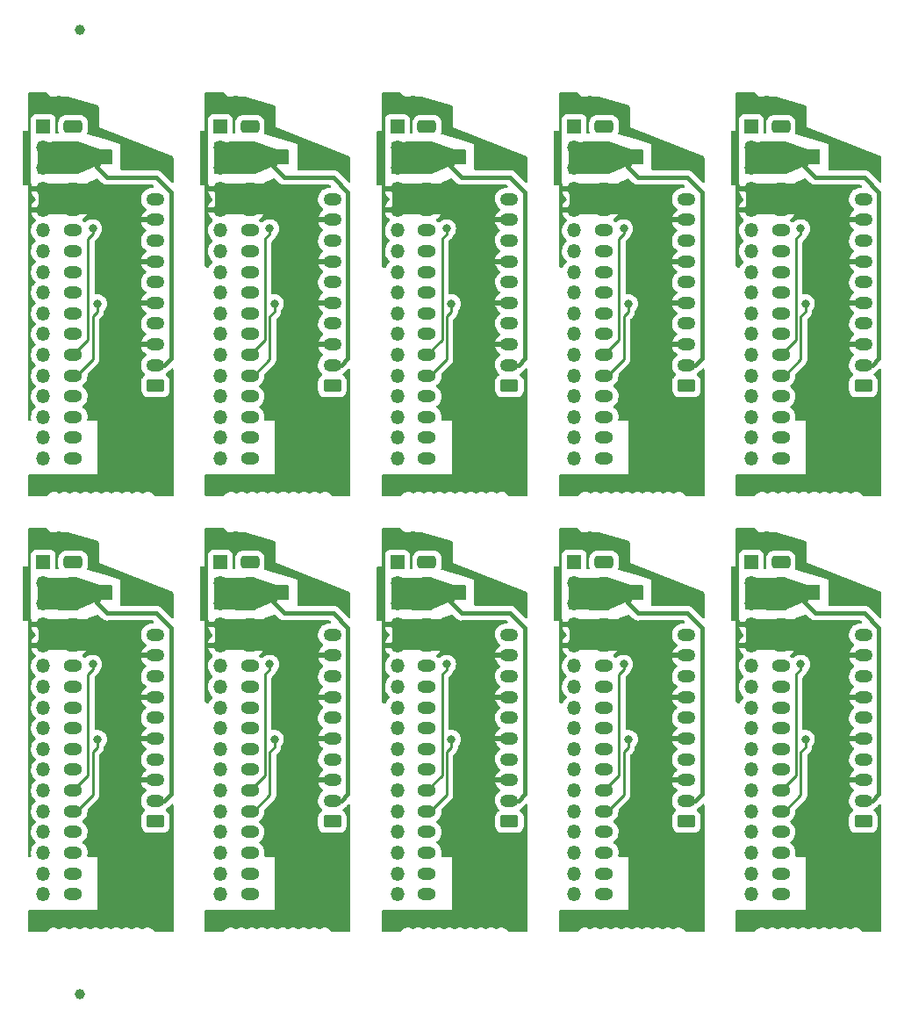
<source format=gbr>
%TF.GenerationSoftware,KiCad,Pcbnew,(6.0.1)*%
%TF.CreationDate,2022-07-06T22:16:31-07:00*%
%TF.ProjectId,mu100-dit-connector-board-panelized,6d753130-302d-4646-9974-2d636f6e6e65,rev?*%
%TF.SameCoordinates,Original*%
%TF.FileFunction,Copper,L2,Bot*%
%TF.FilePolarity,Positive*%
%FSLAX46Y46*%
G04 Gerber Fmt 4.6, Leading zero omitted, Abs format (unit mm)*
G04 Created by KiCad (PCBNEW (6.0.1)) date 2022-07-06 22:16:31*
%MOMM*%
%LPD*%
G01*
G04 APERTURE LIST*
G04 Aperture macros list*
%AMRoundRect*
0 Rectangle with rounded corners*
0 $1 Rounding radius*
0 $2 $3 $4 $5 $6 $7 $8 $9 X,Y pos of 4 corners*
0 Add a 4 corners polygon primitive as box body*
4,1,4,$2,$3,$4,$5,$6,$7,$8,$9,$2,$3,0*
0 Add four circle primitives for the rounded corners*
1,1,$1+$1,$2,$3*
1,1,$1+$1,$4,$5*
1,1,$1+$1,$6,$7*
1,1,$1+$1,$8,$9*
0 Add four rect primitives between the rounded corners*
20,1,$1+$1,$2,$3,$4,$5,0*
20,1,$1+$1,$4,$5,$6,$7,0*
20,1,$1+$1,$6,$7,$8,$9,0*
20,1,$1+$1,$8,$9,$2,$3,0*%
G04 Aperture macros list end*
%TA.AperFunction,SMDPad,CuDef*%
%ADD10C,1.000000*%
%TD*%
%TA.AperFunction,ComponentPad*%
%ADD11R,1.350000X1.350000*%
%TD*%
%TA.AperFunction,ComponentPad*%
%ADD12O,1.350000X1.350000*%
%TD*%
%TA.AperFunction,ComponentPad*%
%ADD13RoundRect,0.250000X-0.650000X0.350000X-0.650000X-0.350000X0.650000X-0.350000X0.650000X0.350000X0*%
%TD*%
%TA.AperFunction,ComponentPad*%
%ADD14O,1.800000X1.200000*%
%TD*%
%TA.AperFunction,ComponentPad*%
%ADD15RoundRect,0.250000X0.625000X-0.350000X0.625000X0.350000X-0.625000X0.350000X-0.625000X-0.350000X0*%
%TD*%
%TA.AperFunction,ComponentPad*%
%ADD16O,1.750000X1.200000*%
%TD*%
%TA.AperFunction,ViaPad*%
%ADD17C,0.800000*%
%TD*%
%TA.AperFunction,Conductor*%
%ADD18C,0.400000*%
%TD*%
%TA.AperFunction,Conductor*%
%ADD19C,0.250000*%
%TD*%
G04 APERTURE END LIST*
D10*
%TO.P,REF\u002A\u002A,*%
%TO.N,*%
X20500000Y-110500000D03*
%TD*%
%TO.P,REF\u002A\u002A,*%
%TO.N,*%
X20500000Y-17500000D03*
%TD*%
D11*
%TO.P,J1,1,Pin_1*%
%TO.N,Board_5-/RER*%
X16995000Y-68835000D03*
D12*
%TO.P,J1,2,Pin_2*%
%TO.N,Board_5-+5V*%
X16995000Y-70835000D03*
%TO.P,J1,3,Pin_3*%
X16995000Y-72835000D03*
%TO.P,J1,4,Pin_4*%
%TO.N,Board_5-GND*%
X16995000Y-74835000D03*
%TO.P,J1,5,Pin_5*%
X16995000Y-76835000D03*
%TO.P,J1,6,Pin_6*%
%TO.N,Board_5-Net-(J1-Pad6)*%
X16995000Y-78835000D03*
%TO.P,J1,7,Pin_7*%
%TO.N,Board_5-/MEL00*%
X16995000Y-80835000D03*
%TO.P,J1,8,Pin_8*%
%TO.N,Board_5-/SYOD*%
X16995000Y-82835000D03*
%TO.P,J1,9,Pin_9*%
%TO.N,Board_5-/QCLK*%
X16995000Y-84835000D03*
%TO.P,J1,10,Pin_10*%
%TO.N,Board_5-Net-(J1-Pad10)*%
X16995000Y-86835000D03*
%TO.P,J1,11,Pin_11*%
%TO.N,Board_5-/CK256*%
X16995000Y-88835000D03*
%TO.P,J1,12,Pin_12*%
%TO.N,Board_5-/WCLK*%
X16995000Y-90835000D03*
%TO.P,J1,13,Pin_13*%
%TO.N,Board_5-/DACOL*%
X16995000Y-92835000D03*
%TO.P,J1,14,Pin_14*%
%TO.N,Board_5-/REA*%
X16995000Y-94835000D03*
%TO.P,J1,15,Pin_15*%
%TO.N,Board_5-/REB*%
X16995000Y-96835000D03*
%TO.P,J1,16,Pin_16*%
%TO.N,Board_5-GNDA*%
X16995000Y-98835000D03*
%TO.P,J1,17,Pin_17*%
%TO.N,Board_5-+9VA*%
X16995000Y-100835000D03*
%TD*%
D11*
%TO.P,J1,1,Pin_1*%
%TO.N,Board_0-/RER*%
X16995000Y-26835000D03*
D12*
%TO.P,J1,2,Pin_2*%
%TO.N,Board_0-+5V*%
X16995000Y-28835000D03*
%TO.P,J1,3,Pin_3*%
X16995000Y-30835000D03*
%TO.P,J1,4,Pin_4*%
%TO.N,Board_0-GND*%
X16995000Y-32835000D03*
%TO.P,J1,5,Pin_5*%
X16995000Y-34835000D03*
%TO.P,J1,6,Pin_6*%
%TO.N,Board_0-Net-(J1-Pad6)*%
X16995000Y-36835000D03*
%TO.P,J1,7,Pin_7*%
%TO.N,Board_0-/MEL00*%
X16995000Y-38835000D03*
%TO.P,J1,8,Pin_8*%
%TO.N,Board_0-/SYOD*%
X16995000Y-40835000D03*
%TO.P,J1,9,Pin_9*%
%TO.N,Board_0-/QCLK*%
X16995000Y-42835000D03*
%TO.P,J1,10,Pin_10*%
%TO.N,Board_0-Net-(J1-Pad10)*%
X16995000Y-44835000D03*
%TO.P,J1,11,Pin_11*%
%TO.N,Board_0-/CK256*%
X16995000Y-46835000D03*
%TO.P,J1,12,Pin_12*%
%TO.N,Board_0-/WCLK*%
X16995000Y-48835000D03*
%TO.P,J1,13,Pin_13*%
%TO.N,Board_0-/DACOL*%
X16995000Y-50835000D03*
%TO.P,J1,14,Pin_14*%
%TO.N,Board_0-/REA*%
X16995000Y-52835000D03*
%TO.P,J1,15,Pin_15*%
%TO.N,Board_0-/REB*%
X16995000Y-54835000D03*
%TO.P,J1,16,Pin_16*%
%TO.N,Board_0-GNDA*%
X16995000Y-56835000D03*
%TO.P,J1,17,Pin_17*%
%TO.N,Board_0-+9VA*%
X16995000Y-58835000D03*
%TD*%
D11*
%TO.P,J1,1,Pin_1*%
%TO.N,Board_9-/RER*%
X85295000Y-68835000D03*
D12*
%TO.P,J1,2,Pin_2*%
%TO.N,Board_9-+5V*%
X85295000Y-70835000D03*
%TO.P,J1,3,Pin_3*%
X85295000Y-72835000D03*
%TO.P,J1,4,Pin_4*%
%TO.N,Board_9-GND*%
X85295000Y-74835000D03*
%TO.P,J1,5,Pin_5*%
X85295000Y-76835000D03*
%TO.P,J1,6,Pin_6*%
%TO.N,Board_9-Net-(J1-Pad6)*%
X85295000Y-78835000D03*
%TO.P,J1,7,Pin_7*%
%TO.N,Board_9-/MEL00*%
X85295000Y-80835000D03*
%TO.P,J1,8,Pin_8*%
%TO.N,Board_9-/SYOD*%
X85295000Y-82835000D03*
%TO.P,J1,9,Pin_9*%
%TO.N,Board_9-/QCLK*%
X85295000Y-84835000D03*
%TO.P,J1,10,Pin_10*%
%TO.N,Board_9-Net-(J1-Pad10)*%
X85295000Y-86835000D03*
%TO.P,J1,11,Pin_11*%
%TO.N,Board_9-/CK256*%
X85295000Y-88835000D03*
%TO.P,J1,12,Pin_12*%
%TO.N,Board_9-/WCLK*%
X85295000Y-90835000D03*
%TO.P,J1,13,Pin_13*%
%TO.N,Board_9-/DACOL*%
X85295000Y-92835000D03*
%TO.P,J1,14,Pin_14*%
%TO.N,Board_9-/REA*%
X85295000Y-94835000D03*
%TO.P,J1,15,Pin_15*%
%TO.N,Board_9-/REB*%
X85295000Y-96835000D03*
%TO.P,J1,16,Pin_16*%
%TO.N,Board_9-GNDA*%
X85295000Y-98835000D03*
%TO.P,J1,17,Pin_17*%
%TO.N,Board_9-+9VA*%
X85295000Y-100835000D03*
%TD*%
D11*
%TO.P,J1,1,Pin_1*%
%TO.N,Board_1-/RER*%
X34070000Y-26835000D03*
D12*
%TO.P,J1,2,Pin_2*%
%TO.N,Board_1-+5V*%
X34070000Y-28835000D03*
%TO.P,J1,3,Pin_3*%
X34070000Y-30835000D03*
%TO.P,J1,4,Pin_4*%
%TO.N,Board_1-GND*%
X34070000Y-32835000D03*
%TO.P,J1,5,Pin_5*%
X34070000Y-34835000D03*
%TO.P,J1,6,Pin_6*%
%TO.N,Board_1-Net-(J1-Pad6)*%
X34070000Y-36835000D03*
%TO.P,J1,7,Pin_7*%
%TO.N,Board_1-/MEL00*%
X34070000Y-38835000D03*
%TO.P,J1,8,Pin_8*%
%TO.N,Board_1-/SYOD*%
X34070000Y-40835000D03*
%TO.P,J1,9,Pin_9*%
%TO.N,Board_1-/QCLK*%
X34070000Y-42835000D03*
%TO.P,J1,10,Pin_10*%
%TO.N,Board_1-Net-(J1-Pad10)*%
X34070000Y-44835000D03*
%TO.P,J1,11,Pin_11*%
%TO.N,Board_1-/CK256*%
X34070000Y-46835000D03*
%TO.P,J1,12,Pin_12*%
%TO.N,Board_1-/WCLK*%
X34070000Y-48835000D03*
%TO.P,J1,13,Pin_13*%
%TO.N,Board_1-/DACOL*%
X34070000Y-50835000D03*
%TO.P,J1,14,Pin_14*%
%TO.N,Board_1-/REA*%
X34070000Y-52835000D03*
%TO.P,J1,15,Pin_15*%
%TO.N,Board_1-/REB*%
X34070000Y-54835000D03*
%TO.P,J1,16,Pin_16*%
%TO.N,Board_1-GNDA*%
X34070000Y-56835000D03*
%TO.P,J1,17,Pin_17*%
%TO.N,Board_1-+9VA*%
X34070000Y-58835000D03*
%TD*%
D11*
%TO.P,J1,1,Pin_1*%
%TO.N,Board_3-/RER*%
X68220000Y-26835000D03*
D12*
%TO.P,J1,2,Pin_2*%
%TO.N,Board_3-+5V*%
X68220000Y-28835000D03*
%TO.P,J1,3,Pin_3*%
X68220000Y-30835000D03*
%TO.P,J1,4,Pin_4*%
%TO.N,Board_3-GND*%
X68220000Y-32835000D03*
%TO.P,J1,5,Pin_5*%
X68220000Y-34835000D03*
%TO.P,J1,6,Pin_6*%
%TO.N,Board_3-Net-(J1-Pad6)*%
X68220000Y-36835000D03*
%TO.P,J1,7,Pin_7*%
%TO.N,Board_3-/MEL00*%
X68220000Y-38835000D03*
%TO.P,J1,8,Pin_8*%
%TO.N,Board_3-/SYOD*%
X68220000Y-40835000D03*
%TO.P,J1,9,Pin_9*%
%TO.N,Board_3-/QCLK*%
X68220000Y-42835000D03*
%TO.P,J1,10,Pin_10*%
%TO.N,Board_3-Net-(J1-Pad10)*%
X68220000Y-44835000D03*
%TO.P,J1,11,Pin_11*%
%TO.N,Board_3-/CK256*%
X68220000Y-46835000D03*
%TO.P,J1,12,Pin_12*%
%TO.N,Board_3-/WCLK*%
X68220000Y-48835000D03*
%TO.P,J1,13,Pin_13*%
%TO.N,Board_3-/DACOL*%
X68220000Y-50835000D03*
%TO.P,J1,14,Pin_14*%
%TO.N,Board_3-/REA*%
X68220000Y-52835000D03*
%TO.P,J1,15,Pin_15*%
%TO.N,Board_3-/REB*%
X68220000Y-54835000D03*
%TO.P,J1,16,Pin_16*%
%TO.N,Board_3-GNDA*%
X68220000Y-56835000D03*
%TO.P,J1,17,Pin_17*%
%TO.N,Board_3-+9VA*%
X68220000Y-58835000D03*
%TD*%
D11*
%TO.P,J1,1,Pin_1*%
%TO.N,Board_7-/RER*%
X51145000Y-68835000D03*
D12*
%TO.P,J1,2,Pin_2*%
%TO.N,Board_7-+5V*%
X51145000Y-70835000D03*
%TO.P,J1,3,Pin_3*%
X51145000Y-72835000D03*
%TO.P,J1,4,Pin_4*%
%TO.N,Board_7-GND*%
X51145000Y-74835000D03*
%TO.P,J1,5,Pin_5*%
X51145000Y-76835000D03*
%TO.P,J1,6,Pin_6*%
%TO.N,Board_7-Net-(J1-Pad6)*%
X51145000Y-78835000D03*
%TO.P,J1,7,Pin_7*%
%TO.N,Board_7-/MEL00*%
X51145000Y-80835000D03*
%TO.P,J1,8,Pin_8*%
%TO.N,Board_7-/SYOD*%
X51145000Y-82835000D03*
%TO.P,J1,9,Pin_9*%
%TO.N,Board_7-/QCLK*%
X51145000Y-84835000D03*
%TO.P,J1,10,Pin_10*%
%TO.N,Board_7-Net-(J1-Pad10)*%
X51145000Y-86835000D03*
%TO.P,J1,11,Pin_11*%
%TO.N,Board_7-/CK256*%
X51145000Y-88835000D03*
%TO.P,J1,12,Pin_12*%
%TO.N,Board_7-/WCLK*%
X51145000Y-90835000D03*
%TO.P,J1,13,Pin_13*%
%TO.N,Board_7-/DACOL*%
X51145000Y-92835000D03*
%TO.P,J1,14,Pin_14*%
%TO.N,Board_7-/REA*%
X51145000Y-94835000D03*
%TO.P,J1,15,Pin_15*%
%TO.N,Board_7-/REB*%
X51145000Y-96835000D03*
%TO.P,J1,16,Pin_16*%
%TO.N,Board_7-GNDA*%
X51145000Y-98835000D03*
%TO.P,J1,17,Pin_17*%
%TO.N,Board_7-+9VA*%
X51145000Y-100835000D03*
%TD*%
D11*
%TO.P,J1,1,Pin_1*%
%TO.N,Board_4-/RER*%
X85295000Y-26835000D03*
D12*
%TO.P,J1,2,Pin_2*%
%TO.N,Board_4-+5V*%
X85295000Y-28835000D03*
%TO.P,J1,3,Pin_3*%
X85295000Y-30835000D03*
%TO.P,J1,4,Pin_4*%
%TO.N,Board_4-GND*%
X85295000Y-32835000D03*
%TO.P,J1,5,Pin_5*%
X85295000Y-34835000D03*
%TO.P,J1,6,Pin_6*%
%TO.N,Board_4-Net-(J1-Pad6)*%
X85295000Y-36835000D03*
%TO.P,J1,7,Pin_7*%
%TO.N,Board_4-/MEL00*%
X85295000Y-38835000D03*
%TO.P,J1,8,Pin_8*%
%TO.N,Board_4-/SYOD*%
X85295000Y-40835000D03*
%TO.P,J1,9,Pin_9*%
%TO.N,Board_4-/QCLK*%
X85295000Y-42835000D03*
%TO.P,J1,10,Pin_10*%
%TO.N,Board_4-Net-(J1-Pad10)*%
X85295000Y-44835000D03*
%TO.P,J1,11,Pin_11*%
%TO.N,Board_4-/CK256*%
X85295000Y-46835000D03*
%TO.P,J1,12,Pin_12*%
%TO.N,Board_4-/WCLK*%
X85295000Y-48835000D03*
%TO.P,J1,13,Pin_13*%
%TO.N,Board_4-/DACOL*%
X85295000Y-50835000D03*
%TO.P,J1,14,Pin_14*%
%TO.N,Board_4-/REA*%
X85295000Y-52835000D03*
%TO.P,J1,15,Pin_15*%
%TO.N,Board_4-/REB*%
X85295000Y-54835000D03*
%TO.P,J1,16,Pin_16*%
%TO.N,Board_4-GNDA*%
X85295000Y-56835000D03*
%TO.P,J1,17,Pin_17*%
%TO.N,Board_4-+9VA*%
X85295000Y-58835000D03*
%TD*%
D11*
%TO.P,J1,1,Pin_1*%
%TO.N,Board_2-/RER*%
X51145000Y-26835000D03*
D12*
%TO.P,J1,2,Pin_2*%
%TO.N,Board_2-+5V*%
X51145000Y-28835000D03*
%TO.P,J1,3,Pin_3*%
X51145000Y-30835000D03*
%TO.P,J1,4,Pin_4*%
%TO.N,Board_2-GND*%
X51145000Y-32835000D03*
%TO.P,J1,5,Pin_5*%
X51145000Y-34835000D03*
%TO.P,J1,6,Pin_6*%
%TO.N,Board_2-Net-(J1-Pad6)*%
X51145000Y-36835000D03*
%TO.P,J1,7,Pin_7*%
%TO.N,Board_2-/MEL00*%
X51145000Y-38835000D03*
%TO.P,J1,8,Pin_8*%
%TO.N,Board_2-/SYOD*%
X51145000Y-40835000D03*
%TO.P,J1,9,Pin_9*%
%TO.N,Board_2-/QCLK*%
X51145000Y-42835000D03*
%TO.P,J1,10,Pin_10*%
%TO.N,Board_2-Net-(J1-Pad10)*%
X51145000Y-44835000D03*
%TO.P,J1,11,Pin_11*%
%TO.N,Board_2-/CK256*%
X51145000Y-46835000D03*
%TO.P,J1,12,Pin_12*%
%TO.N,Board_2-/WCLK*%
X51145000Y-48835000D03*
%TO.P,J1,13,Pin_13*%
%TO.N,Board_2-/DACOL*%
X51145000Y-50835000D03*
%TO.P,J1,14,Pin_14*%
%TO.N,Board_2-/REA*%
X51145000Y-52835000D03*
%TO.P,J1,15,Pin_15*%
%TO.N,Board_2-/REB*%
X51145000Y-54835000D03*
%TO.P,J1,16,Pin_16*%
%TO.N,Board_2-GNDA*%
X51145000Y-56835000D03*
%TO.P,J1,17,Pin_17*%
%TO.N,Board_2-+9VA*%
X51145000Y-58835000D03*
%TD*%
D11*
%TO.P,J1,1,Pin_1*%
%TO.N,Board_8-/RER*%
X68220000Y-68835000D03*
D12*
%TO.P,J1,2,Pin_2*%
%TO.N,Board_8-+5V*%
X68220000Y-70835000D03*
%TO.P,J1,3,Pin_3*%
X68220000Y-72835000D03*
%TO.P,J1,4,Pin_4*%
%TO.N,Board_8-GND*%
X68220000Y-74835000D03*
%TO.P,J1,5,Pin_5*%
X68220000Y-76835000D03*
%TO.P,J1,6,Pin_6*%
%TO.N,Board_8-Net-(J1-Pad6)*%
X68220000Y-78835000D03*
%TO.P,J1,7,Pin_7*%
%TO.N,Board_8-/MEL00*%
X68220000Y-80835000D03*
%TO.P,J1,8,Pin_8*%
%TO.N,Board_8-/SYOD*%
X68220000Y-82835000D03*
%TO.P,J1,9,Pin_9*%
%TO.N,Board_8-/QCLK*%
X68220000Y-84835000D03*
%TO.P,J1,10,Pin_10*%
%TO.N,Board_8-Net-(J1-Pad10)*%
X68220000Y-86835000D03*
%TO.P,J1,11,Pin_11*%
%TO.N,Board_8-/CK256*%
X68220000Y-88835000D03*
%TO.P,J1,12,Pin_12*%
%TO.N,Board_8-/WCLK*%
X68220000Y-90835000D03*
%TO.P,J1,13,Pin_13*%
%TO.N,Board_8-/DACOL*%
X68220000Y-92835000D03*
%TO.P,J1,14,Pin_14*%
%TO.N,Board_8-/REA*%
X68220000Y-94835000D03*
%TO.P,J1,15,Pin_15*%
%TO.N,Board_8-/REB*%
X68220000Y-96835000D03*
%TO.P,J1,16,Pin_16*%
%TO.N,Board_8-GNDA*%
X68220000Y-98835000D03*
%TO.P,J1,17,Pin_17*%
%TO.N,Board_8-+9VA*%
X68220000Y-100835000D03*
%TD*%
D11*
%TO.P,J1,1,Pin_1*%
%TO.N,Board_6-/RER*%
X34070000Y-68835000D03*
D12*
%TO.P,J1,2,Pin_2*%
%TO.N,Board_6-+5V*%
X34070000Y-70835000D03*
%TO.P,J1,3,Pin_3*%
X34070000Y-72835000D03*
%TO.P,J1,4,Pin_4*%
%TO.N,Board_6-GND*%
X34070000Y-74835000D03*
%TO.P,J1,5,Pin_5*%
X34070000Y-76835000D03*
%TO.P,J1,6,Pin_6*%
%TO.N,Board_6-Net-(J1-Pad6)*%
X34070000Y-78835000D03*
%TO.P,J1,7,Pin_7*%
%TO.N,Board_6-/MEL00*%
X34070000Y-80835000D03*
%TO.P,J1,8,Pin_8*%
%TO.N,Board_6-/SYOD*%
X34070000Y-82835000D03*
%TO.P,J1,9,Pin_9*%
%TO.N,Board_6-/QCLK*%
X34070000Y-84835000D03*
%TO.P,J1,10,Pin_10*%
%TO.N,Board_6-Net-(J1-Pad10)*%
X34070000Y-86835000D03*
%TO.P,J1,11,Pin_11*%
%TO.N,Board_6-/CK256*%
X34070000Y-88835000D03*
%TO.P,J1,12,Pin_12*%
%TO.N,Board_6-/WCLK*%
X34070000Y-90835000D03*
%TO.P,J1,13,Pin_13*%
%TO.N,Board_6-/DACOL*%
X34070000Y-92835000D03*
%TO.P,J1,14,Pin_14*%
%TO.N,Board_6-/REA*%
X34070000Y-94835000D03*
%TO.P,J1,15,Pin_15*%
%TO.N,Board_6-/REB*%
X34070000Y-96835000D03*
%TO.P,J1,16,Pin_16*%
%TO.N,Board_6-GNDA*%
X34070000Y-98835000D03*
%TO.P,J1,17,Pin_17*%
%TO.N,Board_6-+9VA*%
X34070000Y-100835000D03*
%TD*%
D13*
%TO.P,J2,1,Pin_1*%
%TO.N,Board_8-/RER*%
X71080000Y-68835000D03*
D14*
%TO.P,J2,2,Pin_2*%
%TO.N,Board_8-+5V*%
X71080000Y-70835000D03*
%TO.P,J2,3,Pin_3*%
X71080000Y-72835000D03*
%TO.P,J2,4,Pin_4*%
%TO.N,Board_8-GND*%
X71080000Y-74835000D03*
%TO.P,J2,5,Pin_5*%
X71080000Y-76835000D03*
%TO.P,J2,6,Pin_6*%
%TO.N,Board_8-Net-(J1-Pad6)*%
X71080000Y-78835000D03*
%TO.P,J2,7,Pin_7*%
%TO.N,Board_8-/MEL00*%
X71080000Y-80835000D03*
%TO.P,J2,8,Pin_8*%
%TO.N,Board_8-/SYOD*%
X71080000Y-82835000D03*
%TO.P,J2,9,Pin_9*%
%TO.N,Board_8-/QCLK*%
X71080000Y-84835000D03*
%TO.P,J2,10,Pin_10*%
%TO.N,Board_8-Net-(J1-Pad10)*%
X71080000Y-86835000D03*
%TO.P,J2,11,Pin_11*%
%TO.N,Board_8-/CK256*%
X71080000Y-88835000D03*
%TO.P,J2,12,Pin_12*%
%TO.N,Board_8-/WCLK*%
X71080000Y-90835000D03*
%TO.P,J2,13,Pin_13*%
%TO.N,Board_8-/DACOL*%
X71080000Y-92835000D03*
%TO.P,J2,14,Pin_14*%
%TO.N,Board_8-/REA*%
X71080000Y-94835000D03*
%TO.P,J2,15,Pin_15*%
%TO.N,Board_8-/REB*%
X71080000Y-96835000D03*
%TO.P,J2,16,Pin_16*%
%TO.N,Board_8-GNDA*%
X71080000Y-98835000D03*
%TO.P,J2,17,Pin_17*%
%TO.N,Board_8-+9VA*%
X71080000Y-100835000D03*
%TD*%
D13*
%TO.P,J2,1,Pin_1*%
%TO.N,Board_9-/RER*%
X88155000Y-68835000D03*
D14*
%TO.P,J2,2,Pin_2*%
%TO.N,Board_9-+5V*%
X88155000Y-70835000D03*
%TO.P,J2,3,Pin_3*%
X88155000Y-72835000D03*
%TO.P,J2,4,Pin_4*%
%TO.N,Board_9-GND*%
X88155000Y-74835000D03*
%TO.P,J2,5,Pin_5*%
X88155000Y-76835000D03*
%TO.P,J2,6,Pin_6*%
%TO.N,Board_9-Net-(J1-Pad6)*%
X88155000Y-78835000D03*
%TO.P,J2,7,Pin_7*%
%TO.N,Board_9-/MEL00*%
X88155000Y-80835000D03*
%TO.P,J2,8,Pin_8*%
%TO.N,Board_9-/SYOD*%
X88155000Y-82835000D03*
%TO.P,J2,9,Pin_9*%
%TO.N,Board_9-/QCLK*%
X88155000Y-84835000D03*
%TO.P,J2,10,Pin_10*%
%TO.N,Board_9-Net-(J1-Pad10)*%
X88155000Y-86835000D03*
%TO.P,J2,11,Pin_11*%
%TO.N,Board_9-/CK256*%
X88155000Y-88835000D03*
%TO.P,J2,12,Pin_12*%
%TO.N,Board_9-/WCLK*%
X88155000Y-90835000D03*
%TO.P,J2,13,Pin_13*%
%TO.N,Board_9-/DACOL*%
X88155000Y-92835000D03*
%TO.P,J2,14,Pin_14*%
%TO.N,Board_9-/REA*%
X88155000Y-94835000D03*
%TO.P,J2,15,Pin_15*%
%TO.N,Board_9-/REB*%
X88155000Y-96835000D03*
%TO.P,J2,16,Pin_16*%
%TO.N,Board_9-GNDA*%
X88155000Y-98835000D03*
%TO.P,J2,17,Pin_17*%
%TO.N,Board_9-+9VA*%
X88155000Y-100835000D03*
%TD*%
D13*
%TO.P,J2,1,Pin_1*%
%TO.N,Board_1-/RER*%
X36930000Y-26835000D03*
D14*
%TO.P,J2,2,Pin_2*%
%TO.N,Board_1-+5V*%
X36930000Y-28835000D03*
%TO.P,J2,3,Pin_3*%
X36930000Y-30835000D03*
%TO.P,J2,4,Pin_4*%
%TO.N,Board_1-GND*%
X36930000Y-32835000D03*
%TO.P,J2,5,Pin_5*%
X36930000Y-34835000D03*
%TO.P,J2,6,Pin_6*%
%TO.N,Board_1-Net-(J1-Pad6)*%
X36930000Y-36835000D03*
%TO.P,J2,7,Pin_7*%
%TO.N,Board_1-/MEL00*%
X36930000Y-38835000D03*
%TO.P,J2,8,Pin_8*%
%TO.N,Board_1-/SYOD*%
X36930000Y-40835000D03*
%TO.P,J2,9,Pin_9*%
%TO.N,Board_1-/QCLK*%
X36930000Y-42835000D03*
%TO.P,J2,10,Pin_10*%
%TO.N,Board_1-Net-(J1-Pad10)*%
X36930000Y-44835000D03*
%TO.P,J2,11,Pin_11*%
%TO.N,Board_1-/CK256*%
X36930000Y-46835000D03*
%TO.P,J2,12,Pin_12*%
%TO.N,Board_1-/WCLK*%
X36930000Y-48835000D03*
%TO.P,J2,13,Pin_13*%
%TO.N,Board_1-/DACOL*%
X36930000Y-50835000D03*
%TO.P,J2,14,Pin_14*%
%TO.N,Board_1-/REA*%
X36930000Y-52835000D03*
%TO.P,J2,15,Pin_15*%
%TO.N,Board_1-/REB*%
X36930000Y-54835000D03*
%TO.P,J2,16,Pin_16*%
%TO.N,Board_1-GNDA*%
X36930000Y-56835000D03*
%TO.P,J2,17,Pin_17*%
%TO.N,Board_1-+9VA*%
X36930000Y-58835000D03*
%TD*%
D15*
%TO.P,J3,1,Pin_1*%
%TO.N,Board_5-unconnected-(J3-Pad1)*%
X27815000Y-93825000D03*
D16*
%TO.P,J3,2,Pin_2*%
%TO.N,Board_5-+5V*%
X27815000Y-91825000D03*
%TO.P,J3,3,Pin_3*%
%TO.N,Board_5-GND*%
X27815000Y-89825000D03*
%TO.P,J3,4,Pin_4*%
%TO.N,Board_5-/MCLK*%
X27815000Y-87825000D03*
%TO.P,J3,5,Pin_5*%
%TO.N,Board_5-GND*%
X27815000Y-85825000D03*
%TO.P,J3,6,Pin_6*%
%TO.N,Board_5-/SDAT*%
X27815000Y-83825000D03*
%TO.P,J3,7,Pin_7*%
%TO.N,Board_5-GND*%
X27815000Y-81825000D03*
%TO.P,J3,8,Pin_8*%
%TO.N,Board_5-/BICK*%
X27815000Y-79825000D03*
%TO.P,J3,9,Pin_9*%
%TO.N,Board_5-GND*%
X27815000Y-77825000D03*
%TO.P,J3,10,Pin_10*%
%TO.N,Board_5-/LRCK*%
X27815000Y-75825000D03*
%TD*%
D15*
%TO.P,J3,1,Pin_1*%
%TO.N,Board_8-unconnected-(J3-Pad1)*%
X79040000Y-93825000D03*
D16*
%TO.P,J3,2,Pin_2*%
%TO.N,Board_8-+5V*%
X79040000Y-91825000D03*
%TO.P,J3,3,Pin_3*%
%TO.N,Board_8-GND*%
X79040000Y-89825000D03*
%TO.P,J3,4,Pin_4*%
%TO.N,Board_8-/MCLK*%
X79040000Y-87825000D03*
%TO.P,J3,5,Pin_5*%
%TO.N,Board_8-GND*%
X79040000Y-85825000D03*
%TO.P,J3,6,Pin_6*%
%TO.N,Board_8-/SDAT*%
X79040000Y-83825000D03*
%TO.P,J3,7,Pin_7*%
%TO.N,Board_8-GND*%
X79040000Y-81825000D03*
%TO.P,J3,8,Pin_8*%
%TO.N,Board_8-/BICK*%
X79040000Y-79825000D03*
%TO.P,J3,9,Pin_9*%
%TO.N,Board_8-GND*%
X79040000Y-77825000D03*
%TO.P,J3,10,Pin_10*%
%TO.N,Board_8-/LRCK*%
X79040000Y-75825000D03*
%TD*%
D15*
%TO.P,J3,1,Pin_1*%
%TO.N,Board_1-unconnected-(J3-Pad1)*%
X44890000Y-51825000D03*
D16*
%TO.P,J3,2,Pin_2*%
%TO.N,Board_1-+5V*%
X44890000Y-49825000D03*
%TO.P,J3,3,Pin_3*%
%TO.N,Board_1-GND*%
X44890000Y-47825000D03*
%TO.P,J3,4,Pin_4*%
%TO.N,Board_1-/MCLK*%
X44890000Y-45825000D03*
%TO.P,J3,5,Pin_5*%
%TO.N,Board_1-GND*%
X44890000Y-43825000D03*
%TO.P,J3,6,Pin_6*%
%TO.N,Board_1-/SDAT*%
X44890000Y-41825000D03*
%TO.P,J3,7,Pin_7*%
%TO.N,Board_1-GND*%
X44890000Y-39825000D03*
%TO.P,J3,8,Pin_8*%
%TO.N,Board_1-/BICK*%
X44890000Y-37825000D03*
%TO.P,J3,9,Pin_9*%
%TO.N,Board_1-GND*%
X44890000Y-35825000D03*
%TO.P,J3,10,Pin_10*%
%TO.N,Board_1-/LRCK*%
X44890000Y-33825000D03*
%TD*%
D15*
%TO.P,J3,1,Pin_1*%
%TO.N,Board_7-unconnected-(J3-Pad1)*%
X61965000Y-93825000D03*
D16*
%TO.P,J3,2,Pin_2*%
%TO.N,Board_7-+5V*%
X61965000Y-91825000D03*
%TO.P,J3,3,Pin_3*%
%TO.N,Board_7-GND*%
X61965000Y-89825000D03*
%TO.P,J3,4,Pin_4*%
%TO.N,Board_7-/MCLK*%
X61965000Y-87825000D03*
%TO.P,J3,5,Pin_5*%
%TO.N,Board_7-GND*%
X61965000Y-85825000D03*
%TO.P,J3,6,Pin_6*%
%TO.N,Board_7-/SDAT*%
X61965000Y-83825000D03*
%TO.P,J3,7,Pin_7*%
%TO.N,Board_7-GND*%
X61965000Y-81825000D03*
%TO.P,J3,8,Pin_8*%
%TO.N,Board_7-/BICK*%
X61965000Y-79825000D03*
%TO.P,J3,9,Pin_9*%
%TO.N,Board_7-GND*%
X61965000Y-77825000D03*
%TO.P,J3,10,Pin_10*%
%TO.N,Board_7-/LRCK*%
X61965000Y-75825000D03*
%TD*%
D13*
%TO.P,J2,1,Pin_1*%
%TO.N,Board_3-/RER*%
X71080000Y-26835000D03*
D14*
%TO.P,J2,2,Pin_2*%
%TO.N,Board_3-+5V*%
X71080000Y-28835000D03*
%TO.P,J2,3,Pin_3*%
X71080000Y-30835000D03*
%TO.P,J2,4,Pin_4*%
%TO.N,Board_3-GND*%
X71080000Y-32835000D03*
%TO.P,J2,5,Pin_5*%
X71080000Y-34835000D03*
%TO.P,J2,6,Pin_6*%
%TO.N,Board_3-Net-(J1-Pad6)*%
X71080000Y-36835000D03*
%TO.P,J2,7,Pin_7*%
%TO.N,Board_3-/MEL00*%
X71080000Y-38835000D03*
%TO.P,J2,8,Pin_8*%
%TO.N,Board_3-/SYOD*%
X71080000Y-40835000D03*
%TO.P,J2,9,Pin_9*%
%TO.N,Board_3-/QCLK*%
X71080000Y-42835000D03*
%TO.P,J2,10,Pin_10*%
%TO.N,Board_3-Net-(J1-Pad10)*%
X71080000Y-44835000D03*
%TO.P,J2,11,Pin_11*%
%TO.N,Board_3-/CK256*%
X71080000Y-46835000D03*
%TO.P,J2,12,Pin_12*%
%TO.N,Board_3-/WCLK*%
X71080000Y-48835000D03*
%TO.P,J2,13,Pin_13*%
%TO.N,Board_3-/DACOL*%
X71080000Y-50835000D03*
%TO.P,J2,14,Pin_14*%
%TO.N,Board_3-/REA*%
X71080000Y-52835000D03*
%TO.P,J2,15,Pin_15*%
%TO.N,Board_3-/REB*%
X71080000Y-54835000D03*
%TO.P,J2,16,Pin_16*%
%TO.N,Board_3-GNDA*%
X71080000Y-56835000D03*
%TO.P,J2,17,Pin_17*%
%TO.N,Board_3-+9VA*%
X71080000Y-58835000D03*
%TD*%
D13*
%TO.P,J2,1,Pin_1*%
%TO.N,Board_2-/RER*%
X54005000Y-26835000D03*
D14*
%TO.P,J2,2,Pin_2*%
%TO.N,Board_2-+5V*%
X54005000Y-28835000D03*
%TO.P,J2,3,Pin_3*%
X54005000Y-30835000D03*
%TO.P,J2,4,Pin_4*%
%TO.N,Board_2-GND*%
X54005000Y-32835000D03*
%TO.P,J2,5,Pin_5*%
X54005000Y-34835000D03*
%TO.P,J2,6,Pin_6*%
%TO.N,Board_2-Net-(J1-Pad6)*%
X54005000Y-36835000D03*
%TO.P,J2,7,Pin_7*%
%TO.N,Board_2-/MEL00*%
X54005000Y-38835000D03*
%TO.P,J2,8,Pin_8*%
%TO.N,Board_2-/SYOD*%
X54005000Y-40835000D03*
%TO.P,J2,9,Pin_9*%
%TO.N,Board_2-/QCLK*%
X54005000Y-42835000D03*
%TO.P,J2,10,Pin_10*%
%TO.N,Board_2-Net-(J1-Pad10)*%
X54005000Y-44835000D03*
%TO.P,J2,11,Pin_11*%
%TO.N,Board_2-/CK256*%
X54005000Y-46835000D03*
%TO.P,J2,12,Pin_12*%
%TO.N,Board_2-/WCLK*%
X54005000Y-48835000D03*
%TO.P,J2,13,Pin_13*%
%TO.N,Board_2-/DACOL*%
X54005000Y-50835000D03*
%TO.P,J2,14,Pin_14*%
%TO.N,Board_2-/REA*%
X54005000Y-52835000D03*
%TO.P,J2,15,Pin_15*%
%TO.N,Board_2-/REB*%
X54005000Y-54835000D03*
%TO.P,J2,16,Pin_16*%
%TO.N,Board_2-GNDA*%
X54005000Y-56835000D03*
%TO.P,J2,17,Pin_17*%
%TO.N,Board_2-+9VA*%
X54005000Y-58835000D03*
%TD*%
D15*
%TO.P,J3,1,Pin_1*%
%TO.N,Board_2-unconnected-(J3-Pad1)*%
X61965000Y-51825000D03*
D16*
%TO.P,J3,2,Pin_2*%
%TO.N,Board_2-+5V*%
X61965000Y-49825000D03*
%TO.P,J3,3,Pin_3*%
%TO.N,Board_2-GND*%
X61965000Y-47825000D03*
%TO.P,J3,4,Pin_4*%
%TO.N,Board_2-/MCLK*%
X61965000Y-45825000D03*
%TO.P,J3,5,Pin_5*%
%TO.N,Board_2-GND*%
X61965000Y-43825000D03*
%TO.P,J3,6,Pin_6*%
%TO.N,Board_2-/SDAT*%
X61965000Y-41825000D03*
%TO.P,J3,7,Pin_7*%
%TO.N,Board_2-GND*%
X61965000Y-39825000D03*
%TO.P,J3,8,Pin_8*%
%TO.N,Board_2-/BICK*%
X61965000Y-37825000D03*
%TO.P,J3,9,Pin_9*%
%TO.N,Board_2-GND*%
X61965000Y-35825000D03*
%TO.P,J3,10,Pin_10*%
%TO.N,Board_2-/LRCK*%
X61965000Y-33825000D03*
%TD*%
D15*
%TO.P,J3,1,Pin_1*%
%TO.N,Board_6-unconnected-(J3-Pad1)*%
X44890000Y-93825000D03*
D16*
%TO.P,J3,2,Pin_2*%
%TO.N,Board_6-+5V*%
X44890000Y-91825000D03*
%TO.P,J3,3,Pin_3*%
%TO.N,Board_6-GND*%
X44890000Y-89825000D03*
%TO.P,J3,4,Pin_4*%
%TO.N,Board_6-/MCLK*%
X44890000Y-87825000D03*
%TO.P,J3,5,Pin_5*%
%TO.N,Board_6-GND*%
X44890000Y-85825000D03*
%TO.P,J3,6,Pin_6*%
%TO.N,Board_6-/SDAT*%
X44890000Y-83825000D03*
%TO.P,J3,7,Pin_7*%
%TO.N,Board_6-GND*%
X44890000Y-81825000D03*
%TO.P,J3,8,Pin_8*%
%TO.N,Board_6-/BICK*%
X44890000Y-79825000D03*
%TO.P,J3,9,Pin_9*%
%TO.N,Board_6-GND*%
X44890000Y-77825000D03*
%TO.P,J3,10,Pin_10*%
%TO.N,Board_6-/LRCK*%
X44890000Y-75825000D03*
%TD*%
D15*
%TO.P,J3,1,Pin_1*%
%TO.N,Board_0-unconnected-(J3-Pad1)*%
X27815000Y-51825000D03*
D16*
%TO.P,J3,2,Pin_2*%
%TO.N,Board_0-+5V*%
X27815000Y-49825000D03*
%TO.P,J3,3,Pin_3*%
%TO.N,Board_0-GND*%
X27815000Y-47825000D03*
%TO.P,J3,4,Pin_4*%
%TO.N,Board_0-/MCLK*%
X27815000Y-45825000D03*
%TO.P,J3,5,Pin_5*%
%TO.N,Board_0-GND*%
X27815000Y-43825000D03*
%TO.P,J3,6,Pin_6*%
%TO.N,Board_0-/SDAT*%
X27815000Y-41825000D03*
%TO.P,J3,7,Pin_7*%
%TO.N,Board_0-GND*%
X27815000Y-39825000D03*
%TO.P,J3,8,Pin_8*%
%TO.N,Board_0-/BICK*%
X27815000Y-37825000D03*
%TO.P,J3,9,Pin_9*%
%TO.N,Board_0-GND*%
X27815000Y-35825000D03*
%TO.P,J3,10,Pin_10*%
%TO.N,Board_0-/LRCK*%
X27815000Y-33825000D03*
%TD*%
D15*
%TO.P,J3,1,Pin_1*%
%TO.N,Board_9-unconnected-(J3-Pad1)*%
X96115000Y-93825000D03*
D16*
%TO.P,J3,2,Pin_2*%
%TO.N,Board_9-+5V*%
X96115000Y-91825000D03*
%TO.P,J3,3,Pin_3*%
%TO.N,Board_9-GND*%
X96115000Y-89825000D03*
%TO.P,J3,4,Pin_4*%
%TO.N,Board_9-/MCLK*%
X96115000Y-87825000D03*
%TO.P,J3,5,Pin_5*%
%TO.N,Board_9-GND*%
X96115000Y-85825000D03*
%TO.P,J3,6,Pin_6*%
%TO.N,Board_9-/SDAT*%
X96115000Y-83825000D03*
%TO.P,J3,7,Pin_7*%
%TO.N,Board_9-GND*%
X96115000Y-81825000D03*
%TO.P,J3,8,Pin_8*%
%TO.N,Board_9-/BICK*%
X96115000Y-79825000D03*
%TO.P,J3,9,Pin_9*%
%TO.N,Board_9-GND*%
X96115000Y-77825000D03*
%TO.P,J3,10,Pin_10*%
%TO.N,Board_9-/LRCK*%
X96115000Y-75825000D03*
%TD*%
D15*
%TO.P,J3,1,Pin_1*%
%TO.N,Board_4-unconnected-(J3-Pad1)*%
X96115000Y-51825000D03*
D16*
%TO.P,J3,2,Pin_2*%
%TO.N,Board_4-+5V*%
X96115000Y-49825000D03*
%TO.P,J3,3,Pin_3*%
%TO.N,Board_4-GND*%
X96115000Y-47825000D03*
%TO.P,J3,4,Pin_4*%
%TO.N,Board_4-/MCLK*%
X96115000Y-45825000D03*
%TO.P,J3,5,Pin_5*%
%TO.N,Board_4-GND*%
X96115000Y-43825000D03*
%TO.P,J3,6,Pin_6*%
%TO.N,Board_4-/SDAT*%
X96115000Y-41825000D03*
%TO.P,J3,7,Pin_7*%
%TO.N,Board_4-GND*%
X96115000Y-39825000D03*
%TO.P,J3,8,Pin_8*%
%TO.N,Board_4-/BICK*%
X96115000Y-37825000D03*
%TO.P,J3,9,Pin_9*%
%TO.N,Board_4-GND*%
X96115000Y-35825000D03*
%TO.P,J3,10,Pin_10*%
%TO.N,Board_4-/LRCK*%
X96115000Y-33825000D03*
%TD*%
D13*
%TO.P,J2,1,Pin_1*%
%TO.N,Board_5-/RER*%
X19855000Y-68835000D03*
D14*
%TO.P,J2,2,Pin_2*%
%TO.N,Board_5-+5V*%
X19855000Y-70835000D03*
%TO.P,J2,3,Pin_3*%
X19855000Y-72835000D03*
%TO.P,J2,4,Pin_4*%
%TO.N,Board_5-GND*%
X19855000Y-74835000D03*
%TO.P,J2,5,Pin_5*%
X19855000Y-76835000D03*
%TO.P,J2,6,Pin_6*%
%TO.N,Board_5-Net-(J1-Pad6)*%
X19855000Y-78835000D03*
%TO.P,J2,7,Pin_7*%
%TO.N,Board_5-/MEL00*%
X19855000Y-80835000D03*
%TO.P,J2,8,Pin_8*%
%TO.N,Board_5-/SYOD*%
X19855000Y-82835000D03*
%TO.P,J2,9,Pin_9*%
%TO.N,Board_5-/QCLK*%
X19855000Y-84835000D03*
%TO.P,J2,10,Pin_10*%
%TO.N,Board_5-Net-(J1-Pad10)*%
X19855000Y-86835000D03*
%TO.P,J2,11,Pin_11*%
%TO.N,Board_5-/CK256*%
X19855000Y-88835000D03*
%TO.P,J2,12,Pin_12*%
%TO.N,Board_5-/WCLK*%
X19855000Y-90835000D03*
%TO.P,J2,13,Pin_13*%
%TO.N,Board_5-/DACOL*%
X19855000Y-92835000D03*
%TO.P,J2,14,Pin_14*%
%TO.N,Board_5-/REA*%
X19855000Y-94835000D03*
%TO.P,J2,15,Pin_15*%
%TO.N,Board_5-/REB*%
X19855000Y-96835000D03*
%TO.P,J2,16,Pin_16*%
%TO.N,Board_5-GNDA*%
X19855000Y-98835000D03*
%TO.P,J2,17,Pin_17*%
%TO.N,Board_5-+9VA*%
X19855000Y-100835000D03*
%TD*%
D15*
%TO.P,J3,1,Pin_1*%
%TO.N,Board_3-unconnected-(J3-Pad1)*%
X79040000Y-51825000D03*
D16*
%TO.P,J3,2,Pin_2*%
%TO.N,Board_3-+5V*%
X79040000Y-49825000D03*
%TO.P,J3,3,Pin_3*%
%TO.N,Board_3-GND*%
X79040000Y-47825000D03*
%TO.P,J3,4,Pin_4*%
%TO.N,Board_3-/MCLK*%
X79040000Y-45825000D03*
%TO.P,J3,5,Pin_5*%
%TO.N,Board_3-GND*%
X79040000Y-43825000D03*
%TO.P,J3,6,Pin_6*%
%TO.N,Board_3-/SDAT*%
X79040000Y-41825000D03*
%TO.P,J3,7,Pin_7*%
%TO.N,Board_3-GND*%
X79040000Y-39825000D03*
%TO.P,J3,8,Pin_8*%
%TO.N,Board_3-/BICK*%
X79040000Y-37825000D03*
%TO.P,J3,9,Pin_9*%
%TO.N,Board_3-GND*%
X79040000Y-35825000D03*
%TO.P,J3,10,Pin_10*%
%TO.N,Board_3-/LRCK*%
X79040000Y-33825000D03*
%TD*%
D13*
%TO.P,J2,1,Pin_1*%
%TO.N,Board_6-/RER*%
X36930000Y-68835000D03*
D14*
%TO.P,J2,2,Pin_2*%
%TO.N,Board_6-+5V*%
X36930000Y-70835000D03*
%TO.P,J2,3,Pin_3*%
X36930000Y-72835000D03*
%TO.P,J2,4,Pin_4*%
%TO.N,Board_6-GND*%
X36930000Y-74835000D03*
%TO.P,J2,5,Pin_5*%
X36930000Y-76835000D03*
%TO.P,J2,6,Pin_6*%
%TO.N,Board_6-Net-(J1-Pad6)*%
X36930000Y-78835000D03*
%TO.P,J2,7,Pin_7*%
%TO.N,Board_6-/MEL00*%
X36930000Y-80835000D03*
%TO.P,J2,8,Pin_8*%
%TO.N,Board_6-/SYOD*%
X36930000Y-82835000D03*
%TO.P,J2,9,Pin_9*%
%TO.N,Board_6-/QCLK*%
X36930000Y-84835000D03*
%TO.P,J2,10,Pin_10*%
%TO.N,Board_6-Net-(J1-Pad10)*%
X36930000Y-86835000D03*
%TO.P,J2,11,Pin_11*%
%TO.N,Board_6-/CK256*%
X36930000Y-88835000D03*
%TO.P,J2,12,Pin_12*%
%TO.N,Board_6-/WCLK*%
X36930000Y-90835000D03*
%TO.P,J2,13,Pin_13*%
%TO.N,Board_6-/DACOL*%
X36930000Y-92835000D03*
%TO.P,J2,14,Pin_14*%
%TO.N,Board_6-/REA*%
X36930000Y-94835000D03*
%TO.P,J2,15,Pin_15*%
%TO.N,Board_6-/REB*%
X36930000Y-96835000D03*
%TO.P,J2,16,Pin_16*%
%TO.N,Board_6-GNDA*%
X36930000Y-98835000D03*
%TO.P,J2,17,Pin_17*%
%TO.N,Board_6-+9VA*%
X36930000Y-100835000D03*
%TD*%
D13*
%TO.P,J2,1,Pin_1*%
%TO.N,Board_7-/RER*%
X54005000Y-68835000D03*
D14*
%TO.P,J2,2,Pin_2*%
%TO.N,Board_7-+5V*%
X54005000Y-70835000D03*
%TO.P,J2,3,Pin_3*%
X54005000Y-72835000D03*
%TO.P,J2,4,Pin_4*%
%TO.N,Board_7-GND*%
X54005000Y-74835000D03*
%TO.P,J2,5,Pin_5*%
X54005000Y-76835000D03*
%TO.P,J2,6,Pin_6*%
%TO.N,Board_7-Net-(J1-Pad6)*%
X54005000Y-78835000D03*
%TO.P,J2,7,Pin_7*%
%TO.N,Board_7-/MEL00*%
X54005000Y-80835000D03*
%TO.P,J2,8,Pin_8*%
%TO.N,Board_7-/SYOD*%
X54005000Y-82835000D03*
%TO.P,J2,9,Pin_9*%
%TO.N,Board_7-/QCLK*%
X54005000Y-84835000D03*
%TO.P,J2,10,Pin_10*%
%TO.N,Board_7-Net-(J1-Pad10)*%
X54005000Y-86835000D03*
%TO.P,J2,11,Pin_11*%
%TO.N,Board_7-/CK256*%
X54005000Y-88835000D03*
%TO.P,J2,12,Pin_12*%
%TO.N,Board_7-/WCLK*%
X54005000Y-90835000D03*
%TO.P,J2,13,Pin_13*%
%TO.N,Board_7-/DACOL*%
X54005000Y-92835000D03*
%TO.P,J2,14,Pin_14*%
%TO.N,Board_7-/REA*%
X54005000Y-94835000D03*
%TO.P,J2,15,Pin_15*%
%TO.N,Board_7-/REB*%
X54005000Y-96835000D03*
%TO.P,J2,16,Pin_16*%
%TO.N,Board_7-GNDA*%
X54005000Y-98835000D03*
%TO.P,J2,17,Pin_17*%
%TO.N,Board_7-+9VA*%
X54005000Y-100835000D03*
%TD*%
D13*
%TO.P,J2,1,Pin_1*%
%TO.N,Board_0-/RER*%
X19855000Y-26835000D03*
D14*
%TO.P,J2,2,Pin_2*%
%TO.N,Board_0-+5V*%
X19855000Y-28835000D03*
%TO.P,J2,3,Pin_3*%
X19855000Y-30835000D03*
%TO.P,J2,4,Pin_4*%
%TO.N,Board_0-GND*%
X19855000Y-32835000D03*
%TO.P,J2,5,Pin_5*%
X19855000Y-34835000D03*
%TO.P,J2,6,Pin_6*%
%TO.N,Board_0-Net-(J1-Pad6)*%
X19855000Y-36835000D03*
%TO.P,J2,7,Pin_7*%
%TO.N,Board_0-/MEL00*%
X19855000Y-38835000D03*
%TO.P,J2,8,Pin_8*%
%TO.N,Board_0-/SYOD*%
X19855000Y-40835000D03*
%TO.P,J2,9,Pin_9*%
%TO.N,Board_0-/QCLK*%
X19855000Y-42835000D03*
%TO.P,J2,10,Pin_10*%
%TO.N,Board_0-Net-(J1-Pad10)*%
X19855000Y-44835000D03*
%TO.P,J2,11,Pin_11*%
%TO.N,Board_0-/CK256*%
X19855000Y-46835000D03*
%TO.P,J2,12,Pin_12*%
%TO.N,Board_0-/WCLK*%
X19855000Y-48835000D03*
%TO.P,J2,13,Pin_13*%
%TO.N,Board_0-/DACOL*%
X19855000Y-50835000D03*
%TO.P,J2,14,Pin_14*%
%TO.N,Board_0-/REA*%
X19855000Y-52835000D03*
%TO.P,J2,15,Pin_15*%
%TO.N,Board_0-/REB*%
X19855000Y-54835000D03*
%TO.P,J2,16,Pin_16*%
%TO.N,Board_0-GNDA*%
X19855000Y-56835000D03*
%TO.P,J2,17,Pin_17*%
%TO.N,Board_0-+9VA*%
X19855000Y-58835000D03*
%TD*%
D13*
%TO.P,J2,1,Pin_1*%
%TO.N,Board_4-/RER*%
X88155000Y-26835000D03*
D14*
%TO.P,J2,2,Pin_2*%
%TO.N,Board_4-+5V*%
X88155000Y-28835000D03*
%TO.P,J2,3,Pin_3*%
X88155000Y-30835000D03*
%TO.P,J2,4,Pin_4*%
%TO.N,Board_4-GND*%
X88155000Y-32835000D03*
%TO.P,J2,5,Pin_5*%
X88155000Y-34835000D03*
%TO.P,J2,6,Pin_6*%
%TO.N,Board_4-Net-(J1-Pad6)*%
X88155000Y-36835000D03*
%TO.P,J2,7,Pin_7*%
%TO.N,Board_4-/MEL00*%
X88155000Y-38835000D03*
%TO.P,J2,8,Pin_8*%
%TO.N,Board_4-/SYOD*%
X88155000Y-40835000D03*
%TO.P,J2,9,Pin_9*%
%TO.N,Board_4-/QCLK*%
X88155000Y-42835000D03*
%TO.P,J2,10,Pin_10*%
%TO.N,Board_4-Net-(J1-Pad10)*%
X88155000Y-44835000D03*
%TO.P,J2,11,Pin_11*%
%TO.N,Board_4-/CK256*%
X88155000Y-46835000D03*
%TO.P,J2,12,Pin_12*%
%TO.N,Board_4-/WCLK*%
X88155000Y-48835000D03*
%TO.P,J2,13,Pin_13*%
%TO.N,Board_4-/DACOL*%
X88155000Y-50835000D03*
%TO.P,J2,14,Pin_14*%
%TO.N,Board_4-/REA*%
X88155000Y-52835000D03*
%TO.P,J2,15,Pin_15*%
%TO.N,Board_4-/REB*%
X88155000Y-54835000D03*
%TO.P,J2,16,Pin_16*%
%TO.N,Board_4-GNDA*%
X88155000Y-56835000D03*
%TO.P,J2,17,Pin_17*%
%TO.N,Board_4-+9VA*%
X88155000Y-58835000D03*
%TD*%
D17*
%TO.N,Board_0-/DACOL*%
X22220200Y-43903600D03*
%TO.N,Board_0-/WCLK*%
X21763000Y-36664600D03*
%TO.N,Board_0-GND*%
X29095000Y-31315000D03*
X27065000Y-30525000D03*
X22035000Y-32395000D03*
X23395000Y-32885000D03*
X25075000Y-32945000D03*
%TO.N,Board_1-/DACOL*%
X39295200Y-43903600D03*
%TO.N,Board_1-/WCLK*%
X38838000Y-36664600D03*
%TO.N,Board_1-GND*%
X42150000Y-32945000D03*
X44140000Y-30525000D03*
X39110000Y-32395000D03*
X46170000Y-31315000D03*
X40470000Y-32885000D03*
%TO.N,Board_2-/DACOL*%
X56370200Y-43903600D03*
%TO.N,Board_2-/WCLK*%
X55913000Y-36664600D03*
%TO.N,Board_2-GND*%
X56185000Y-32395000D03*
X61215000Y-30525000D03*
X59225000Y-32945000D03*
X57545000Y-32885000D03*
X63245000Y-31315000D03*
%TO.N,Board_3-/DACOL*%
X73445200Y-43903600D03*
%TO.N,Board_3-/WCLK*%
X72988000Y-36664600D03*
%TO.N,Board_3-GND*%
X80320000Y-31315000D03*
X74620000Y-32885000D03*
X78290000Y-30525000D03*
X76300000Y-32945000D03*
X73260000Y-32395000D03*
%TO.N,Board_4-/DACOL*%
X90520200Y-43903600D03*
%TO.N,Board_4-/WCLK*%
X90063000Y-36664600D03*
%TO.N,Board_4-GND*%
X90335000Y-32395000D03*
X97395000Y-31315000D03*
X95365000Y-30525000D03*
X91695000Y-32885000D03*
X93375000Y-32945000D03*
%TO.N,Board_5-/DACOL*%
X22220200Y-85903600D03*
%TO.N,Board_5-/WCLK*%
X21763000Y-78664600D03*
%TO.N,Board_5-GND*%
X22035000Y-74395000D03*
X29095000Y-73315000D03*
X25075000Y-74945000D03*
X23395000Y-74885000D03*
X27065000Y-72525000D03*
%TO.N,Board_6-/DACOL*%
X39295200Y-85903600D03*
%TO.N,Board_6-/WCLK*%
X38838000Y-78664600D03*
%TO.N,Board_6-GND*%
X42150000Y-74945000D03*
X46170000Y-73315000D03*
X40470000Y-74885000D03*
X39110000Y-74395000D03*
X44140000Y-72525000D03*
%TO.N,Board_7-/DACOL*%
X56370200Y-85903600D03*
%TO.N,Board_7-/WCLK*%
X55913000Y-78664600D03*
%TO.N,Board_7-GND*%
X61215000Y-72525000D03*
X59225000Y-74945000D03*
X57545000Y-74885000D03*
X63245000Y-73315000D03*
X56185000Y-74395000D03*
%TO.N,Board_8-/DACOL*%
X73445200Y-85903600D03*
%TO.N,Board_8-/WCLK*%
X72988000Y-78664600D03*
%TO.N,Board_8-GND*%
X78290000Y-72525000D03*
X80320000Y-73315000D03*
X76300000Y-74945000D03*
X74620000Y-74885000D03*
X73260000Y-74395000D03*
%TO.N,Board_9-/DACOL*%
X90520200Y-85903600D03*
%TO.N,Board_9-/WCLK*%
X90063000Y-78664600D03*
%TO.N,Board_9-GND*%
X90335000Y-74395000D03*
X95365000Y-72525000D03*
X91695000Y-74885000D03*
X93375000Y-74945000D03*
X97395000Y-73315000D03*
%TD*%
D18*
%TO.N,Board_0-+5V*%
X20664400Y-28835000D02*
X22271000Y-30441600D01*
X19855000Y-30835000D02*
X20959600Y-29730400D01*
X19855000Y-28835000D02*
X20664400Y-28835000D01*
X21178800Y-29730400D02*
X23185400Y-31737000D01*
X29315480Y-33168080D02*
X29315480Y-49203520D01*
X27884400Y-31737000D02*
X29315480Y-33168080D01*
X20959600Y-29730400D02*
X21178800Y-29730400D01*
X28694000Y-49825000D02*
X27815000Y-49825000D01*
X23185400Y-31737000D02*
X27884400Y-31737000D01*
X29315480Y-49203520D02*
X28694000Y-49825000D01*
X22271000Y-30441600D02*
X20248400Y-30441600D01*
D19*
%TO.N,Board_0-/DACOL*%
X22220200Y-44665600D02*
X21763000Y-45122800D01*
X22220200Y-43903600D02*
X22220200Y-44665600D01*
X21763000Y-45122800D02*
X21763000Y-49263000D01*
X21763000Y-49263000D02*
X20191000Y-50835000D01*
X20191000Y-50835000D02*
X19855000Y-50835000D01*
%TO.N,Board_0-/WCLK*%
X21763000Y-36664600D02*
X21763000Y-37187000D01*
X21305800Y-47384200D02*
X19855000Y-48835000D01*
X21763000Y-37187000D02*
X21305800Y-37644200D01*
X21305800Y-37644200D02*
X21305800Y-47384200D01*
D18*
%TO.N,Board_1-+5V*%
X45769000Y-49825000D02*
X44890000Y-49825000D01*
X37739400Y-28835000D02*
X39346000Y-30441600D01*
X46390480Y-33168080D02*
X46390480Y-49203520D01*
X39346000Y-30441600D02*
X37323400Y-30441600D01*
X38253800Y-29730400D02*
X40260400Y-31737000D01*
X36930000Y-28835000D02*
X37739400Y-28835000D01*
X40260400Y-31737000D02*
X44959400Y-31737000D01*
X46390480Y-49203520D02*
X45769000Y-49825000D01*
X36930000Y-30835000D02*
X38034600Y-29730400D01*
X38034600Y-29730400D02*
X38253800Y-29730400D01*
X44959400Y-31737000D02*
X46390480Y-33168080D01*
D19*
%TO.N,Board_1-/DACOL*%
X38838000Y-45122800D02*
X38838000Y-49263000D01*
X39295200Y-43903600D02*
X39295200Y-44665600D01*
X37266000Y-50835000D02*
X36930000Y-50835000D01*
X39295200Y-44665600D02*
X38838000Y-45122800D01*
X38838000Y-49263000D02*
X37266000Y-50835000D01*
%TO.N,Board_1-/WCLK*%
X38838000Y-36664600D02*
X38838000Y-37187000D01*
X38380800Y-37644200D02*
X38380800Y-47384200D01*
X38838000Y-37187000D02*
X38380800Y-37644200D01*
X38380800Y-47384200D02*
X36930000Y-48835000D01*
D18*
%TO.N,Board_2-+5V*%
X57335400Y-31737000D02*
X62034400Y-31737000D01*
X63465480Y-49203520D02*
X62844000Y-49825000D01*
X63465480Y-33168080D02*
X63465480Y-49203520D01*
X55328800Y-29730400D02*
X57335400Y-31737000D01*
X54005000Y-30835000D02*
X55109600Y-29730400D01*
X62844000Y-49825000D02*
X61965000Y-49825000D01*
X62034400Y-31737000D02*
X63465480Y-33168080D01*
X55109600Y-29730400D02*
X55328800Y-29730400D01*
X54814400Y-28835000D02*
X56421000Y-30441600D01*
X54005000Y-28835000D02*
X54814400Y-28835000D01*
X56421000Y-30441600D02*
X54398400Y-30441600D01*
D19*
%TO.N,Board_2-/DACOL*%
X56370200Y-44665600D02*
X55913000Y-45122800D01*
X55913000Y-49263000D02*
X54341000Y-50835000D01*
X56370200Y-43903600D02*
X56370200Y-44665600D01*
X54341000Y-50835000D02*
X54005000Y-50835000D01*
X55913000Y-45122800D02*
X55913000Y-49263000D01*
%TO.N,Board_2-/WCLK*%
X55455800Y-47384200D02*
X54005000Y-48835000D01*
X55913000Y-37187000D02*
X55455800Y-37644200D01*
X55913000Y-36664600D02*
X55913000Y-37187000D01*
X55455800Y-37644200D02*
X55455800Y-47384200D01*
D18*
%TO.N,Board_3-+5V*%
X73496000Y-30441600D02*
X71473400Y-30441600D01*
X71889400Y-28835000D02*
X73496000Y-30441600D01*
X79919000Y-49825000D02*
X79040000Y-49825000D01*
X71080000Y-30835000D02*
X72184600Y-29730400D01*
X80540480Y-33168080D02*
X80540480Y-49203520D01*
X80540480Y-49203520D02*
X79919000Y-49825000D01*
X74410400Y-31737000D02*
X79109400Y-31737000D01*
X79109400Y-31737000D02*
X80540480Y-33168080D01*
X71080000Y-28835000D02*
X71889400Y-28835000D01*
X72184600Y-29730400D02*
X72403800Y-29730400D01*
X72403800Y-29730400D02*
X74410400Y-31737000D01*
D19*
%TO.N,Board_3-/DACOL*%
X72988000Y-49263000D02*
X71416000Y-50835000D01*
X73445200Y-43903600D02*
X73445200Y-44665600D01*
X72988000Y-45122800D02*
X72988000Y-49263000D01*
X73445200Y-44665600D02*
X72988000Y-45122800D01*
X71416000Y-50835000D02*
X71080000Y-50835000D01*
%TO.N,Board_3-/WCLK*%
X72530800Y-37644200D02*
X72530800Y-47384200D01*
X72988000Y-37187000D02*
X72530800Y-37644200D01*
X72988000Y-36664600D02*
X72988000Y-37187000D01*
X72530800Y-47384200D02*
X71080000Y-48835000D01*
D18*
%TO.N,Board_4-+5V*%
X88155000Y-28835000D02*
X88964400Y-28835000D01*
X88964400Y-28835000D02*
X90571000Y-30441600D01*
X96994000Y-49825000D02*
X96115000Y-49825000D01*
X90571000Y-30441600D02*
X88548400Y-30441600D01*
X96184400Y-31737000D02*
X97615480Y-33168080D01*
X89259600Y-29730400D02*
X89478800Y-29730400D01*
X89478800Y-29730400D02*
X91485400Y-31737000D01*
X88155000Y-30835000D02*
X89259600Y-29730400D01*
X97615480Y-49203520D02*
X96994000Y-49825000D01*
X91485400Y-31737000D02*
X96184400Y-31737000D01*
X97615480Y-33168080D02*
X97615480Y-49203520D01*
D19*
%TO.N,Board_4-/DACOL*%
X90063000Y-45122800D02*
X90063000Y-49263000D01*
X90520200Y-43903600D02*
X90520200Y-44665600D01*
X90520200Y-44665600D02*
X90063000Y-45122800D01*
X88491000Y-50835000D02*
X88155000Y-50835000D01*
X90063000Y-49263000D02*
X88491000Y-50835000D01*
%TO.N,Board_4-/WCLK*%
X90063000Y-36664600D02*
X90063000Y-37187000D01*
X90063000Y-37187000D02*
X89605800Y-37644200D01*
X89605800Y-47384200D02*
X88155000Y-48835000D01*
X89605800Y-37644200D02*
X89605800Y-47384200D01*
D18*
%TO.N,Board_5-+5V*%
X28694000Y-91825000D02*
X27815000Y-91825000D01*
X29315480Y-91203520D02*
X28694000Y-91825000D01*
X20959600Y-71730400D02*
X21178800Y-71730400D01*
X19855000Y-72835000D02*
X20959600Y-71730400D01*
X22271000Y-72441600D02*
X20248400Y-72441600D01*
X27884400Y-73737000D02*
X29315480Y-75168080D01*
X23185400Y-73737000D02*
X27884400Y-73737000D01*
X29315480Y-75168080D02*
X29315480Y-91203520D01*
X21178800Y-71730400D02*
X23185400Y-73737000D01*
X19855000Y-70835000D02*
X20664400Y-70835000D01*
X20664400Y-70835000D02*
X22271000Y-72441600D01*
D19*
%TO.N,Board_5-/DACOL*%
X22220200Y-85903600D02*
X22220200Y-86665600D01*
X21763000Y-87122800D02*
X21763000Y-91263000D01*
X20191000Y-92835000D02*
X19855000Y-92835000D01*
X22220200Y-86665600D02*
X21763000Y-87122800D01*
X21763000Y-91263000D02*
X20191000Y-92835000D01*
%TO.N,Board_5-/WCLK*%
X21763000Y-78664600D02*
X21763000Y-79187000D01*
X21305800Y-79644200D02*
X21305800Y-89384200D01*
X21305800Y-89384200D02*
X19855000Y-90835000D01*
X21763000Y-79187000D02*
X21305800Y-79644200D01*
D18*
%TO.N,Board_6-+5V*%
X36930000Y-70835000D02*
X37739400Y-70835000D01*
X38034600Y-71730400D02*
X38253800Y-71730400D01*
X44959400Y-73737000D02*
X46390480Y-75168080D01*
X37739400Y-70835000D02*
X39346000Y-72441600D01*
X36930000Y-72835000D02*
X38034600Y-71730400D01*
X45769000Y-91825000D02*
X44890000Y-91825000D01*
X38253800Y-71730400D02*
X40260400Y-73737000D01*
X39346000Y-72441600D02*
X37323400Y-72441600D01*
X40260400Y-73737000D02*
X44959400Y-73737000D01*
X46390480Y-91203520D02*
X45769000Y-91825000D01*
X46390480Y-75168080D02*
X46390480Y-91203520D01*
D19*
%TO.N,Board_6-/DACOL*%
X39295200Y-85903600D02*
X39295200Y-86665600D01*
X38838000Y-91263000D02*
X37266000Y-92835000D01*
X39295200Y-86665600D02*
X38838000Y-87122800D01*
X38838000Y-87122800D02*
X38838000Y-91263000D01*
X37266000Y-92835000D02*
X36930000Y-92835000D01*
%TO.N,Board_6-/WCLK*%
X38838000Y-78664600D02*
X38838000Y-79187000D01*
X38838000Y-79187000D02*
X38380800Y-79644200D01*
X38380800Y-79644200D02*
X38380800Y-89384200D01*
X38380800Y-89384200D02*
X36930000Y-90835000D01*
D18*
%TO.N,Board_7-+5V*%
X57335400Y-73737000D02*
X62034400Y-73737000D01*
X54005000Y-72835000D02*
X55109600Y-71730400D01*
X55328800Y-71730400D02*
X57335400Y-73737000D01*
X62034400Y-73737000D02*
X63465480Y-75168080D01*
X54005000Y-70835000D02*
X54814400Y-70835000D01*
X62844000Y-91825000D02*
X61965000Y-91825000D01*
X56421000Y-72441600D02*
X54398400Y-72441600D01*
X54814400Y-70835000D02*
X56421000Y-72441600D01*
X63465480Y-75168080D02*
X63465480Y-91203520D01*
X63465480Y-91203520D02*
X62844000Y-91825000D01*
X55109600Y-71730400D02*
X55328800Y-71730400D01*
D19*
%TO.N,Board_7-/DACOL*%
X55913000Y-91263000D02*
X54341000Y-92835000D01*
X54341000Y-92835000D02*
X54005000Y-92835000D01*
X55913000Y-87122800D02*
X55913000Y-91263000D01*
X56370200Y-85903600D02*
X56370200Y-86665600D01*
X56370200Y-86665600D02*
X55913000Y-87122800D01*
%TO.N,Board_7-/WCLK*%
X55913000Y-79187000D02*
X55455800Y-79644200D01*
X55913000Y-78664600D02*
X55913000Y-79187000D01*
X55455800Y-89384200D02*
X54005000Y-90835000D01*
X55455800Y-79644200D02*
X55455800Y-89384200D01*
D18*
%TO.N,Board_8-+5V*%
X72403800Y-71730400D02*
X74410400Y-73737000D01*
X71080000Y-72835000D02*
X72184600Y-71730400D01*
X74410400Y-73737000D02*
X79109400Y-73737000D01*
X71889400Y-70835000D02*
X73496000Y-72441600D01*
X72184600Y-71730400D02*
X72403800Y-71730400D01*
X71080000Y-70835000D02*
X71889400Y-70835000D01*
X79109400Y-73737000D02*
X80540480Y-75168080D01*
X80540480Y-75168080D02*
X80540480Y-91203520D01*
X80540480Y-91203520D02*
X79919000Y-91825000D01*
X79919000Y-91825000D02*
X79040000Y-91825000D01*
X73496000Y-72441600D02*
X71473400Y-72441600D01*
D19*
%TO.N,Board_8-/DACOL*%
X73445200Y-85903600D02*
X73445200Y-86665600D01*
X71416000Y-92835000D02*
X71080000Y-92835000D01*
X72988000Y-87122800D02*
X72988000Y-91263000D01*
X72988000Y-91263000D02*
X71416000Y-92835000D01*
X73445200Y-86665600D02*
X72988000Y-87122800D01*
%TO.N,Board_8-/WCLK*%
X72988000Y-79187000D02*
X72530800Y-79644200D01*
X72530800Y-79644200D02*
X72530800Y-89384200D01*
X72530800Y-89384200D02*
X71080000Y-90835000D01*
X72988000Y-78664600D02*
X72988000Y-79187000D01*
D18*
%TO.N,Board_9-+5V*%
X96184400Y-73737000D02*
X97615480Y-75168080D01*
X97615480Y-91203520D02*
X96994000Y-91825000D01*
X89478800Y-71730400D02*
X91485400Y-73737000D01*
X91485400Y-73737000D02*
X96184400Y-73737000D01*
X89259600Y-71730400D02*
X89478800Y-71730400D01*
X88155000Y-70835000D02*
X88964400Y-70835000D01*
X96994000Y-91825000D02*
X96115000Y-91825000D01*
X88964400Y-70835000D02*
X90571000Y-72441600D01*
X97615480Y-75168080D02*
X97615480Y-91203520D01*
X88155000Y-72835000D02*
X89259600Y-71730400D01*
X90571000Y-72441600D02*
X88548400Y-72441600D01*
D19*
%TO.N,Board_9-/DACOL*%
X90063000Y-87122800D02*
X90063000Y-91263000D01*
X90063000Y-91263000D02*
X88491000Y-92835000D01*
X90520200Y-85903600D02*
X90520200Y-86665600D01*
X88491000Y-92835000D02*
X88155000Y-92835000D01*
X90520200Y-86665600D02*
X90063000Y-87122800D01*
%TO.N,Board_9-/WCLK*%
X89605800Y-79644200D02*
X89605800Y-89384200D01*
X90063000Y-79187000D02*
X89605800Y-79644200D01*
X89605800Y-89384200D02*
X88155000Y-90835000D01*
X90063000Y-78664600D02*
X90063000Y-79187000D01*
%TD*%
%TA.AperFunction,Conductor*%
%TO.N,Board_1-GND*%
G36*
X39404272Y-31882842D02*
G01*
X39738950Y-32217520D01*
X39744804Y-32223785D01*
X39782839Y-32267385D01*
X39789053Y-32271752D01*
X39835119Y-32304128D01*
X39840414Y-32308061D01*
X39890682Y-32347476D01*
X39897598Y-32350599D01*
X39899884Y-32351983D01*
X39914565Y-32360357D01*
X39916925Y-32361622D01*
X39923139Y-32365990D01*
X39930218Y-32368750D01*
X39930220Y-32368751D01*
X39982675Y-32389202D01*
X39988744Y-32391753D01*
X40046973Y-32418045D01*
X40054440Y-32419429D01*
X40056995Y-32420230D01*
X40073248Y-32424859D01*
X40075828Y-32425522D01*
X40082909Y-32428282D01*
X40090440Y-32429273D01*
X40090442Y-32429274D01*
X40120061Y-32433173D01*
X40146261Y-32436622D01*
X40152759Y-32437652D01*
X40215586Y-32449296D01*
X40223166Y-32448859D01*
X40223167Y-32448859D01*
X40277792Y-32445709D01*
X40285046Y-32445500D01*
X44613740Y-32445500D01*
X44681861Y-32465502D01*
X44702835Y-32482405D01*
X44721835Y-32501405D01*
X44755861Y-32563717D01*
X44750796Y-32634532D01*
X44708249Y-32691368D01*
X44641729Y-32716179D01*
X44632740Y-32716500D01*
X44562154Y-32716500D01*
X44404434Y-32731548D01*
X44201466Y-32791092D01*
X44196139Y-32793836D01*
X44196138Y-32793836D01*
X44018751Y-32885196D01*
X44018748Y-32885198D01*
X44013420Y-32887942D01*
X43847080Y-33018604D01*
X43843148Y-33023135D01*
X43843145Y-33023138D01*
X43774366Y-33102399D01*
X43708448Y-33178363D01*
X43705448Y-33183549D01*
X43705445Y-33183553D01*
X43624616Y-33323272D01*
X43602527Y-33361454D01*
X43533139Y-33561271D01*
X43532278Y-33567206D01*
X43532278Y-33567208D01*
X43507898Y-33735357D01*
X43502787Y-33770604D01*
X43512567Y-33981899D01*
X43513971Y-33987724D01*
X43513971Y-33987725D01*
X43544067Y-34112603D01*
X43562125Y-34187534D01*
X43649674Y-34380087D01*
X43772054Y-34552611D01*
X43924850Y-34698881D01*
X43929881Y-34702130D01*
X43929888Y-34702135D01*
X43957607Y-34720033D01*
X44003984Y-34773789D01*
X44013937Y-34844085D01*
X43984304Y-34908602D01*
X43967091Y-34924970D01*
X43852143Y-35015262D01*
X43843494Y-35023499D01*
X43712788Y-35174123D01*
X43705853Y-35183847D01*
X43605990Y-35356467D01*
X43601016Y-35367331D01*
X43535593Y-35555727D01*
X43535352Y-35556716D01*
X43536820Y-35567008D01*
X43550385Y-35571000D01*
X45018000Y-35571000D01*
X45086121Y-35591002D01*
X45132614Y-35644658D01*
X45144000Y-35697000D01*
X45144000Y-35953000D01*
X45123998Y-36021121D01*
X45070342Y-36067614D01*
X45018000Y-36079000D01*
X43554598Y-36079000D01*
X43541067Y-36082973D01*
X43539712Y-36092399D01*
X43561194Y-36181537D01*
X43565083Y-36192832D01*
X43647629Y-36374382D01*
X43653576Y-36384724D01*
X43768968Y-36547397D01*
X43776761Y-36556425D01*
X43920831Y-36694342D01*
X43930200Y-36701741D01*
X43957577Y-36719418D01*
X44003955Y-36773172D01*
X44013909Y-36843468D01*
X43984278Y-36907985D01*
X43967063Y-36924356D01*
X43847080Y-37018604D01*
X43843148Y-37023135D01*
X43843145Y-37023138D01*
X43724554Y-37159802D01*
X43708448Y-37178363D01*
X43705448Y-37183549D01*
X43705445Y-37183553D01*
X43677561Y-37231753D01*
X43602527Y-37361454D01*
X43533139Y-37561271D01*
X43532278Y-37567206D01*
X43532278Y-37567208D01*
X43516907Y-37673223D01*
X43502787Y-37770604D01*
X43512567Y-37981899D01*
X43562125Y-38187534D01*
X43649674Y-38380087D01*
X43772054Y-38552611D01*
X43924850Y-38698881D01*
X43929881Y-38702130D01*
X43929888Y-38702135D01*
X43957607Y-38720033D01*
X44003984Y-38773789D01*
X44013937Y-38844085D01*
X43984304Y-38908602D01*
X43967091Y-38924970D01*
X43852143Y-39015262D01*
X43843494Y-39023499D01*
X43712788Y-39174123D01*
X43705853Y-39183847D01*
X43605990Y-39356467D01*
X43601016Y-39367331D01*
X43535593Y-39555727D01*
X43535352Y-39556716D01*
X43536820Y-39567008D01*
X43550385Y-39571000D01*
X45018000Y-39571000D01*
X45086121Y-39591002D01*
X45132614Y-39644658D01*
X45144000Y-39697000D01*
X45144000Y-39953000D01*
X45123998Y-40021121D01*
X45070342Y-40067614D01*
X45018000Y-40079000D01*
X43554598Y-40079000D01*
X43541067Y-40082973D01*
X43539712Y-40092399D01*
X43561194Y-40181537D01*
X43565083Y-40192832D01*
X43647629Y-40374382D01*
X43653576Y-40384724D01*
X43768968Y-40547397D01*
X43776761Y-40556425D01*
X43920831Y-40694342D01*
X43930200Y-40701741D01*
X43957577Y-40719418D01*
X44003955Y-40773172D01*
X44013909Y-40843468D01*
X43984278Y-40907985D01*
X43967063Y-40924356D01*
X43847080Y-41018604D01*
X43843148Y-41023135D01*
X43843145Y-41023138D01*
X43724554Y-41159802D01*
X43708448Y-41178363D01*
X43705448Y-41183549D01*
X43705445Y-41183553D01*
X43641393Y-41294272D01*
X43602527Y-41361454D01*
X43533139Y-41561271D01*
X43532278Y-41567206D01*
X43532278Y-41567208D01*
X43510810Y-41715273D01*
X43502787Y-41770604D01*
X43512567Y-41981899D01*
X43562125Y-42187534D01*
X43649674Y-42380087D01*
X43772054Y-42552611D01*
X43924850Y-42698881D01*
X43929881Y-42702130D01*
X43929888Y-42702135D01*
X43957607Y-42720033D01*
X44003984Y-42773789D01*
X44013937Y-42844085D01*
X43984304Y-42908602D01*
X43967091Y-42924970D01*
X43852143Y-43015262D01*
X43843494Y-43023499D01*
X43712788Y-43174123D01*
X43705853Y-43183847D01*
X43605990Y-43356467D01*
X43601016Y-43367331D01*
X43535593Y-43555727D01*
X43535352Y-43556716D01*
X43536820Y-43567008D01*
X43550385Y-43571000D01*
X45018000Y-43571000D01*
X45086121Y-43591002D01*
X45132614Y-43644658D01*
X45144000Y-43697000D01*
X45144000Y-43953000D01*
X45123998Y-44021121D01*
X45070342Y-44067614D01*
X45018000Y-44079000D01*
X43554598Y-44079000D01*
X43541067Y-44082973D01*
X43539712Y-44092399D01*
X43561194Y-44181537D01*
X43565083Y-44192832D01*
X43647629Y-44374382D01*
X43653576Y-44384724D01*
X43768968Y-44547397D01*
X43776761Y-44556425D01*
X43920831Y-44694342D01*
X43930200Y-44701741D01*
X43957577Y-44719418D01*
X44003955Y-44773172D01*
X44013909Y-44843468D01*
X43984278Y-44907985D01*
X43967063Y-44924356D01*
X43847080Y-45018604D01*
X43843148Y-45023135D01*
X43843145Y-45023138D01*
X43791853Y-45082247D01*
X43708448Y-45178363D01*
X43705448Y-45183549D01*
X43705445Y-45183553D01*
X43650128Y-45279172D01*
X43602527Y-45361454D01*
X43533139Y-45561271D01*
X43532278Y-45567206D01*
X43532278Y-45567208D01*
X43517698Y-45667768D01*
X43502787Y-45770604D01*
X43512567Y-45981899D01*
X43562125Y-46187534D01*
X43649674Y-46380087D01*
X43772054Y-46552611D01*
X43924850Y-46698881D01*
X43929881Y-46702130D01*
X43929888Y-46702135D01*
X43957607Y-46720033D01*
X44003984Y-46773789D01*
X44013937Y-46844085D01*
X43984304Y-46908602D01*
X43967091Y-46924970D01*
X43852143Y-47015262D01*
X43843494Y-47023499D01*
X43712788Y-47174123D01*
X43705853Y-47183847D01*
X43605990Y-47356467D01*
X43601016Y-47367331D01*
X43535593Y-47555727D01*
X43535352Y-47556716D01*
X43536820Y-47567008D01*
X43550385Y-47571000D01*
X45018000Y-47571000D01*
X45086121Y-47591002D01*
X45132614Y-47644658D01*
X45144000Y-47697000D01*
X45144000Y-47953000D01*
X45123998Y-48021121D01*
X45070342Y-48067614D01*
X45018000Y-48079000D01*
X43554598Y-48079000D01*
X43541067Y-48082973D01*
X43539712Y-48092399D01*
X43561194Y-48181537D01*
X43565083Y-48192832D01*
X43647629Y-48374382D01*
X43653576Y-48384724D01*
X43768968Y-48547397D01*
X43776761Y-48556425D01*
X43920831Y-48694342D01*
X43930200Y-48701741D01*
X43957577Y-48719418D01*
X44003955Y-48773172D01*
X44013909Y-48843468D01*
X43984278Y-48907985D01*
X43967063Y-48924356D01*
X43847080Y-49018604D01*
X43843148Y-49023135D01*
X43843145Y-49023138D01*
X43724554Y-49159802D01*
X43708448Y-49178363D01*
X43705448Y-49183549D01*
X43705445Y-49183553D01*
X43624903Y-49322776D01*
X43602527Y-49361454D01*
X43533139Y-49561271D01*
X43532278Y-49567206D01*
X43532278Y-49567208D01*
X43504266Y-49760407D01*
X43502787Y-49770604D01*
X43512567Y-49981899D01*
X43513971Y-49987724D01*
X43513971Y-49987725D01*
X43550695Y-50140105D01*
X43562125Y-50187534D01*
X43649674Y-50380087D01*
X43772054Y-50552611D01*
X43776381Y-50556753D01*
X43776386Y-50556759D01*
X43867317Y-50643806D01*
X43902694Y-50705361D01*
X43899175Y-50776270D01*
X43857879Y-50834021D01*
X43846496Y-50841965D01*
X43790652Y-50876522D01*
X43665695Y-51001697D01*
X43572885Y-51152262D01*
X43570581Y-51159209D01*
X43522642Y-51303742D01*
X43517203Y-51320139D01*
X43506500Y-51424600D01*
X43506500Y-52225400D01*
X43517474Y-52331166D01*
X43573450Y-52498946D01*
X43666522Y-52649348D01*
X43791697Y-52774305D01*
X43797927Y-52778145D01*
X43797928Y-52778146D01*
X43935090Y-52862694D01*
X43942262Y-52867115D01*
X43991357Y-52883399D01*
X44103611Y-52920632D01*
X44103613Y-52920632D01*
X44110139Y-52922797D01*
X44116975Y-52923497D01*
X44116978Y-52923498D01*
X44160031Y-52927909D01*
X44214600Y-52933500D01*
X45565400Y-52933500D01*
X45568646Y-52933163D01*
X45568650Y-52933163D01*
X45664308Y-52923238D01*
X45664312Y-52923237D01*
X45671166Y-52922526D01*
X45677702Y-52920345D01*
X45677704Y-52920345D01*
X45809806Y-52876272D01*
X45838946Y-52866550D01*
X45989348Y-52773478D01*
X46114305Y-52648303D01*
X46151549Y-52587882D01*
X46203275Y-52503968D01*
X46203276Y-52503966D01*
X46207115Y-52497738D01*
X46262797Y-52329861D01*
X46273500Y-52225400D01*
X46273500Y-51424600D01*
X46262526Y-51318834D01*
X46255758Y-51298546D01*
X46208868Y-51158002D01*
X46206550Y-51151054D01*
X46113478Y-51000652D01*
X45988303Y-50875695D01*
X45936764Y-50843925D01*
X45889271Y-50791154D01*
X45877847Y-50721082D01*
X45906121Y-50655958D01*
X45925045Y-50637582D01*
X45932920Y-50631396D01*
X46056688Y-50488766D01*
X46093150Y-50459945D01*
X46099656Y-50457487D01*
X46105917Y-50453185D01*
X46108286Y-50451946D01*
X46123097Y-50443701D01*
X46125351Y-50442368D01*
X46132305Y-50439315D01*
X46183002Y-50400413D01*
X46188332Y-50396541D01*
X46234720Y-50364661D01*
X46234725Y-50364656D01*
X46240981Y-50360357D01*
X46282427Y-50313839D01*
X46287408Y-50308563D01*
X46426905Y-50169066D01*
X46489217Y-50135040D01*
X46560032Y-50140105D01*
X46616868Y-50182652D01*
X46641679Y-50249172D01*
X46642000Y-50258161D01*
X46642000Y-62366000D01*
X46621998Y-62434121D01*
X46568342Y-62480614D01*
X46516000Y-62492000D01*
X44900689Y-62492000D01*
X44832568Y-62471998D01*
X44791241Y-62428427D01*
X44791208Y-62428369D01*
X44788343Y-62421636D01*
X44683508Y-62279182D01*
X44677930Y-62274443D01*
X44677927Y-62274440D01*
X44554294Y-62169406D01*
X44554290Y-62169403D01*
X44548715Y-62164667D01*
X44450805Y-62114671D01*
X44397708Y-62087558D01*
X44397706Y-62087557D01*
X44391192Y-62084231D01*
X44384087Y-62082492D01*
X44384083Y-62082491D01*
X44279162Y-62056818D01*
X44219390Y-62042192D01*
X44213788Y-62041844D01*
X44213785Y-62041844D01*
X44210175Y-62041620D01*
X44210165Y-62041620D01*
X44208236Y-62041500D01*
X44080707Y-62041500D01*
X44010964Y-62049631D01*
X43956589Y-62055970D01*
X43956585Y-62055971D01*
X43949319Y-62056818D01*
X43942444Y-62059313D01*
X43942442Y-62059314D01*
X43864633Y-62087558D01*
X43783063Y-62117167D01*
X43776946Y-62121178D01*
X43776939Y-62121181D01*
X43697880Y-62173014D01*
X43629945Y-62193637D01*
X43558887Y-62172469D01*
X43554290Y-62169403D01*
X43548715Y-62164667D01*
X43450805Y-62114671D01*
X43397708Y-62087558D01*
X43397706Y-62087557D01*
X43391192Y-62084231D01*
X43384087Y-62082492D01*
X43384083Y-62082491D01*
X43279162Y-62056818D01*
X43219390Y-62042192D01*
X43213788Y-62041844D01*
X43213785Y-62041844D01*
X43210175Y-62041620D01*
X43210165Y-62041620D01*
X43208236Y-62041500D01*
X43080707Y-62041500D01*
X43010964Y-62049631D01*
X42956589Y-62055970D01*
X42956585Y-62055971D01*
X42949319Y-62056818D01*
X42942444Y-62059313D01*
X42942442Y-62059314D01*
X42864633Y-62087558D01*
X42783063Y-62117167D01*
X42776946Y-62121178D01*
X42776939Y-62121181D01*
X42697880Y-62173014D01*
X42629945Y-62193637D01*
X42558887Y-62172469D01*
X42554290Y-62169403D01*
X42548715Y-62164667D01*
X42450805Y-62114671D01*
X42397708Y-62087558D01*
X42397706Y-62087557D01*
X42391192Y-62084231D01*
X42384087Y-62082492D01*
X42384083Y-62082491D01*
X42279162Y-62056818D01*
X42219390Y-62042192D01*
X42213788Y-62041844D01*
X42213785Y-62041844D01*
X42210175Y-62041620D01*
X42210165Y-62041620D01*
X42208236Y-62041500D01*
X42080707Y-62041500D01*
X42010964Y-62049631D01*
X41956589Y-62055970D01*
X41956585Y-62055971D01*
X41949319Y-62056818D01*
X41942444Y-62059313D01*
X41942442Y-62059314D01*
X41864633Y-62087558D01*
X41783063Y-62117167D01*
X41776946Y-62121178D01*
X41776939Y-62121181D01*
X41697880Y-62173014D01*
X41629945Y-62193637D01*
X41558887Y-62172469D01*
X41554290Y-62169403D01*
X41548715Y-62164667D01*
X41450805Y-62114671D01*
X41397708Y-62087558D01*
X41397706Y-62087557D01*
X41391192Y-62084231D01*
X41384087Y-62082492D01*
X41384083Y-62082491D01*
X41279162Y-62056818D01*
X41219390Y-62042192D01*
X41213788Y-62041844D01*
X41213785Y-62041844D01*
X41210175Y-62041620D01*
X41210165Y-62041620D01*
X41208236Y-62041500D01*
X41080707Y-62041500D01*
X41010964Y-62049631D01*
X40956589Y-62055970D01*
X40956585Y-62055971D01*
X40949319Y-62056818D01*
X40942444Y-62059313D01*
X40942442Y-62059314D01*
X40864633Y-62087558D01*
X40783063Y-62117167D01*
X40776946Y-62121178D01*
X40776939Y-62121181D01*
X40697880Y-62173014D01*
X40629945Y-62193637D01*
X40558887Y-62172469D01*
X40554290Y-62169403D01*
X40548715Y-62164667D01*
X40450805Y-62114671D01*
X40397708Y-62087558D01*
X40397706Y-62087557D01*
X40391192Y-62084231D01*
X40384087Y-62082492D01*
X40384083Y-62082491D01*
X40279162Y-62056818D01*
X40219390Y-62042192D01*
X40213788Y-62041844D01*
X40213785Y-62041844D01*
X40210175Y-62041620D01*
X40210165Y-62041620D01*
X40208236Y-62041500D01*
X40080707Y-62041500D01*
X40010964Y-62049631D01*
X39956589Y-62055970D01*
X39956585Y-62055971D01*
X39949319Y-62056818D01*
X39942444Y-62059313D01*
X39942442Y-62059314D01*
X39864633Y-62087558D01*
X39783063Y-62117167D01*
X39698713Y-62172469D01*
X39683952Y-62182147D01*
X39616017Y-62202770D01*
X39547716Y-62183390D01*
X39533287Y-62172799D01*
X39529294Y-62169407D01*
X39529293Y-62169406D01*
X39523715Y-62164667D01*
X39425805Y-62114671D01*
X39372708Y-62087558D01*
X39372706Y-62087557D01*
X39366192Y-62084231D01*
X39359087Y-62082492D01*
X39359083Y-62082491D01*
X39254162Y-62056818D01*
X39194390Y-62042192D01*
X39188788Y-62041844D01*
X39188785Y-62041844D01*
X39185175Y-62041620D01*
X39185165Y-62041620D01*
X39183236Y-62041500D01*
X39055707Y-62041500D01*
X38985964Y-62049631D01*
X38931589Y-62055970D01*
X38931585Y-62055971D01*
X38924319Y-62056818D01*
X38917444Y-62059313D01*
X38917442Y-62059314D01*
X38839633Y-62087558D01*
X38758063Y-62117167D01*
X38751946Y-62121178D01*
X38751939Y-62121181D01*
X38672880Y-62173014D01*
X38604945Y-62193637D01*
X38533887Y-62172469D01*
X38529290Y-62169403D01*
X38523715Y-62164667D01*
X38425805Y-62114671D01*
X38372708Y-62087558D01*
X38372706Y-62087557D01*
X38366192Y-62084231D01*
X38359087Y-62082492D01*
X38359083Y-62082491D01*
X38254162Y-62056818D01*
X38194390Y-62042192D01*
X38188788Y-62041844D01*
X38188785Y-62041844D01*
X38185175Y-62041620D01*
X38185165Y-62041620D01*
X38183236Y-62041500D01*
X38055707Y-62041500D01*
X37985964Y-62049631D01*
X37931589Y-62055970D01*
X37931585Y-62055971D01*
X37924319Y-62056818D01*
X37917444Y-62059313D01*
X37917442Y-62059314D01*
X37839633Y-62087558D01*
X37758063Y-62117167D01*
X37751946Y-62121178D01*
X37751939Y-62121181D01*
X37672880Y-62173014D01*
X37604945Y-62193637D01*
X37533887Y-62172469D01*
X37529290Y-62169403D01*
X37523715Y-62164667D01*
X37425805Y-62114671D01*
X37372708Y-62087558D01*
X37372706Y-62087557D01*
X37366192Y-62084231D01*
X37359087Y-62082492D01*
X37359083Y-62082491D01*
X37254162Y-62056818D01*
X37194390Y-62042192D01*
X37188788Y-62041844D01*
X37188785Y-62041844D01*
X37185175Y-62041620D01*
X37185165Y-62041620D01*
X37183236Y-62041500D01*
X37055707Y-62041500D01*
X36985964Y-62049631D01*
X36931589Y-62055970D01*
X36931585Y-62055971D01*
X36924319Y-62056818D01*
X36917444Y-62059313D01*
X36917442Y-62059314D01*
X36839633Y-62087558D01*
X36758063Y-62117167D01*
X36751946Y-62121178D01*
X36751939Y-62121181D01*
X36672880Y-62173014D01*
X36604945Y-62193637D01*
X36533887Y-62172469D01*
X36529290Y-62169403D01*
X36523715Y-62164667D01*
X36425805Y-62114671D01*
X36372708Y-62087558D01*
X36372706Y-62087557D01*
X36366192Y-62084231D01*
X36359087Y-62082492D01*
X36359083Y-62082491D01*
X36254162Y-62056818D01*
X36194390Y-62042192D01*
X36188788Y-62041844D01*
X36188785Y-62041844D01*
X36185175Y-62041620D01*
X36185165Y-62041620D01*
X36183236Y-62041500D01*
X36055707Y-62041500D01*
X35985964Y-62049631D01*
X35931589Y-62055970D01*
X35931585Y-62055971D01*
X35924319Y-62056818D01*
X35917444Y-62059313D01*
X35917442Y-62059314D01*
X35839633Y-62087558D01*
X35758063Y-62117167D01*
X35751946Y-62121178D01*
X35751939Y-62121181D01*
X35672880Y-62173014D01*
X35604945Y-62193637D01*
X35533887Y-62172469D01*
X35529290Y-62169403D01*
X35523715Y-62164667D01*
X35425805Y-62114671D01*
X35372708Y-62087558D01*
X35372706Y-62087557D01*
X35366192Y-62084231D01*
X35359087Y-62082492D01*
X35359083Y-62082491D01*
X35254162Y-62056818D01*
X35194390Y-62042192D01*
X35188788Y-62041844D01*
X35188785Y-62041844D01*
X35185175Y-62041620D01*
X35185165Y-62041620D01*
X35183236Y-62041500D01*
X35055707Y-62041500D01*
X34985964Y-62049631D01*
X34931589Y-62055970D01*
X34931585Y-62055971D01*
X34924319Y-62056818D01*
X34917444Y-62059313D01*
X34917442Y-62059314D01*
X34839633Y-62087558D01*
X34758063Y-62117167D01*
X34751946Y-62121178D01*
X34751943Y-62121179D01*
X34641426Y-62193637D01*
X34610148Y-62214144D01*
X34488510Y-62342547D01*
X34445994Y-62415744D01*
X34438129Y-62429285D01*
X34386619Y-62478144D01*
X34329175Y-62492000D01*
X32709000Y-62492000D01*
X32640879Y-62471998D01*
X32594386Y-62418342D01*
X32583000Y-62366000D01*
X32583000Y-60460400D01*
X32603002Y-60392279D01*
X32656658Y-60345786D01*
X32709000Y-60334400D01*
X39313400Y-60334400D01*
X39313400Y-55225000D01*
X38439139Y-55225000D01*
X38371018Y-55204998D01*
X38324525Y-55151342D01*
X38314443Y-55080920D01*
X38341352Y-54895336D01*
X38341352Y-54895333D01*
X38342213Y-54889396D01*
X38332433Y-54678101D01*
X38282875Y-54472466D01*
X38243412Y-54385671D01*
X38197806Y-54285368D01*
X38195326Y-54279913D01*
X38072946Y-54107389D01*
X37920150Y-53961119D01*
X37914255Y-53957312D01*
X37887837Y-53940254D01*
X37841460Y-53886499D01*
X37831507Y-53816203D01*
X37861139Y-53751686D01*
X37878353Y-53735317D01*
X37993202Y-53645102D01*
X37997920Y-53641396D01*
X38001852Y-53636865D01*
X38001855Y-53636862D01*
X38132621Y-53486167D01*
X38136552Y-53481637D01*
X38139552Y-53476451D01*
X38139555Y-53476447D01*
X38239467Y-53303742D01*
X38242473Y-53298546D01*
X38311861Y-53098729D01*
X38335867Y-52933163D01*
X38341352Y-52895336D01*
X38341352Y-52895333D01*
X38342213Y-52889396D01*
X38332433Y-52678101D01*
X38287582Y-52491998D01*
X38284281Y-52478299D01*
X38284280Y-52478297D01*
X38282875Y-52472466D01*
X38243412Y-52385671D01*
X38215511Y-52324308D01*
X38195326Y-52279913D01*
X38072946Y-52107389D01*
X37920150Y-51961119D01*
X37914255Y-51957312D01*
X37887837Y-51940254D01*
X37841460Y-51886499D01*
X37831507Y-51816203D01*
X37861139Y-51751686D01*
X37878353Y-51735317D01*
X37993202Y-51645102D01*
X37997920Y-51641396D01*
X38001852Y-51636865D01*
X38001855Y-51636862D01*
X38132621Y-51486167D01*
X38136552Y-51481637D01*
X38139552Y-51476451D01*
X38139555Y-51476447D01*
X38239467Y-51303742D01*
X38242473Y-51298546D01*
X38311861Y-51098729D01*
X38342213Y-50889396D01*
X38336141Y-50758204D01*
X38334403Y-50720652D01*
X38351234Y-50651680D01*
X38371173Y-50625731D01*
X39230258Y-49766647D01*
X39238537Y-49759113D01*
X39245018Y-49755000D01*
X39291644Y-49705348D01*
X39294398Y-49702507D01*
X39314135Y-49682770D01*
X39316615Y-49679573D01*
X39324320Y-49670551D01*
X39349159Y-49644100D01*
X39354586Y-49638321D01*
X39358405Y-49631375D01*
X39358407Y-49631372D01*
X39364348Y-49620566D01*
X39375199Y-49604047D01*
X39382758Y-49594301D01*
X39387614Y-49588041D01*
X39390759Y-49580772D01*
X39390762Y-49580768D01*
X39405174Y-49547463D01*
X39410391Y-49536813D01*
X39431695Y-49498060D01*
X39436733Y-49478437D01*
X39443137Y-49459734D01*
X39448033Y-49448420D01*
X39448033Y-49448419D01*
X39451181Y-49441145D01*
X39452420Y-49433322D01*
X39452423Y-49433312D01*
X39458099Y-49397476D01*
X39460505Y-49385856D01*
X39469528Y-49350711D01*
X39469528Y-49350710D01*
X39471500Y-49343030D01*
X39471500Y-49322776D01*
X39473051Y-49303065D01*
X39474980Y-49290886D01*
X39476220Y-49283057D01*
X39472059Y-49239038D01*
X39471500Y-49227181D01*
X39471500Y-45437394D01*
X39491502Y-45369273D01*
X39508405Y-45348299D01*
X39687447Y-45169257D01*
X39695737Y-45161713D01*
X39702218Y-45157600D01*
X39748859Y-45107932D01*
X39751613Y-45105091D01*
X39771334Y-45085370D01*
X39773812Y-45082175D01*
X39781518Y-45073153D01*
X39806358Y-45046701D01*
X39811786Y-45040921D01*
X39821546Y-45023168D01*
X39832399Y-45006645D01*
X39839953Y-44996906D01*
X39844813Y-44990641D01*
X39862376Y-44950057D01*
X39867583Y-44939427D01*
X39888895Y-44900660D01*
X39890866Y-44892983D01*
X39890868Y-44892978D01*
X39893932Y-44881042D01*
X39900338Y-44862330D01*
X39905234Y-44851017D01*
X39908381Y-44843745D01*
X39910142Y-44832631D01*
X39915297Y-44800081D01*
X39917704Y-44788460D01*
X39926728Y-44753311D01*
X39926728Y-44753310D01*
X39928700Y-44745630D01*
X39928700Y-44725369D01*
X39930251Y-44705658D01*
X39930872Y-44701741D01*
X39933419Y-44685657D01*
X39929259Y-44641646D01*
X39928700Y-44629789D01*
X39928700Y-44606124D01*
X39948702Y-44538003D01*
X39961058Y-44521821D01*
X40034240Y-44440544D01*
X40092514Y-44339610D01*
X40126423Y-44280879D01*
X40126424Y-44280878D01*
X40129727Y-44275156D01*
X40188742Y-44093528D01*
X40189852Y-44082973D01*
X40208014Y-43910165D01*
X40208704Y-43903600D01*
X40199441Y-43815465D01*
X40189432Y-43720235D01*
X40189432Y-43720233D01*
X40188742Y-43713672D01*
X40129727Y-43532044D01*
X40034240Y-43366656D01*
X39906453Y-43224734D01*
X39751952Y-43112482D01*
X39745924Y-43109798D01*
X39745922Y-43109797D01*
X39583519Y-43037491D01*
X39583518Y-43037491D01*
X39577488Y-43034806D01*
X39484087Y-43014953D01*
X39397144Y-42996472D01*
X39397139Y-42996472D01*
X39390687Y-42995100D01*
X39199713Y-42995100D01*
X39189465Y-42997278D01*
X39166496Y-43002160D01*
X39095705Y-42996757D01*
X39039073Y-42953940D01*
X39014580Y-42887302D01*
X39014300Y-42878913D01*
X39014300Y-37958794D01*
X39034302Y-37890673D01*
X39051205Y-37869699D01*
X39230247Y-37690657D01*
X39238537Y-37683113D01*
X39245018Y-37679000D01*
X39291659Y-37629332D01*
X39294413Y-37626491D01*
X39314134Y-37606770D01*
X39316612Y-37603575D01*
X39324318Y-37594553D01*
X39349158Y-37568101D01*
X39354586Y-37562321D01*
X39364346Y-37544568D01*
X39375199Y-37528045D01*
X39382753Y-37518306D01*
X39387613Y-37512041D01*
X39405176Y-37471457D01*
X39410383Y-37460827D01*
X39431695Y-37422060D01*
X39433666Y-37414383D01*
X39433668Y-37414378D01*
X39436732Y-37402442D01*
X39443138Y-37383730D01*
X39448033Y-37372419D01*
X39451181Y-37365145D01*
X39452202Y-37358699D01*
X39479181Y-37310229D01*
X39572617Y-37206457D01*
X39572620Y-37206453D01*
X39577040Y-37201544D01*
X39672527Y-37036156D01*
X39731542Y-36854528D01*
X39732705Y-36843468D01*
X39750814Y-36671165D01*
X39751504Y-36664600D01*
X39743441Y-36587882D01*
X39732232Y-36481235D01*
X39732232Y-36481233D01*
X39731542Y-36474672D01*
X39672527Y-36293044D01*
X39577040Y-36127656D01*
X39545295Y-36092399D01*
X39453675Y-35990645D01*
X39453674Y-35990644D01*
X39449253Y-35985734D01*
X39294752Y-35873482D01*
X39288724Y-35870798D01*
X39288722Y-35870797D01*
X39126319Y-35798491D01*
X39126318Y-35798491D01*
X39120288Y-35795806D01*
X39026887Y-35775953D01*
X38939944Y-35757472D01*
X38939939Y-35757472D01*
X38933487Y-35756100D01*
X38742513Y-35756100D01*
X38736061Y-35757472D01*
X38736056Y-35757472D01*
X38649113Y-35775953D01*
X38555712Y-35795806D01*
X38549682Y-35798491D01*
X38549681Y-35798491D01*
X38387278Y-35870797D01*
X38387276Y-35870798D01*
X38381248Y-35873482D01*
X38226747Y-35985734D01*
X38194885Y-36021121D01*
X38183644Y-36033605D01*
X38123198Y-36070845D01*
X38052215Y-36069493D01*
X38002877Y-36040313D01*
X37924480Y-35965264D01*
X37920150Y-35961119D01*
X37915119Y-35957870D01*
X37915112Y-35957865D01*
X37887393Y-35939967D01*
X37841016Y-35886211D01*
X37831063Y-35815915D01*
X37860696Y-35751398D01*
X37877909Y-35735030D01*
X37992857Y-35644738D01*
X38001506Y-35636501D01*
X38132212Y-35485877D01*
X38139147Y-35476153D01*
X38239010Y-35303533D01*
X38243984Y-35292669D01*
X38309407Y-35104273D01*
X38309648Y-35103284D01*
X38308180Y-35092992D01*
X38294615Y-35089000D01*
X35569598Y-35089000D01*
X35556067Y-35092973D01*
X35554712Y-35102399D01*
X35569673Y-35164480D01*
X35566188Y-35235391D01*
X35524918Y-35293161D01*
X35458967Y-35319447D01*
X35447180Y-35320000D01*
X35330587Y-35320000D01*
X35262466Y-35299998D01*
X35215973Y-35246342D01*
X35205869Y-35176068D01*
X35211274Y-35153499D01*
X35223385Y-35117821D01*
X35226017Y-35106857D01*
X35224040Y-35092992D01*
X35210474Y-35089000D01*
X32931981Y-35089000D01*
X32918450Y-35092973D01*
X32917158Y-35101962D01*
X32948656Y-35225985D01*
X32952497Y-35236832D01*
X33038685Y-35423789D01*
X33044436Y-35433750D01*
X33163254Y-35601873D01*
X33170725Y-35610621D01*
X33310118Y-35746411D01*
X33344956Y-35808272D01*
X33340819Y-35879148D01*
X33305274Y-35931396D01*
X33207842Y-36016842D01*
X33073181Y-36187658D01*
X32971905Y-36380154D01*
X32970192Y-36385671D01*
X32917171Y-36556425D01*
X32907403Y-36587882D01*
X32881837Y-36803887D01*
X32896063Y-37020933D01*
X32897484Y-37026529D01*
X32897485Y-37026534D01*
X32948184Y-37226158D01*
X32949605Y-37231753D01*
X33040668Y-37429285D01*
X33044001Y-37434001D01*
X33138774Y-37568101D01*
X33166204Y-37606914D01*
X33170346Y-37610949D01*
X33309741Y-37746741D01*
X33344579Y-37808602D01*
X33340442Y-37879478D01*
X33304899Y-37931726D01*
X33207842Y-38016842D01*
X33073181Y-38187658D01*
X32971905Y-38380154D01*
X32907403Y-38587882D01*
X32881837Y-38803887D01*
X32896063Y-39020933D01*
X32949605Y-39231753D01*
X33040668Y-39429285D01*
X33044001Y-39434001D01*
X33130029Y-39555727D01*
X33166204Y-39606914D01*
X33170346Y-39610949D01*
X33309741Y-39746741D01*
X33344579Y-39808602D01*
X33340442Y-39879478D01*
X33304899Y-39931726D01*
X33207842Y-40016842D01*
X33073181Y-40187658D01*
X33070493Y-40192767D01*
X32992684Y-40340660D01*
X32971905Y-40380154D01*
X32971351Y-40381940D01*
X32927601Y-40436232D01*
X32860239Y-40458656D01*
X32791447Y-40441100D01*
X32774167Y-40428768D01*
X32698715Y-40364667D01*
X32651697Y-40340658D01*
X32600127Y-40291867D01*
X32583000Y-40228443D01*
X32583000Y-34577799D01*
X32915218Y-34577799D01*
X32921950Y-34581000D01*
X33797885Y-34581000D01*
X33813124Y-34576525D01*
X33814329Y-34575135D01*
X33816000Y-34567452D01*
X33816000Y-34562885D01*
X34324000Y-34562885D01*
X34328475Y-34578124D01*
X34329865Y-34579329D01*
X34337548Y-34581000D01*
X35209485Y-34581000D01*
X35223016Y-34577027D01*
X35224185Y-34568892D01*
X35223571Y-34566716D01*
X35550352Y-34566716D01*
X35551820Y-34577008D01*
X35565385Y-34581000D01*
X36657885Y-34581000D01*
X36673124Y-34576525D01*
X36674329Y-34575135D01*
X36676000Y-34567452D01*
X36676000Y-34562885D01*
X37184000Y-34562885D01*
X37188475Y-34578124D01*
X37189865Y-34579329D01*
X37197548Y-34581000D01*
X38290402Y-34581000D01*
X38303933Y-34577027D01*
X38305288Y-34567601D01*
X38283806Y-34478463D01*
X38279917Y-34467168D01*
X38197371Y-34285618D01*
X38191424Y-34275276D01*
X38076032Y-34112603D01*
X38068239Y-34103575D01*
X37924169Y-33965658D01*
X37914799Y-33958258D01*
X37886979Y-33940295D01*
X37840601Y-33886540D01*
X37830647Y-33816244D01*
X37860278Y-33751727D01*
X37877493Y-33735357D01*
X37992857Y-33644738D01*
X38001506Y-33636501D01*
X38132212Y-33485877D01*
X38139147Y-33476153D01*
X38239010Y-33303533D01*
X38243984Y-33292669D01*
X38309407Y-33104273D01*
X38309648Y-33103284D01*
X38308180Y-33092992D01*
X38294615Y-33089000D01*
X37202115Y-33089000D01*
X37186876Y-33093475D01*
X37185671Y-33094865D01*
X37184000Y-33102548D01*
X37184000Y-34562885D01*
X36676000Y-34562885D01*
X36676000Y-33107115D01*
X36671525Y-33091876D01*
X36670135Y-33090671D01*
X36662452Y-33089000D01*
X35569598Y-33089000D01*
X35556067Y-33092973D01*
X35554712Y-33102399D01*
X35576194Y-33191537D01*
X35580083Y-33202832D01*
X35662629Y-33384382D01*
X35668576Y-33394724D01*
X35783968Y-33557397D01*
X35791761Y-33566425D01*
X35935831Y-33704342D01*
X35945201Y-33711742D01*
X35973021Y-33729705D01*
X36019399Y-33783460D01*
X36029353Y-33853756D01*
X35999722Y-33918273D01*
X35982507Y-33934643D01*
X35867143Y-34025262D01*
X35858494Y-34033499D01*
X35727788Y-34184123D01*
X35720853Y-34193847D01*
X35620990Y-34366467D01*
X35616016Y-34377331D01*
X35550593Y-34565727D01*
X35550352Y-34566716D01*
X35223571Y-34566716D01*
X35180725Y-34414794D01*
X35176603Y-34404055D01*
X35085549Y-34219417D01*
X35079538Y-34209608D01*
X34956360Y-34044651D01*
X34948671Y-34036111D01*
X34830320Y-33926709D01*
X34793875Y-33865780D01*
X34796156Y-33794820D01*
X34835280Y-33737310D01*
X34905653Y-33678782D01*
X34913782Y-33670653D01*
X35045420Y-33512375D01*
X35051944Y-33502882D01*
X35152531Y-33323272D01*
X35157210Y-33312763D01*
X35223386Y-33117817D01*
X35226017Y-33106857D01*
X35224040Y-33092992D01*
X35210474Y-33089000D01*
X34342115Y-33089000D01*
X34326876Y-33093475D01*
X34325671Y-33094865D01*
X34324000Y-33102548D01*
X34324000Y-34562885D01*
X33816000Y-34562885D01*
X33816000Y-33107115D01*
X33811525Y-33091876D01*
X33810135Y-33090671D01*
X33802452Y-33089000D01*
X32931981Y-33089000D01*
X32918450Y-33092973D01*
X32917158Y-33101962D01*
X32948656Y-33225985D01*
X32952497Y-33236832D01*
X33038685Y-33423789D01*
X33044436Y-33433750D01*
X33163254Y-33601873D01*
X33170720Y-33610615D01*
X33310477Y-33746761D01*
X33345314Y-33808623D01*
X33341177Y-33879499D01*
X33305632Y-33931747D01*
X33212552Y-34013376D01*
X33204630Y-34021724D01*
X33077180Y-34183394D01*
X33070909Y-34193050D01*
X32975060Y-34375229D01*
X32970655Y-34385863D01*
X32915436Y-34563700D01*
X32915218Y-34577799D01*
X32583000Y-34577799D01*
X32583000Y-32321200D01*
X32887794Y-32321200D01*
X32906665Y-32337552D01*
X32945049Y-32397279D01*
X32944486Y-32470141D01*
X32915436Y-32563700D01*
X32915218Y-32577799D01*
X32921950Y-32581000D01*
X35209485Y-32581000D01*
X35223016Y-32577027D01*
X35224185Y-32568893D01*
X35199510Y-32481402D01*
X35200270Y-32410409D01*
X35239291Y-32351098D01*
X35304184Y-32322298D01*
X35320779Y-32321200D01*
X35458372Y-32321200D01*
X35526493Y-32341202D01*
X35572986Y-32394858D01*
X35583090Y-32465132D01*
X35577399Y-32488534D01*
X35550595Y-32565721D01*
X35550352Y-32566716D01*
X35551820Y-32577008D01*
X35565385Y-32581000D01*
X38290402Y-32581000D01*
X38303933Y-32577027D01*
X38305288Y-32567601D01*
X38283806Y-32478463D01*
X38279915Y-32467164D01*
X38261051Y-32425673D01*
X38251065Y-32355382D01*
X38280666Y-32290851D01*
X38326223Y-32257667D01*
X39265651Y-31856079D01*
X39336150Y-31847695D01*
X39404272Y-31882842D01*
G37*
%TD.AperFunction*%
%TA.AperFunction,Conductor*%
G36*
X34392432Y-23528002D02*
G01*
X34433759Y-23571573D01*
X34433792Y-23571631D01*
X34436657Y-23578364D01*
X34541492Y-23720818D01*
X34547070Y-23725557D01*
X34547073Y-23725560D01*
X34670706Y-23830594D01*
X34670710Y-23830597D01*
X34676285Y-23835333D01*
X34757820Y-23876967D01*
X34827292Y-23912442D01*
X34827294Y-23912443D01*
X34833808Y-23915769D01*
X34840913Y-23917508D01*
X34840917Y-23917509D01*
X34923238Y-23937652D01*
X35005610Y-23957808D01*
X35011212Y-23958156D01*
X35011215Y-23958156D01*
X35014825Y-23958380D01*
X35014835Y-23958380D01*
X35016764Y-23958500D01*
X35144293Y-23958500D01*
X35214036Y-23950369D01*
X35268411Y-23944030D01*
X35268415Y-23944029D01*
X35275681Y-23943182D01*
X35282556Y-23940687D01*
X35282558Y-23940686D01*
X35435061Y-23885329D01*
X35435062Y-23885329D01*
X35441937Y-23882833D01*
X35448054Y-23878822D01*
X35448061Y-23878819D01*
X35527120Y-23826986D01*
X35595055Y-23806363D01*
X35666113Y-23827531D01*
X35670710Y-23830597D01*
X35676285Y-23835333D01*
X35755046Y-23875551D01*
X35827292Y-23912442D01*
X35827294Y-23912443D01*
X35833808Y-23915769D01*
X35840913Y-23917508D01*
X35840917Y-23917509D01*
X35923238Y-23937652D01*
X36005610Y-23957808D01*
X36011212Y-23958156D01*
X36011215Y-23958156D01*
X36014825Y-23958380D01*
X36014835Y-23958380D01*
X36016764Y-23958500D01*
X36144293Y-23958500D01*
X36275681Y-23943182D01*
X36330135Y-23923416D01*
X36400991Y-23918974D01*
X36410080Y-23921395D01*
X39358567Y-24826276D01*
X39417822Y-24865384D01*
X39446527Y-24930319D01*
X39447600Y-24946731D01*
X39447600Y-26911000D01*
X39465992Y-26918278D01*
X46562362Y-29726420D01*
X46618344Y-29770084D01*
X46642000Y-29843580D01*
X46642000Y-32113440D01*
X46621998Y-32181561D01*
X46568342Y-32228054D01*
X46498068Y-32238158D01*
X46433488Y-32208664D01*
X46426905Y-32202535D01*
X45480850Y-31256480D01*
X45474996Y-31250215D01*
X45458890Y-31231753D01*
X45436961Y-31206615D01*
X45384680Y-31169871D01*
X45379386Y-31165939D01*
X45335093Y-31131209D01*
X45329118Y-31126524D01*
X45322202Y-31123401D01*
X45319916Y-31122017D01*
X45305235Y-31113643D01*
X45302875Y-31112378D01*
X45296661Y-31108010D01*
X45289582Y-31105250D01*
X45289580Y-31105249D01*
X45237125Y-31084798D01*
X45231056Y-31082247D01*
X45172827Y-31055955D01*
X45165360Y-31054571D01*
X45162805Y-31053770D01*
X45146552Y-31049141D01*
X45143972Y-31048478D01*
X45136891Y-31045718D01*
X45129360Y-31044727D01*
X45129358Y-31044726D01*
X45099739Y-31040827D01*
X45073539Y-31037378D01*
X45067041Y-31036348D01*
X45004214Y-31024704D01*
X44996634Y-31025141D01*
X44996633Y-31025141D01*
X44942008Y-31028291D01*
X44934754Y-31028500D01*
X41629864Y-31028500D01*
X41561743Y-31008498D01*
X41515250Y-30954842D01*
X41507192Y-30898800D01*
X41505000Y-30898800D01*
X41505000Y-28485800D01*
X41493329Y-28482440D01*
X39864523Y-28013541D01*
X38383790Y-27587270D01*
X38323861Y-27549203D01*
X38294026Y-27484779D01*
X38299054Y-27426520D01*
X38325632Y-27346389D01*
X38325632Y-27346387D01*
X38327797Y-27339861D01*
X38338500Y-27235400D01*
X38338500Y-26434600D01*
X38327526Y-26328834D01*
X38271550Y-26161054D01*
X38178478Y-26010652D01*
X38053303Y-25885695D01*
X38047072Y-25881854D01*
X37908968Y-25796725D01*
X37908966Y-25796724D01*
X37902738Y-25792885D01*
X37742254Y-25739655D01*
X37741389Y-25739368D01*
X37741387Y-25739368D01*
X37734861Y-25737203D01*
X37728025Y-25736503D01*
X37728022Y-25736502D01*
X37684969Y-25732091D01*
X37630400Y-25726500D01*
X36229600Y-25726500D01*
X36226354Y-25726837D01*
X36226350Y-25726837D01*
X36130692Y-25736762D01*
X36130688Y-25736763D01*
X36123834Y-25737474D01*
X36117298Y-25739655D01*
X36117296Y-25739655D01*
X35985194Y-25783728D01*
X35956054Y-25793450D01*
X35805652Y-25886522D01*
X35680695Y-26011697D01*
X35676855Y-26017927D01*
X35676854Y-26017928D01*
X35618950Y-26111866D01*
X35587885Y-26162262D01*
X35532203Y-26330139D01*
X35521500Y-26434600D01*
X35521500Y-27235400D01*
X35532474Y-27341166D01*
X35534656Y-27347706D01*
X35534657Y-27347711D01*
X35536997Y-27354726D01*
X35539581Y-27425676D01*
X35503396Y-27486759D01*
X35439931Y-27518582D01*
X35417473Y-27520600D01*
X35379500Y-27520600D01*
X35311379Y-27500598D01*
X35264886Y-27446942D01*
X35253500Y-27394600D01*
X35253500Y-26111866D01*
X35246745Y-26049684D01*
X35195615Y-25913295D01*
X35108261Y-25796739D01*
X34991705Y-25709385D01*
X34855316Y-25658255D01*
X34793134Y-25651500D01*
X33346866Y-25651500D01*
X33284684Y-25658255D01*
X33148295Y-25709385D01*
X33031739Y-25796739D01*
X32944385Y-25913295D01*
X32893255Y-26049684D01*
X32886500Y-26111866D01*
X32886500Y-27490719D01*
X32883621Y-27517501D01*
X32882947Y-27520600D01*
X32583000Y-27520600D01*
X32583000Y-23634000D01*
X32603002Y-23565879D01*
X32656658Y-23519386D01*
X32709000Y-23508000D01*
X34324311Y-23508000D01*
X34392432Y-23528002D01*
G37*
%TD.AperFunction*%
%TD*%
%TA.AperFunction,Conductor*%
%TO.N,Board_2-+5V*%
G36*
X54485701Y-28300683D02*
G01*
X56589000Y-29015868D01*
X56589002Y-29015868D01*
X56598800Y-29019200D01*
X57643354Y-29019200D01*
X57711475Y-29039202D01*
X57757968Y-29092858D01*
X57769335Y-29143028D01*
X57790390Y-30364228D01*
X57771566Y-30432683D01*
X57718719Y-30480094D01*
X57664409Y-30492400D01*
X56624200Y-30492400D01*
X54515261Y-31421337D01*
X54463654Y-31432025D01*
X50709953Y-31407613D01*
X50641964Y-31387169D01*
X50595821Y-31333212D01*
X50584773Y-31281845D01*
X50579616Y-28443597D01*
X50599494Y-28375440D01*
X50653066Y-28328850D01*
X50704827Y-28317370D01*
X53197840Y-28301775D01*
X54444350Y-28293977D01*
X54485701Y-28300683D01*
G37*
%TD.AperFunction*%
%TD*%
%TA.AperFunction,Conductor*%
%TO.N,Board_4-GND*%
G36*
X84105000Y-32505000D02*
G01*
X83327000Y-32505000D01*
X83327000Y-27295769D01*
X83347002Y-27227648D01*
X83348984Y-27225000D01*
X84105000Y-27225000D01*
X84105000Y-32505000D01*
G37*
%TD.AperFunction*%
%TD*%
%TA.AperFunction,Conductor*%
%TO.N,Board_4-GND*%
G36*
X90629272Y-31882842D02*
G01*
X90963950Y-32217520D01*
X90969804Y-32223785D01*
X91007839Y-32267385D01*
X91014053Y-32271752D01*
X91060119Y-32304128D01*
X91065414Y-32308061D01*
X91115682Y-32347476D01*
X91122598Y-32350599D01*
X91124884Y-32351983D01*
X91139565Y-32360357D01*
X91141925Y-32361622D01*
X91148139Y-32365990D01*
X91155218Y-32368750D01*
X91155220Y-32368751D01*
X91207675Y-32389202D01*
X91213744Y-32391753D01*
X91271973Y-32418045D01*
X91279440Y-32419429D01*
X91281995Y-32420230D01*
X91298248Y-32424859D01*
X91300828Y-32425522D01*
X91307909Y-32428282D01*
X91315440Y-32429273D01*
X91315442Y-32429274D01*
X91345061Y-32433173D01*
X91371261Y-32436622D01*
X91377759Y-32437652D01*
X91440586Y-32449296D01*
X91448166Y-32448859D01*
X91448167Y-32448859D01*
X91502792Y-32445709D01*
X91510046Y-32445500D01*
X95838740Y-32445500D01*
X95906861Y-32465502D01*
X95927835Y-32482405D01*
X95946835Y-32501405D01*
X95980861Y-32563717D01*
X95975796Y-32634532D01*
X95933249Y-32691368D01*
X95866729Y-32716179D01*
X95857740Y-32716500D01*
X95787154Y-32716500D01*
X95629434Y-32731548D01*
X95426466Y-32791092D01*
X95421139Y-32793836D01*
X95421138Y-32793836D01*
X95243751Y-32885196D01*
X95243748Y-32885198D01*
X95238420Y-32887942D01*
X95072080Y-33018604D01*
X95068148Y-33023135D01*
X95068145Y-33023138D01*
X94999366Y-33102399D01*
X94933448Y-33178363D01*
X94930448Y-33183549D01*
X94930445Y-33183553D01*
X94849616Y-33323272D01*
X94827527Y-33361454D01*
X94758139Y-33561271D01*
X94757278Y-33567206D01*
X94757278Y-33567208D01*
X94732898Y-33735357D01*
X94727787Y-33770604D01*
X94737567Y-33981899D01*
X94738971Y-33987724D01*
X94738971Y-33987725D01*
X94769067Y-34112603D01*
X94787125Y-34187534D01*
X94874674Y-34380087D01*
X94997054Y-34552611D01*
X95149850Y-34698881D01*
X95154881Y-34702130D01*
X95154888Y-34702135D01*
X95182607Y-34720033D01*
X95228984Y-34773789D01*
X95238937Y-34844085D01*
X95209304Y-34908602D01*
X95192091Y-34924970D01*
X95077143Y-35015262D01*
X95068494Y-35023499D01*
X94937788Y-35174123D01*
X94930853Y-35183847D01*
X94830990Y-35356467D01*
X94826016Y-35367331D01*
X94760593Y-35555727D01*
X94760352Y-35556716D01*
X94761820Y-35567008D01*
X94775385Y-35571000D01*
X96243000Y-35571000D01*
X96311121Y-35591002D01*
X96357614Y-35644658D01*
X96369000Y-35697000D01*
X96369000Y-35953000D01*
X96348998Y-36021121D01*
X96295342Y-36067614D01*
X96243000Y-36079000D01*
X94779598Y-36079000D01*
X94766067Y-36082973D01*
X94764712Y-36092399D01*
X94786194Y-36181537D01*
X94790083Y-36192832D01*
X94872629Y-36374382D01*
X94878576Y-36384724D01*
X94993968Y-36547397D01*
X95001761Y-36556425D01*
X95145831Y-36694342D01*
X95155200Y-36701741D01*
X95182577Y-36719418D01*
X95228955Y-36773172D01*
X95238909Y-36843468D01*
X95209278Y-36907985D01*
X95192063Y-36924356D01*
X95072080Y-37018604D01*
X95068148Y-37023135D01*
X95068145Y-37023138D01*
X94949554Y-37159802D01*
X94933448Y-37178363D01*
X94930448Y-37183549D01*
X94930445Y-37183553D01*
X94902561Y-37231753D01*
X94827527Y-37361454D01*
X94758139Y-37561271D01*
X94757278Y-37567206D01*
X94757278Y-37567208D01*
X94741907Y-37673223D01*
X94727787Y-37770604D01*
X94737567Y-37981899D01*
X94787125Y-38187534D01*
X94874674Y-38380087D01*
X94997054Y-38552611D01*
X95149850Y-38698881D01*
X95154881Y-38702130D01*
X95154888Y-38702135D01*
X95182607Y-38720033D01*
X95228984Y-38773789D01*
X95238937Y-38844085D01*
X95209304Y-38908602D01*
X95192091Y-38924970D01*
X95077143Y-39015262D01*
X95068494Y-39023499D01*
X94937788Y-39174123D01*
X94930853Y-39183847D01*
X94830990Y-39356467D01*
X94826016Y-39367331D01*
X94760593Y-39555727D01*
X94760352Y-39556716D01*
X94761820Y-39567008D01*
X94775385Y-39571000D01*
X96243000Y-39571000D01*
X96311121Y-39591002D01*
X96357614Y-39644658D01*
X96369000Y-39697000D01*
X96369000Y-39953000D01*
X96348998Y-40021121D01*
X96295342Y-40067614D01*
X96243000Y-40079000D01*
X94779598Y-40079000D01*
X94766067Y-40082973D01*
X94764712Y-40092399D01*
X94786194Y-40181537D01*
X94790083Y-40192832D01*
X94872629Y-40374382D01*
X94878576Y-40384724D01*
X94993968Y-40547397D01*
X95001761Y-40556425D01*
X95145831Y-40694342D01*
X95155200Y-40701741D01*
X95182577Y-40719418D01*
X95228955Y-40773172D01*
X95238909Y-40843468D01*
X95209278Y-40907985D01*
X95192063Y-40924356D01*
X95072080Y-41018604D01*
X95068148Y-41023135D01*
X95068145Y-41023138D01*
X94949554Y-41159802D01*
X94933448Y-41178363D01*
X94930448Y-41183549D01*
X94930445Y-41183553D01*
X94871915Y-41284727D01*
X94827527Y-41361454D01*
X94758139Y-41561271D01*
X94757278Y-41567206D01*
X94757278Y-41567208D01*
X94749764Y-41619035D01*
X94727787Y-41770604D01*
X94737567Y-41981899D01*
X94787125Y-42187534D01*
X94874674Y-42380087D01*
X94997054Y-42552611D01*
X95149850Y-42698881D01*
X95154881Y-42702130D01*
X95154888Y-42702135D01*
X95182607Y-42720033D01*
X95228984Y-42773789D01*
X95238937Y-42844085D01*
X95209304Y-42908602D01*
X95192091Y-42924970D01*
X95077143Y-43015262D01*
X95068494Y-43023499D01*
X94937788Y-43174123D01*
X94930853Y-43183847D01*
X94830990Y-43356467D01*
X94826016Y-43367331D01*
X94760593Y-43555727D01*
X94760352Y-43556716D01*
X94761820Y-43567008D01*
X94775385Y-43571000D01*
X96243000Y-43571000D01*
X96311121Y-43591002D01*
X96357614Y-43644658D01*
X96369000Y-43697000D01*
X96369000Y-43953000D01*
X96348998Y-44021121D01*
X96295342Y-44067614D01*
X96243000Y-44079000D01*
X94779598Y-44079000D01*
X94766067Y-44082973D01*
X94764712Y-44092399D01*
X94786194Y-44181537D01*
X94790083Y-44192832D01*
X94872629Y-44374382D01*
X94878576Y-44384724D01*
X94993968Y-44547397D01*
X95001761Y-44556425D01*
X95145831Y-44694342D01*
X95155200Y-44701741D01*
X95182577Y-44719418D01*
X95228955Y-44773172D01*
X95238909Y-44843468D01*
X95209278Y-44907985D01*
X95192063Y-44924356D01*
X95072080Y-45018604D01*
X95068148Y-45023135D01*
X95068145Y-45023138D01*
X95016853Y-45082247D01*
X94933448Y-45178363D01*
X94930448Y-45183549D01*
X94930445Y-45183553D01*
X94866393Y-45294272D01*
X94827527Y-45361454D01*
X94758139Y-45561271D01*
X94757278Y-45567206D01*
X94757278Y-45567208D01*
X94742698Y-45667768D01*
X94727787Y-45770604D01*
X94737567Y-45981899D01*
X94787125Y-46187534D01*
X94874674Y-46380087D01*
X94997054Y-46552611D01*
X95149850Y-46698881D01*
X95154881Y-46702130D01*
X95154888Y-46702135D01*
X95182607Y-46720033D01*
X95228984Y-46773789D01*
X95238937Y-46844085D01*
X95209304Y-46908602D01*
X95192091Y-46924970D01*
X95077143Y-47015262D01*
X95068494Y-47023499D01*
X94937788Y-47174123D01*
X94930853Y-47183847D01*
X94830990Y-47356467D01*
X94826016Y-47367331D01*
X94760593Y-47555727D01*
X94760352Y-47556716D01*
X94761820Y-47567008D01*
X94775385Y-47571000D01*
X96243000Y-47571000D01*
X96311121Y-47591002D01*
X96357614Y-47644658D01*
X96369000Y-47697000D01*
X96369000Y-47953000D01*
X96348998Y-48021121D01*
X96295342Y-48067614D01*
X96243000Y-48079000D01*
X94779598Y-48079000D01*
X94766067Y-48082973D01*
X94764712Y-48092399D01*
X94786194Y-48181537D01*
X94790083Y-48192832D01*
X94872629Y-48374382D01*
X94878576Y-48384724D01*
X94993968Y-48547397D01*
X95001761Y-48556425D01*
X95145831Y-48694342D01*
X95155200Y-48701741D01*
X95182577Y-48719418D01*
X95228955Y-48773172D01*
X95238909Y-48843468D01*
X95209278Y-48907985D01*
X95192063Y-48924356D01*
X95072080Y-49018604D01*
X95068148Y-49023135D01*
X95068145Y-49023138D01*
X94949554Y-49159802D01*
X94933448Y-49178363D01*
X94930448Y-49183549D01*
X94930445Y-49183553D01*
X94849903Y-49322776D01*
X94827527Y-49361454D01*
X94758139Y-49561271D01*
X94757278Y-49567206D01*
X94757278Y-49567208D01*
X94729266Y-49760407D01*
X94727787Y-49770604D01*
X94737567Y-49981899D01*
X94738971Y-49987724D01*
X94738971Y-49987725D01*
X94775695Y-50140105D01*
X94787125Y-50187534D01*
X94874674Y-50380087D01*
X94997054Y-50552611D01*
X95001381Y-50556753D01*
X95001386Y-50556759D01*
X95092317Y-50643806D01*
X95127694Y-50705361D01*
X95124175Y-50776270D01*
X95082879Y-50834021D01*
X95071496Y-50841965D01*
X95015652Y-50876522D01*
X94890695Y-51001697D01*
X94797885Y-51152262D01*
X94795581Y-51159209D01*
X94747642Y-51303742D01*
X94742203Y-51320139D01*
X94731500Y-51424600D01*
X94731500Y-52225400D01*
X94742474Y-52331166D01*
X94798450Y-52498946D01*
X94891522Y-52649348D01*
X95016697Y-52774305D01*
X95022927Y-52778145D01*
X95022928Y-52778146D01*
X95160090Y-52862694D01*
X95167262Y-52867115D01*
X95216357Y-52883399D01*
X95328611Y-52920632D01*
X95328613Y-52920632D01*
X95335139Y-52922797D01*
X95341975Y-52923497D01*
X95341978Y-52923498D01*
X95385031Y-52927909D01*
X95439600Y-52933500D01*
X96790400Y-52933500D01*
X96793646Y-52933163D01*
X96793650Y-52933163D01*
X96889308Y-52923238D01*
X96889312Y-52923237D01*
X96896166Y-52922526D01*
X96902702Y-52920345D01*
X96902704Y-52920345D01*
X97034806Y-52876272D01*
X97063946Y-52866550D01*
X97214348Y-52773478D01*
X97339305Y-52648303D01*
X97376549Y-52587882D01*
X97428275Y-52503968D01*
X97428276Y-52503966D01*
X97432115Y-52497738D01*
X97487797Y-52329861D01*
X97498500Y-52225400D01*
X97498500Y-51424600D01*
X97487526Y-51318834D01*
X97480758Y-51298546D01*
X97433868Y-51158002D01*
X97431550Y-51151054D01*
X97338478Y-51000652D01*
X97213303Y-50875695D01*
X97161764Y-50843925D01*
X97114271Y-50791154D01*
X97102847Y-50721082D01*
X97131121Y-50655958D01*
X97150045Y-50637582D01*
X97157920Y-50631396D01*
X97281688Y-50488766D01*
X97318150Y-50459945D01*
X97324656Y-50457487D01*
X97330917Y-50453185D01*
X97333286Y-50451946D01*
X97348097Y-50443701D01*
X97350351Y-50442368D01*
X97357305Y-50439315D01*
X97408002Y-50400413D01*
X97413332Y-50396541D01*
X97459720Y-50364661D01*
X97459725Y-50364656D01*
X97465981Y-50360357D01*
X97507427Y-50313839D01*
X97512408Y-50308563D01*
X97651905Y-50169066D01*
X97714217Y-50135040D01*
X97785032Y-50140105D01*
X97841868Y-50182652D01*
X97866679Y-50249172D01*
X97867000Y-50258161D01*
X97867000Y-62366000D01*
X97846998Y-62434121D01*
X97793342Y-62480614D01*
X97741000Y-62492000D01*
X96125689Y-62492000D01*
X96057568Y-62471998D01*
X96016241Y-62428427D01*
X96016208Y-62428369D01*
X96013343Y-62421636D01*
X95908508Y-62279182D01*
X95902930Y-62274443D01*
X95902927Y-62274440D01*
X95779294Y-62169406D01*
X95779290Y-62169403D01*
X95773715Y-62164667D01*
X95675805Y-62114671D01*
X95622708Y-62087558D01*
X95622706Y-62087557D01*
X95616192Y-62084231D01*
X95609087Y-62082492D01*
X95609083Y-62082491D01*
X95504162Y-62056818D01*
X95444390Y-62042192D01*
X95438788Y-62041844D01*
X95438785Y-62041844D01*
X95435175Y-62041620D01*
X95435165Y-62041620D01*
X95433236Y-62041500D01*
X95305707Y-62041500D01*
X95235964Y-62049631D01*
X95181589Y-62055970D01*
X95181585Y-62055971D01*
X95174319Y-62056818D01*
X95167444Y-62059313D01*
X95167442Y-62059314D01*
X95089633Y-62087558D01*
X95008063Y-62117167D01*
X95001946Y-62121178D01*
X95001939Y-62121181D01*
X94922880Y-62173014D01*
X94854945Y-62193637D01*
X94783887Y-62172469D01*
X94779290Y-62169403D01*
X94773715Y-62164667D01*
X94675805Y-62114671D01*
X94622708Y-62087558D01*
X94622706Y-62087557D01*
X94616192Y-62084231D01*
X94609087Y-62082492D01*
X94609083Y-62082491D01*
X94504162Y-62056818D01*
X94444390Y-62042192D01*
X94438788Y-62041844D01*
X94438785Y-62041844D01*
X94435175Y-62041620D01*
X94435165Y-62041620D01*
X94433236Y-62041500D01*
X94305707Y-62041500D01*
X94235964Y-62049631D01*
X94181589Y-62055970D01*
X94181585Y-62055971D01*
X94174319Y-62056818D01*
X94167444Y-62059313D01*
X94167442Y-62059314D01*
X94089633Y-62087558D01*
X94008063Y-62117167D01*
X94001946Y-62121178D01*
X94001939Y-62121181D01*
X93922880Y-62173014D01*
X93854945Y-62193637D01*
X93783887Y-62172469D01*
X93779290Y-62169403D01*
X93773715Y-62164667D01*
X93675805Y-62114671D01*
X93622708Y-62087558D01*
X93622706Y-62087557D01*
X93616192Y-62084231D01*
X93609087Y-62082492D01*
X93609083Y-62082491D01*
X93504162Y-62056818D01*
X93444390Y-62042192D01*
X93438788Y-62041844D01*
X93438785Y-62041844D01*
X93435175Y-62041620D01*
X93435165Y-62041620D01*
X93433236Y-62041500D01*
X93305707Y-62041500D01*
X93235964Y-62049631D01*
X93181589Y-62055970D01*
X93181585Y-62055971D01*
X93174319Y-62056818D01*
X93167444Y-62059313D01*
X93167442Y-62059314D01*
X93089633Y-62087558D01*
X93008063Y-62117167D01*
X93001946Y-62121178D01*
X93001939Y-62121181D01*
X92922880Y-62173014D01*
X92854945Y-62193637D01*
X92783887Y-62172469D01*
X92779290Y-62169403D01*
X92773715Y-62164667D01*
X92675805Y-62114671D01*
X92622708Y-62087558D01*
X92622706Y-62087557D01*
X92616192Y-62084231D01*
X92609087Y-62082492D01*
X92609083Y-62082491D01*
X92504162Y-62056818D01*
X92444390Y-62042192D01*
X92438788Y-62041844D01*
X92438785Y-62041844D01*
X92435175Y-62041620D01*
X92435165Y-62041620D01*
X92433236Y-62041500D01*
X92305707Y-62041500D01*
X92235964Y-62049631D01*
X92181589Y-62055970D01*
X92181585Y-62055971D01*
X92174319Y-62056818D01*
X92167444Y-62059313D01*
X92167442Y-62059314D01*
X92089633Y-62087558D01*
X92008063Y-62117167D01*
X92001946Y-62121178D01*
X92001939Y-62121181D01*
X91922880Y-62173014D01*
X91854945Y-62193637D01*
X91783887Y-62172469D01*
X91779290Y-62169403D01*
X91773715Y-62164667D01*
X91675805Y-62114671D01*
X91622708Y-62087558D01*
X91622706Y-62087557D01*
X91616192Y-62084231D01*
X91609087Y-62082492D01*
X91609083Y-62082491D01*
X91504162Y-62056818D01*
X91444390Y-62042192D01*
X91438788Y-62041844D01*
X91438785Y-62041844D01*
X91435175Y-62041620D01*
X91435165Y-62041620D01*
X91433236Y-62041500D01*
X91305707Y-62041500D01*
X91235964Y-62049631D01*
X91181589Y-62055970D01*
X91181585Y-62055971D01*
X91174319Y-62056818D01*
X91167444Y-62059313D01*
X91167442Y-62059314D01*
X91089633Y-62087558D01*
X91008063Y-62117167D01*
X90923713Y-62172469D01*
X90908952Y-62182147D01*
X90841017Y-62202770D01*
X90772716Y-62183390D01*
X90758287Y-62172799D01*
X90754294Y-62169407D01*
X90754293Y-62169406D01*
X90748715Y-62164667D01*
X90650805Y-62114671D01*
X90597708Y-62087558D01*
X90597706Y-62087557D01*
X90591192Y-62084231D01*
X90584087Y-62082492D01*
X90584083Y-62082491D01*
X90479162Y-62056818D01*
X90419390Y-62042192D01*
X90413788Y-62041844D01*
X90413785Y-62041844D01*
X90410175Y-62041620D01*
X90410165Y-62041620D01*
X90408236Y-62041500D01*
X90280707Y-62041500D01*
X90210964Y-62049631D01*
X90156589Y-62055970D01*
X90156585Y-62055971D01*
X90149319Y-62056818D01*
X90142444Y-62059313D01*
X90142442Y-62059314D01*
X90064633Y-62087558D01*
X89983063Y-62117167D01*
X89976946Y-62121178D01*
X89976939Y-62121181D01*
X89897880Y-62173014D01*
X89829945Y-62193637D01*
X89758887Y-62172469D01*
X89754290Y-62169403D01*
X89748715Y-62164667D01*
X89650805Y-62114671D01*
X89597708Y-62087558D01*
X89597706Y-62087557D01*
X89591192Y-62084231D01*
X89584087Y-62082492D01*
X89584083Y-62082491D01*
X89479162Y-62056818D01*
X89419390Y-62042192D01*
X89413788Y-62041844D01*
X89413785Y-62041844D01*
X89410175Y-62041620D01*
X89410165Y-62041620D01*
X89408236Y-62041500D01*
X89280707Y-62041500D01*
X89210964Y-62049631D01*
X89156589Y-62055970D01*
X89156585Y-62055971D01*
X89149319Y-62056818D01*
X89142444Y-62059313D01*
X89142442Y-62059314D01*
X89064633Y-62087558D01*
X88983063Y-62117167D01*
X88976946Y-62121178D01*
X88976939Y-62121181D01*
X88897880Y-62173014D01*
X88829945Y-62193637D01*
X88758887Y-62172469D01*
X88754290Y-62169403D01*
X88748715Y-62164667D01*
X88650805Y-62114671D01*
X88597708Y-62087558D01*
X88597706Y-62087557D01*
X88591192Y-62084231D01*
X88584087Y-62082492D01*
X88584083Y-62082491D01*
X88479162Y-62056818D01*
X88419390Y-62042192D01*
X88413788Y-62041844D01*
X88413785Y-62041844D01*
X88410175Y-62041620D01*
X88410165Y-62041620D01*
X88408236Y-62041500D01*
X88280707Y-62041500D01*
X88210964Y-62049631D01*
X88156589Y-62055970D01*
X88156585Y-62055971D01*
X88149319Y-62056818D01*
X88142444Y-62059313D01*
X88142442Y-62059314D01*
X88064633Y-62087558D01*
X87983063Y-62117167D01*
X87976946Y-62121178D01*
X87976939Y-62121181D01*
X87897880Y-62173014D01*
X87829945Y-62193637D01*
X87758887Y-62172469D01*
X87754290Y-62169403D01*
X87748715Y-62164667D01*
X87650805Y-62114671D01*
X87597708Y-62087558D01*
X87597706Y-62087557D01*
X87591192Y-62084231D01*
X87584087Y-62082492D01*
X87584083Y-62082491D01*
X87479162Y-62056818D01*
X87419390Y-62042192D01*
X87413788Y-62041844D01*
X87413785Y-62041844D01*
X87410175Y-62041620D01*
X87410165Y-62041620D01*
X87408236Y-62041500D01*
X87280707Y-62041500D01*
X87210964Y-62049631D01*
X87156589Y-62055970D01*
X87156585Y-62055971D01*
X87149319Y-62056818D01*
X87142444Y-62059313D01*
X87142442Y-62059314D01*
X87064633Y-62087558D01*
X86983063Y-62117167D01*
X86976946Y-62121178D01*
X86976939Y-62121181D01*
X86897880Y-62173014D01*
X86829945Y-62193637D01*
X86758887Y-62172469D01*
X86754290Y-62169403D01*
X86748715Y-62164667D01*
X86650805Y-62114671D01*
X86597708Y-62087558D01*
X86597706Y-62087557D01*
X86591192Y-62084231D01*
X86584087Y-62082492D01*
X86584083Y-62082491D01*
X86479162Y-62056818D01*
X86419390Y-62042192D01*
X86413788Y-62041844D01*
X86413785Y-62041844D01*
X86410175Y-62041620D01*
X86410165Y-62041620D01*
X86408236Y-62041500D01*
X86280707Y-62041500D01*
X86210964Y-62049631D01*
X86156589Y-62055970D01*
X86156585Y-62055971D01*
X86149319Y-62056818D01*
X86142444Y-62059313D01*
X86142442Y-62059314D01*
X86064633Y-62087558D01*
X85983063Y-62117167D01*
X85976946Y-62121178D01*
X85976943Y-62121179D01*
X85866426Y-62193637D01*
X85835148Y-62214144D01*
X85713510Y-62342547D01*
X85670994Y-62415744D01*
X85663129Y-62429285D01*
X85611619Y-62478144D01*
X85554175Y-62492000D01*
X83934000Y-62492000D01*
X83865879Y-62471998D01*
X83819386Y-62418342D01*
X83808000Y-62366000D01*
X83808000Y-60460400D01*
X83828002Y-60392279D01*
X83881658Y-60345786D01*
X83934000Y-60334400D01*
X90538400Y-60334400D01*
X90538400Y-55225000D01*
X89664139Y-55225000D01*
X89596018Y-55204998D01*
X89549525Y-55151342D01*
X89539443Y-55080920D01*
X89566352Y-54895336D01*
X89566352Y-54895333D01*
X89567213Y-54889396D01*
X89557433Y-54678101D01*
X89507875Y-54472466D01*
X89468412Y-54385671D01*
X89422806Y-54285368D01*
X89420326Y-54279913D01*
X89297946Y-54107389D01*
X89145150Y-53961119D01*
X89139255Y-53957312D01*
X89112837Y-53940254D01*
X89066460Y-53886499D01*
X89056507Y-53816203D01*
X89086139Y-53751686D01*
X89103353Y-53735317D01*
X89218202Y-53645102D01*
X89222920Y-53641396D01*
X89226852Y-53636865D01*
X89226855Y-53636862D01*
X89357621Y-53486167D01*
X89361552Y-53481637D01*
X89364552Y-53476451D01*
X89364555Y-53476447D01*
X89464467Y-53303742D01*
X89467473Y-53298546D01*
X89536861Y-53098729D01*
X89560867Y-52933163D01*
X89566352Y-52895336D01*
X89566352Y-52895333D01*
X89567213Y-52889396D01*
X89557433Y-52678101D01*
X89512582Y-52491998D01*
X89509281Y-52478299D01*
X89509280Y-52478297D01*
X89507875Y-52472466D01*
X89468412Y-52385671D01*
X89440511Y-52324308D01*
X89420326Y-52279913D01*
X89297946Y-52107389D01*
X89145150Y-51961119D01*
X89139255Y-51957312D01*
X89112837Y-51940254D01*
X89066460Y-51886499D01*
X89056507Y-51816203D01*
X89086139Y-51751686D01*
X89103353Y-51735317D01*
X89218202Y-51645102D01*
X89222920Y-51641396D01*
X89226852Y-51636865D01*
X89226855Y-51636862D01*
X89357621Y-51486167D01*
X89361552Y-51481637D01*
X89364552Y-51476451D01*
X89364555Y-51476447D01*
X89464467Y-51303742D01*
X89467473Y-51298546D01*
X89536861Y-51098729D01*
X89567213Y-50889396D01*
X89561141Y-50758204D01*
X89559403Y-50720652D01*
X89576234Y-50651680D01*
X89596173Y-50625731D01*
X90455258Y-49766647D01*
X90463537Y-49759113D01*
X90470018Y-49755000D01*
X90516644Y-49705348D01*
X90519398Y-49702507D01*
X90539135Y-49682770D01*
X90541615Y-49679573D01*
X90549320Y-49670551D01*
X90574159Y-49644100D01*
X90579586Y-49638321D01*
X90583405Y-49631375D01*
X90583407Y-49631372D01*
X90589348Y-49620566D01*
X90600199Y-49604047D01*
X90607758Y-49594301D01*
X90612614Y-49588041D01*
X90615759Y-49580772D01*
X90615762Y-49580768D01*
X90630174Y-49547463D01*
X90635391Y-49536813D01*
X90656695Y-49498060D01*
X90661733Y-49478437D01*
X90668137Y-49459734D01*
X90673033Y-49448420D01*
X90673033Y-49448419D01*
X90676181Y-49441145D01*
X90677420Y-49433322D01*
X90677423Y-49433312D01*
X90683099Y-49397476D01*
X90685505Y-49385856D01*
X90694528Y-49350711D01*
X90694528Y-49350710D01*
X90696500Y-49343030D01*
X90696500Y-49322776D01*
X90698051Y-49303065D01*
X90699980Y-49290886D01*
X90701220Y-49283057D01*
X90697059Y-49239038D01*
X90696500Y-49227181D01*
X90696500Y-45437394D01*
X90716502Y-45369273D01*
X90733405Y-45348299D01*
X90912447Y-45169257D01*
X90920737Y-45161713D01*
X90927218Y-45157600D01*
X90973859Y-45107932D01*
X90976613Y-45105091D01*
X90996334Y-45085370D01*
X90998812Y-45082175D01*
X91006518Y-45073153D01*
X91031358Y-45046701D01*
X91036786Y-45040921D01*
X91046546Y-45023168D01*
X91057399Y-45006645D01*
X91064953Y-44996906D01*
X91069813Y-44990641D01*
X91087376Y-44950057D01*
X91092583Y-44939427D01*
X91113895Y-44900660D01*
X91115866Y-44892983D01*
X91115868Y-44892978D01*
X91118932Y-44881042D01*
X91125338Y-44862330D01*
X91130234Y-44851017D01*
X91133381Y-44843745D01*
X91135142Y-44832631D01*
X91140297Y-44800081D01*
X91142704Y-44788460D01*
X91151728Y-44753311D01*
X91151728Y-44753310D01*
X91153700Y-44745630D01*
X91153700Y-44725369D01*
X91155251Y-44705658D01*
X91155872Y-44701741D01*
X91158419Y-44685657D01*
X91154259Y-44641646D01*
X91153700Y-44629789D01*
X91153700Y-44606124D01*
X91173702Y-44538003D01*
X91186058Y-44521821D01*
X91259240Y-44440544D01*
X91317514Y-44339610D01*
X91351423Y-44280879D01*
X91351424Y-44280878D01*
X91354727Y-44275156D01*
X91413742Y-44093528D01*
X91414852Y-44082973D01*
X91433014Y-43910165D01*
X91433704Y-43903600D01*
X91424441Y-43815465D01*
X91414432Y-43720235D01*
X91414432Y-43720233D01*
X91413742Y-43713672D01*
X91354727Y-43532044D01*
X91259240Y-43366656D01*
X91131453Y-43224734D01*
X90976952Y-43112482D01*
X90970924Y-43109798D01*
X90970922Y-43109797D01*
X90808519Y-43037491D01*
X90808518Y-43037491D01*
X90802488Y-43034806D01*
X90709087Y-43014953D01*
X90622144Y-42996472D01*
X90622139Y-42996472D01*
X90615687Y-42995100D01*
X90424713Y-42995100D01*
X90414465Y-42997278D01*
X90391496Y-43002160D01*
X90320705Y-42996757D01*
X90264073Y-42953940D01*
X90239580Y-42887302D01*
X90239300Y-42878913D01*
X90239300Y-37958794D01*
X90259302Y-37890673D01*
X90276205Y-37869699D01*
X90455247Y-37690657D01*
X90463537Y-37683113D01*
X90470018Y-37679000D01*
X90516659Y-37629332D01*
X90519413Y-37626491D01*
X90539134Y-37606770D01*
X90541612Y-37603575D01*
X90549318Y-37594553D01*
X90574158Y-37568101D01*
X90579586Y-37562321D01*
X90589346Y-37544568D01*
X90600199Y-37528045D01*
X90607753Y-37518306D01*
X90612613Y-37512041D01*
X90630176Y-37471457D01*
X90635383Y-37460827D01*
X90656695Y-37422060D01*
X90658666Y-37414383D01*
X90658668Y-37414378D01*
X90661732Y-37402442D01*
X90668138Y-37383730D01*
X90673033Y-37372419D01*
X90676181Y-37365145D01*
X90677202Y-37358699D01*
X90704181Y-37310229D01*
X90797617Y-37206457D01*
X90797620Y-37206453D01*
X90802040Y-37201544D01*
X90897527Y-37036156D01*
X90956542Y-36854528D01*
X90957705Y-36843468D01*
X90975814Y-36671165D01*
X90976504Y-36664600D01*
X90968441Y-36587882D01*
X90957232Y-36481235D01*
X90957232Y-36481233D01*
X90956542Y-36474672D01*
X90897527Y-36293044D01*
X90802040Y-36127656D01*
X90770295Y-36092399D01*
X90678675Y-35990645D01*
X90678674Y-35990644D01*
X90674253Y-35985734D01*
X90519752Y-35873482D01*
X90513724Y-35870798D01*
X90513722Y-35870797D01*
X90351319Y-35798491D01*
X90351318Y-35798491D01*
X90345288Y-35795806D01*
X90251887Y-35775953D01*
X90164944Y-35757472D01*
X90164939Y-35757472D01*
X90158487Y-35756100D01*
X89967513Y-35756100D01*
X89961061Y-35757472D01*
X89961056Y-35757472D01*
X89874113Y-35775953D01*
X89780712Y-35795806D01*
X89774682Y-35798491D01*
X89774681Y-35798491D01*
X89612278Y-35870797D01*
X89612276Y-35870798D01*
X89606248Y-35873482D01*
X89451747Y-35985734D01*
X89419885Y-36021121D01*
X89408644Y-36033605D01*
X89348198Y-36070845D01*
X89277215Y-36069493D01*
X89227877Y-36040313D01*
X89149480Y-35965264D01*
X89145150Y-35961119D01*
X89140119Y-35957870D01*
X89140112Y-35957865D01*
X89112393Y-35939967D01*
X89066016Y-35886211D01*
X89056063Y-35815915D01*
X89085696Y-35751398D01*
X89102909Y-35735030D01*
X89217857Y-35644738D01*
X89226506Y-35636501D01*
X89357212Y-35485877D01*
X89364147Y-35476153D01*
X89464010Y-35303533D01*
X89468984Y-35292669D01*
X89534407Y-35104273D01*
X89534648Y-35103284D01*
X89533180Y-35092992D01*
X89519615Y-35089000D01*
X86794598Y-35089000D01*
X86781067Y-35092973D01*
X86779712Y-35102399D01*
X86794673Y-35164480D01*
X86791188Y-35235391D01*
X86749918Y-35293161D01*
X86683967Y-35319447D01*
X86672180Y-35320000D01*
X86555587Y-35320000D01*
X86487466Y-35299998D01*
X86440973Y-35246342D01*
X86430869Y-35176068D01*
X86436274Y-35153499D01*
X86448385Y-35117821D01*
X86451017Y-35106857D01*
X86449040Y-35092992D01*
X86435474Y-35089000D01*
X84156981Y-35089000D01*
X84143450Y-35092973D01*
X84142158Y-35101962D01*
X84173656Y-35225985D01*
X84177497Y-35236832D01*
X84263685Y-35423789D01*
X84269436Y-35433750D01*
X84388254Y-35601873D01*
X84395725Y-35610621D01*
X84535118Y-35746411D01*
X84569956Y-35808272D01*
X84565819Y-35879148D01*
X84530274Y-35931396D01*
X84432842Y-36016842D01*
X84298181Y-36187658D01*
X84196905Y-36380154D01*
X84195192Y-36385671D01*
X84142171Y-36556425D01*
X84132403Y-36587882D01*
X84106837Y-36803887D01*
X84121063Y-37020933D01*
X84122484Y-37026529D01*
X84122485Y-37026534D01*
X84173184Y-37226158D01*
X84174605Y-37231753D01*
X84265668Y-37429285D01*
X84269001Y-37434001D01*
X84363774Y-37568101D01*
X84391204Y-37606914D01*
X84395346Y-37610949D01*
X84534741Y-37746741D01*
X84569579Y-37808602D01*
X84565442Y-37879478D01*
X84529899Y-37931726D01*
X84432842Y-38016842D01*
X84298181Y-38187658D01*
X84196905Y-38380154D01*
X84132403Y-38587882D01*
X84106837Y-38803887D01*
X84121063Y-39020933D01*
X84174605Y-39231753D01*
X84265668Y-39429285D01*
X84269001Y-39434001D01*
X84355029Y-39555727D01*
X84391204Y-39606914D01*
X84395346Y-39610949D01*
X84534741Y-39746741D01*
X84569579Y-39808602D01*
X84565442Y-39879478D01*
X84529899Y-39931726D01*
X84432842Y-40016842D01*
X84298181Y-40187658D01*
X84295493Y-40192767D01*
X84217684Y-40340660D01*
X84196905Y-40380154D01*
X84196351Y-40381940D01*
X84152601Y-40436232D01*
X84085239Y-40458656D01*
X84016447Y-40441100D01*
X83999167Y-40428768D01*
X83923715Y-40364667D01*
X83876697Y-40340658D01*
X83825127Y-40291867D01*
X83808000Y-40228443D01*
X83808000Y-34577799D01*
X84140218Y-34577799D01*
X84146950Y-34581000D01*
X85022885Y-34581000D01*
X85038124Y-34576525D01*
X85039329Y-34575135D01*
X85041000Y-34567452D01*
X85041000Y-34562885D01*
X85549000Y-34562885D01*
X85553475Y-34578124D01*
X85554865Y-34579329D01*
X85562548Y-34581000D01*
X86434485Y-34581000D01*
X86448016Y-34577027D01*
X86449185Y-34568892D01*
X86448571Y-34566716D01*
X86775352Y-34566716D01*
X86776820Y-34577008D01*
X86790385Y-34581000D01*
X87882885Y-34581000D01*
X87898124Y-34576525D01*
X87899329Y-34575135D01*
X87901000Y-34567452D01*
X87901000Y-34562885D01*
X88409000Y-34562885D01*
X88413475Y-34578124D01*
X88414865Y-34579329D01*
X88422548Y-34581000D01*
X89515402Y-34581000D01*
X89528933Y-34577027D01*
X89530288Y-34567601D01*
X89508806Y-34478463D01*
X89504917Y-34467168D01*
X89422371Y-34285618D01*
X89416424Y-34275276D01*
X89301032Y-34112603D01*
X89293239Y-34103575D01*
X89149169Y-33965658D01*
X89139799Y-33958258D01*
X89111979Y-33940295D01*
X89065601Y-33886540D01*
X89055647Y-33816244D01*
X89085278Y-33751727D01*
X89102493Y-33735357D01*
X89217857Y-33644738D01*
X89226506Y-33636501D01*
X89357212Y-33485877D01*
X89364147Y-33476153D01*
X89464010Y-33303533D01*
X89468984Y-33292669D01*
X89534407Y-33104273D01*
X89534648Y-33103284D01*
X89533180Y-33092992D01*
X89519615Y-33089000D01*
X88427115Y-33089000D01*
X88411876Y-33093475D01*
X88410671Y-33094865D01*
X88409000Y-33102548D01*
X88409000Y-34562885D01*
X87901000Y-34562885D01*
X87901000Y-33107115D01*
X87896525Y-33091876D01*
X87895135Y-33090671D01*
X87887452Y-33089000D01*
X86794598Y-33089000D01*
X86781067Y-33092973D01*
X86779712Y-33102399D01*
X86801194Y-33191537D01*
X86805083Y-33202832D01*
X86887629Y-33384382D01*
X86893576Y-33394724D01*
X87008968Y-33557397D01*
X87016761Y-33566425D01*
X87160831Y-33704342D01*
X87170201Y-33711742D01*
X87198021Y-33729705D01*
X87244399Y-33783460D01*
X87254353Y-33853756D01*
X87224722Y-33918273D01*
X87207507Y-33934643D01*
X87092143Y-34025262D01*
X87083494Y-34033499D01*
X86952788Y-34184123D01*
X86945853Y-34193847D01*
X86845990Y-34366467D01*
X86841016Y-34377331D01*
X86775593Y-34565727D01*
X86775352Y-34566716D01*
X86448571Y-34566716D01*
X86405725Y-34414794D01*
X86401603Y-34404055D01*
X86310549Y-34219417D01*
X86304538Y-34209608D01*
X86181360Y-34044651D01*
X86173671Y-34036111D01*
X86055320Y-33926709D01*
X86018875Y-33865780D01*
X86021156Y-33794820D01*
X86060280Y-33737310D01*
X86130653Y-33678782D01*
X86138782Y-33670653D01*
X86270420Y-33512375D01*
X86276944Y-33502882D01*
X86377531Y-33323272D01*
X86382210Y-33312763D01*
X86448386Y-33117817D01*
X86451017Y-33106857D01*
X86449040Y-33092992D01*
X86435474Y-33089000D01*
X85567115Y-33089000D01*
X85551876Y-33093475D01*
X85550671Y-33094865D01*
X85549000Y-33102548D01*
X85549000Y-34562885D01*
X85041000Y-34562885D01*
X85041000Y-33107115D01*
X85036525Y-33091876D01*
X85035135Y-33090671D01*
X85027452Y-33089000D01*
X84156981Y-33089000D01*
X84143450Y-33092973D01*
X84142158Y-33101962D01*
X84173656Y-33225985D01*
X84177497Y-33236832D01*
X84263685Y-33423789D01*
X84269436Y-33433750D01*
X84388254Y-33601873D01*
X84395720Y-33610615D01*
X84535477Y-33746761D01*
X84570314Y-33808623D01*
X84566177Y-33879499D01*
X84530632Y-33931747D01*
X84437552Y-34013376D01*
X84429630Y-34021724D01*
X84302180Y-34183394D01*
X84295909Y-34193050D01*
X84200060Y-34375229D01*
X84195655Y-34385863D01*
X84140436Y-34563700D01*
X84140218Y-34577799D01*
X83808000Y-34577799D01*
X83808000Y-32321200D01*
X84112794Y-32321200D01*
X84131665Y-32337552D01*
X84170049Y-32397279D01*
X84169486Y-32470141D01*
X84140436Y-32563700D01*
X84140218Y-32577799D01*
X84146950Y-32581000D01*
X86434485Y-32581000D01*
X86448016Y-32577027D01*
X86449185Y-32568893D01*
X86424510Y-32481402D01*
X86425270Y-32410409D01*
X86464291Y-32351098D01*
X86529184Y-32322298D01*
X86545779Y-32321200D01*
X86683372Y-32321200D01*
X86751493Y-32341202D01*
X86797986Y-32394858D01*
X86808090Y-32465132D01*
X86802399Y-32488534D01*
X86775595Y-32565721D01*
X86775352Y-32566716D01*
X86776820Y-32577008D01*
X86790385Y-32581000D01*
X89515402Y-32581000D01*
X89528933Y-32577027D01*
X89530288Y-32567601D01*
X89508806Y-32478463D01*
X89504915Y-32467164D01*
X89486051Y-32425673D01*
X89476065Y-32355382D01*
X89505666Y-32290851D01*
X89551223Y-32257667D01*
X90490651Y-31856079D01*
X90561150Y-31847695D01*
X90629272Y-31882842D01*
G37*
%TD.AperFunction*%
%TA.AperFunction,Conductor*%
G36*
X85617432Y-23528002D02*
G01*
X85658759Y-23571573D01*
X85658792Y-23571631D01*
X85661657Y-23578364D01*
X85766492Y-23720818D01*
X85772070Y-23725557D01*
X85772073Y-23725560D01*
X85895706Y-23830594D01*
X85895710Y-23830597D01*
X85901285Y-23835333D01*
X85982820Y-23876967D01*
X86052292Y-23912442D01*
X86052294Y-23912443D01*
X86058808Y-23915769D01*
X86065913Y-23917508D01*
X86065917Y-23917509D01*
X86148238Y-23937652D01*
X86230610Y-23957808D01*
X86236212Y-23958156D01*
X86236215Y-23958156D01*
X86239825Y-23958380D01*
X86239835Y-23958380D01*
X86241764Y-23958500D01*
X86369293Y-23958500D01*
X86439036Y-23950369D01*
X86493411Y-23944030D01*
X86493415Y-23944029D01*
X86500681Y-23943182D01*
X86507556Y-23940687D01*
X86507558Y-23940686D01*
X86660061Y-23885329D01*
X86660062Y-23885329D01*
X86666937Y-23882833D01*
X86673054Y-23878822D01*
X86673061Y-23878819D01*
X86752120Y-23826986D01*
X86820055Y-23806363D01*
X86891113Y-23827531D01*
X86895710Y-23830597D01*
X86901285Y-23835333D01*
X86980046Y-23875551D01*
X87052292Y-23912442D01*
X87052294Y-23912443D01*
X87058808Y-23915769D01*
X87065913Y-23917508D01*
X87065917Y-23917509D01*
X87148238Y-23937652D01*
X87230610Y-23957808D01*
X87236212Y-23958156D01*
X87236215Y-23958156D01*
X87239825Y-23958380D01*
X87239835Y-23958380D01*
X87241764Y-23958500D01*
X87369293Y-23958500D01*
X87500681Y-23943182D01*
X87555135Y-23923416D01*
X87625991Y-23918974D01*
X87635080Y-23921395D01*
X90583567Y-24826276D01*
X90642822Y-24865384D01*
X90671527Y-24930319D01*
X90672600Y-24946731D01*
X90672600Y-26911000D01*
X90690992Y-26918278D01*
X97787362Y-29726420D01*
X97843344Y-29770084D01*
X97867000Y-29843580D01*
X97867000Y-32113440D01*
X97846998Y-32181561D01*
X97793342Y-32228054D01*
X97723068Y-32238158D01*
X97658488Y-32208664D01*
X97651905Y-32202535D01*
X96705850Y-31256480D01*
X96699996Y-31250215D01*
X96683890Y-31231753D01*
X96661961Y-31206615D01*
X96609680Y-31169871D01*
X96604386Y-31165939D01*
X96560093Y-31131209D01*
X96554118Y-31126524D01*
X96547202Y-31123401D01*
X96544916Y-31122017D01*
X96530235Y-31113643D01*
X96527875Y-31112378D01*
X96521661Y-31108010D01*
X96514582Y-31105250D01*
X96514580Y-31105249D01*
X96462125Y-31084798D01*
X96456056Y-31082247D01*
X96397827Y-31055955D01*
X96390360Y-31054571D01*
X96387805Y-31053770D01*
X96371552Y-31049141D01*
X96368972Y-31048478D01*
X96361891Y-31045718D01*
X96354360Y-31044727D01*
X96354358Y-31044726D01*
X96324739Y-31040827D01*
X96298539Y-31037378D01*
X96292041Y-31036348D01*
X96229214Y-31024704D01*
X96221634Y-31025141D01*
X96221633Y-31025141D01*
X96167008Y-31028291D01*
X96159754Y-31028500D01*
X92854864Y-31028500D01*
X92786743Y-31008498D01*
X92740250Y-30954842D01*
X92732192Y-30898800D01*
X92730000Y-30898800D01*
X92730000Y-28485800D01*
X92718329Y-28482440D01*
X91089523Y-28013541D01*
X89608790Y-27587270D01*
X89548861Y-27549203D01*
X89519026Y-27484779D01*
X89524054Y-27426520D01*
X89550632Y-27346389D01*
X89550632Y-27346387D01*
X89552797Y-27339861D01*
X89563500Y-27235400D01*
X89563500Y-26434600D01*
X89552526Y-26328834D01*
X89496550Y-26161054D01*
X89403478Y-26010652D01*
X89278303Y-25885695D01*
X89272072Y-25881854D01*
X89133968Y-25796725D01*
X89133966Y-25796724D01*
X89127738Y-25792885D01*
X88967254Y-25739655D01*
X88966389Y-25739368D01*
X88966387Y-25739368D01*
X88959861Y-25737203D01*
X88953025Y-25736503D01*
X88953022Y-25736502D01*
X88909969Y-25732091D01*
X88855400Y-25726500D01*
X87454600Y-25726500D01*
X87451354Y-25726837D01*
X87451350Y-25726837D01*
X87355692Y-25736762D01*
X87355688Y-25736763D01*
X87348834Y-25737474D01*
X87342298Y-25739655D01*
X87342296Y-25739655D01*
X87210194Y-25783728D01*
X87181054Y-25793450D01*
X87030652Y-25886522D01*
X86905695Y-26011697D01*
X86901855Y-26017927D01*
X86901854Y-26017928D01*
X86843950Y-26111866D01*
X86812885Y-26162262D01*
X86757203Y-26330139D01*
X86746500Y-26434600D01*
X86746500Y-27235400D01*
X86757474Y-27341166D01*
X86759656Y-27347706D01*
X86759657Y-27347711D01*
X86761997Y-27354726D01*
X86764581Y-27425676D01*
X86728396Y-27486759D01*
X86664931Y-27518582D01*
X86642473Y-27520600D01*
X86604500Y-27520600D01*
X86536379Y-27500598D01*
X86489886Y-27446942D01*
X86478500Y-27394600D01*
X86478500Y-26111866D01*
X86471745Y-26049684D01*
X86420615Y-25913295D01*
X86333261Y-25796739D01*
X86216705Y-25709385D01*
X86080316Y-25658255D01*
X86018134Y-25651500D01*
X84571866Y-25651500D01*
X84509684Y-25658255D01*
X84373295Y-25709385D01*
X84256739Y-25796739D01*
X84169385Y-25913295D01*
X84118255Y-26049684D01*
X84111500Y-26111866D01*
X84111500Y-27490719D01*
X84108621Y-27517501D01*
X84107947Y-27520600D01*
X83808000Y-27520600D01*
X83808000Y-23634000D01*
X83828002Y-23565879D01*
X83881658Y-23519386D01*
X83934000Y-23508000D01*
X85549311Y-23508000D01*
X85617432Y-23528002D01*
G37*
%TD.AperFunction*%
%TD*%
%TA.AperFunction,Conductor*%
%TO.N,Board_2-GND*%
G36*
X49955000Y-32505000D02*
G01*
X49177000Y-32505000D01*
X49177000Y-27295769D01*
X49197002Y-27227648D01*
X49198984Y-27225000D01*
X49955000Y-27225000D01*
X49955000Y-32505000D01*
G37*
%TD.AperFunction*%
%TD*%
%TA.AperFunction,Conductor*%
%TO.N,Board_6-GND*%
G36*
X39404272Y-73882842D02*
G01*
X39738950Y-74217520D01*
X39744804Y-74223785D01*
X39782839Y-74267385D01*
X39789053Y-74271752D01*
X39835119Y-74304128D01*
X39840414Y-74308061D01*
X39890682Y-74347476D01*
X39897598Y-74350599D01*
X39899884Y-74351983D01*
X39914565Y-74360357D01*
X39916925Y-74361622D01*
X39923139Y-74365990D01*
X39930218Y-74368750D01*
X39930220Y-74368751D01*
X39982675Y-74389202D01*
X39988744Y-74391753D01*
X40046973Y-74418045D01*
X40054440Y-74419429D01*
X40056995Y-74420230D01*
X40073248Y-74424859D01*
X40075828Y-74425522D01*
X40082909Y-74428282D01*
X40090440Y-74429273D01*
X40090442Y-74429274D01*
X40120061Y-74433173D01*
X40146261Y-74436622D01*
X40152759Y-74437652D01*
X40215586Y-74449296D01*
X40223166Y-74448859D01*
X40223167Y-74448859D01*
X40277792Y-74445709D01*
X40285046Y-74445500D01*
X44613740Y-74445500D01*
X44681861Y-74465502D01*
X44702835Y-74482405D01*
X44721835Y-74501405D01*
X44755861Y-74563717D01*
X44750796Y-74634532D01*
X44708249Y-74691368D01*
X44641729Y-74716179D01*
X44632740Y-74716500D01*
X44562154Y-74716500D01*
X44404434Y-74731548D01*
X44201466Y-74791092D01*
X44196139Y-74793836D01*
X44196138Y-74793836D01*
X44018751Y-74885196D01*
X44018748Y-74885198D01*
X44013420Y-74887942D01*
X43847080Y-75018604D01*
X43843148Y-75023135D01*
X43843145Y-75023138D01*
X43774366Y-75102399D01*
X43708448Y-75178363D01*
X43705448Y-75183549D01*
X43705445Y-75183553D01*
X43624616Y-75323272D01*
X43602527Y-75361454D01*
X43533139Y-75561271D01*
X43532278Y-75567206D01*
X43532278Y-75567208D01*
X43507898Y-75735357D01*
X43502787Y-75770604D01*
X43512567Y-75981899D01*
X43513971Y-75987724D01*
X43513971Y-75987725D01*
X43544067Y-76112603D01*
X43562125Y-76187534D01*
X43649674Y-76380087D01*
X43772054Y-76552611D01*
X43924850Y-76698881D01*
X43929881Y-76702130D01*
X43929888Y-76702135D01*
X43957607Y-76720033D01*
X44003984Y-76773789D01*
X44013937Y-76844085D01*
X43984304Y-76908602D01*
X43967091Y-76924970D01*
X43852143Y-77015262D01*
X43843494Y-77023499D01*
X43712788Y-77174123D01*
X43705853Y-77183847D01*
X43605990Y-77356467D01*
X43601016Y-77367331D01*
X43535593Y-77555727D01*
X43535352Y-77556716D01*
X43536820Y-77567008D01*
X43550385Y-77571000D01*
X45018000Y-77571000D01*
X45086121Y-77591002D01*
X45132614Y-77644658D01*
X45144000Y-77697000D01*
X45144000Y-77953000D01*
X45123998Y-78021121D01*
X45070342Y-78067614D01*
X45018000Y-78079000D01*
X43554598Y-78079000D01*
X43541067Y-78082973D01*
X43539712Y-78092399D01*
X43561194Y-78181537D01*
X43565083Y-78192832D01*
X43647629Y-78374382D01*
X43653576Y-78384724D01*
X43768968Y-78547397D01*
X43776761Y-78556425D01*
X43920831Y-78694342D01*
X43930200Y-78701741D01*
X43957577Y-78719418D01*
X44003955Y-78773172D01*
X44013909Y-78843468D01*
X43984278Y-78907985D01*
X43967063Y-78924356D01*
X43847080Y-79018604D01*
X43843148Y-79023135D01*
X43843145Y-79023138D01*
X43724554Y-79159802D01*
X43708448Y-79178363D01*
X43705448Y-79183549D01*
X43705445Y-79183553D01*
X43677561Y-79231753D01*
X43602527Y-79361454D01*
X43533139Y-79561271D01*
X43532278Y-79567206D01*
X43532278Y-79567208D01*
X43516907Y-79673223D01*
X43502787Y-79770604D01*
X43512567Y-79981899D01*
X43562125Y-80187534D01*
X43649674Y-80380087D01*
X43772054Y-80552611D01*
X43924850Y-80698881D01*
X43929881Y-80702130D01*
X43929888Y-80702135D01*
X43957607Y-80720033D01*
X44003984Y-80773789D01*
X44013937Y-80844085D01*
X43984304Y-80908602D01*
X43967091Y-80924970D01*
X43852143Y-81015262D01*
X43843494Y-81023499D01*
X43712788Y-81174123D01*
X43705853Y-81183847D01*
X43605990Y-81356467D01*
X43601016Y-81367331D01*
X43535593Y-81555727D01*
X43535352Y-81556716D01*
X43536820Y-81567008D01*
X43550385Y-81571000D01*
X45018000Y-81571000D01*
X45086121Y-81591002D01*
X45132614Y-81644658D01*
X45144000Y-81697000D01*
X45144000Y-81953000D01*
X45123998Y-82021121D01*
X45070342Y-82067614D01*
X45018000Y-82079000D01*
X43554598Y-82079000D01*
X43541067Y-82082973D01*
X43539712Y-82092399D01*
X43561194Y-82181537D01*
X43565083Y-82192832D01*
X43647629Y-82374382D01*
X43653576Y-82384724D01*
X43768968Y-82547397D01*
X43776761Y-82556425D01*
X43920831Y-82694342D01*
X43930200Y-82701741D01*
X43957577Y-82719418D01*
X44003955Y-82773172D01*
X44013909Y-82843468D01*
X43984278Y-82907985D01*
X43967063Y-82924356D01*
X43847080Y-83018604D01*
X43843148Y-83023135D01*
X43843145Y-83023138D01*
X43724554Y-83159802D01*
X43708448Y-83178363D01*
X43705448Y-83183549D01*
X43705445Y-83183553D01*
X43641393Y-83294272D01*
X43602527Y-83361454D01*
X43533139Y-83561271D01*
X43532278Y-83567206D01*
X43532278Y-83567208D01*
X43510810Y-83715273D01*
X43502787Y-83770604D01*
X43512567Y-83981899D01*
X43562125Y-84187534D01*
X43649674Y-84380087D01*
X43772054Y-84552611D01*
X43924850Y-84698881D01*
X43929881Y-84702130D01*
X43929888Y-84702135D01*
X43957607Y-84720033D01*
X44003984Y-84773789D01*
X44013937Y-84844085D01*
X43984304Y-84908602D01*
X43967091Y-84924970D01*
X43852143Y-85015262D01*
X43843494Y-85023499D01*
X43712788Y-85174123D01*
X43705853Y-85183847D01*
X43605990Y-85356467D01*
X43601016Y-85367331D01*
X43535593Y-85555727D01*
X43535352Y-85556716D01*
X43536820Y-85567008D01*
X43550385Y-85571000D01*
X45018000Y-85571000D01*
X45086121Y-85591002D01*
X45132614Y-85644658D01*
X45144000Y-85697000D01*
X45144000Y-85953000D01*
X45123998Y-86021121D01*
X45070342Y-86067614D01*
X45018000Y-86079000D01*
X43554598Y-86079000D01*
X43541067Y-86082973D01*
X43539712Y-86092399D01*
X43561194Y-86181537D01*
X43565083Y-86192832D01*
X43647629Y-86374382D01*
X43653576Y-86384724D01*
X43768968Y-86547397D01*
X43776761Y-86556425D01*
X43920831Y-86694342D01*
X43930200Y-86701741D01*
X43957577Y-86719418D01*
X44003955Y-86773172D01*
X44013909Y-86843468D01*
X43984278Y-86907985D01*
X43967063Y-86924356D01*
X43847080Y-87018604D01*
X43843148Y-87023135D01*
X43843145Y-87023138D01*
X43791853Y-87082247D01*
X43708448Y-87178363D01*
X43705448Y-87183549D01*
X43705445Y-87183553D01*
X43650128Y-87279172D01*
X43602527Y-87361454D01*
X43533139Y-87561271D01*
X43532278Y-87567206D01*
X43532278Y-87567208D01*
X43517698Y-87667768D01*
X43502787Y-87770604D01*
X43512567Y-87981899D01*
X43562125Y-88187534D01*
X43649674Y-88380087D01*
X43772054Y-88552611D01*
X43924850Y-88698881D01*
X43929881Y-88702130D01*
X43929888Y-88702135D01*
X43957607Y-88720033D01*
X44003984Y-88773789D01*
X44013937Y-88844085D01*
X43984304Y-88908602D01*
X43967091Y-88924970D01*
X43852143Y-89015262D01*
X43843494Y-89023499D01*
X43712788Y-89174123D01*
X43705853Y-89183847D01*
X43605990Y-89356467D01*
X43601016Y-89367331D01*
X43535593Y-89555727D01*
X43535352Y-89556716D01*
X43536820Y-89567008D01*
X43550385Y-89571000D01*
X45018000Y-89571000D01*
X45086121Y-89591002D01*
X45132614Y-89644658D01*
X45144000Y-89697000D01*
X45144000Y-89953000D01*
X45123998Y-90021121D01*
X45070342Y-90067614D01*
X45018000Y-90079000D01*
X43554598Y-90079000D01*
X43541067Y-90082973D01*
X43539712Y-90092399D01*
X43561194Y-90181537D01*
X43565083Y-90192832D01*
X43647629Y-90374382D01*
X43653576Y-90384724D01*
X43768968Y-90547397D01*
X43776761Y-90556425D01*
X43920831Y-90694342D01*
X43930200Y-90701741D01*
X43957577Y-90719418D01*
X44003955Y-90773172D01*
X44013909Y-90843468D01*
X43984278Y-90907985D01*
X43967063Y-90924356D01*
X43847080Y-91018604D01*
X43843148Y-91023135D01*
X43843145Y-91023138D01*
X43724554Y-91159802D01*
X43708448Y-91178363D01*
X43705448Y-91183549D01*
X43705445Y-91183553D01*
X43624903Y-91322776D01*
X43602527Y-91361454D01*
X43533139Y-91561271D01*
X43532278Y-91567206D01*
X43532278Y-91567208D01*
X43504266Y-91760407D01*
X43502787Y-91770604D01*
X43512567Y-91981899D01*
X43513971Y-91987724D01*
X43513971Y-91987725D01*
X43550695Y-92140105D01*
X43562125Y-92187534D01*
X43649674Y-92380087D01*
X43772054Y-92552611D01*
X43776381Y-92556753D01*
X43776386Y-92556759D01*
X43867317Y-92643806D01*
X43902694Y-92705361D01*
X43899175Y-92776270D01*
X43857879Y-92834021D01*
X43846496Y-92841965D01*
X43790652Y-92876522D01*
X43665695Y-93001697D01*
X43572885Y-93152262D01*
X43570581Y-93159209D01*
X43522642Y-93303742D01*
X43517203Y-93320139D01*
X43506500Y-93424600D01*
X43506500Y-94225400D01*
X43517474Y-94331166D01*
X43573450Y-94498946D01*
X43666522Y-94649348D01*
X43791697Y-94774305D01*
X43797927Y-94778145D01*
X43797928Y-94778146D01*
X43935090Y-94862694D01*
X43942262Y-94867115D01*
X43991357Y-94883399D01*
X44103611Y-94920632D01*
X44103613Y-94920632D01*
X44110139Y-94922797D01*
X44116975Y-94923497D01*
X44116978Y-94923498D01*
X44160031Y-94927909D01*
X44214600Y-94933500D01*
X45565400Y-94933500D01*
X45568646Y-94933163D01*
X45568650Y-94933163D01*
X45664308Y-94923238D01*
X45664312Y-94923237D01*
X45671166Y-94922526D01*
X45677702Y-94920345D01*
X45677704Y-94920345D01*
X45809806Y-94876272D01*
X45838946Y-94866550D01*
X45989348Y-94773478D01*
X46114305Y-94648303D01*
X46151549Y-94587882D01*
X46203275Y-94503968D01*
X46203276Y-94503966D01*
X46207115Y-94497738D01*
X46262797Y-94329861D01*
X46273500Y-94225400D01*
X46273500Y-93424600D01*
X46262526Y-93318834D01*
X46255758Y-93298546D01*
X46208868Y-93158002D01*
X46206550Y-93151054D01*
X46113478Y-93000652D01*
X45988303Y-92875695D01*
X45936764Y-92843925D01*
X45889271Y-92791154D01*
X45877847Y-92721082D01*
X45906121Y-92655958D01*
X45925045Y-92637582D01*
X45932920Y-92631396D01*
X46056688Y-92488766D01*
X46093150Y-92459945D01*
X46099656Y-92457487D01*
X46105917Y-92453185D01*
X46108286Y-92451946D01*
X46123097Y-92443701D01*
X46125351Y-92442368D01*
X46132305Y-92439315D01*
X46183002Y-92400413D01*
X46188332Y-92396541D01*
X46234720Y-92364661D01*
X46234725Y-92364656D01*
X46240981Y-92360357D01*
X46282427Y-92313839D01*
X46287408Y-92308563D01*
X46426905Y-92169066D01*
X46489217Y-92135040D01*
X46560032Y-92140105D01*
X46616868Y-92182652D01*
X46641679Y-92249172D01*
X46642000Y-92258161D01*
X46642000Y-104366000D01*
X46621998Y-104434121D01*
X46568342Y-104480614D01*
X46516000Y-104492000D01*
X44900689Y-104492000D01*
X44832568Y-104471998D01*
X44791241Y-104428427D01*
X44791208Y-104428369D01*
X44788343Y-104421636D01*
X44683508Y-104279182D01*
X44677930Y-104274443D01*
X44677927Y-104274440D01*
X44554294Y-104169406D01*
X44554290Y-104169403D01*
X44548715Y-104164667D01*
X44450805Y-104114671D01*
X44397708Y-104087558D01*
X44397706Y-104087557D01*
X44391192Y-104084231D01*
X44384087Y-104082492D01*
X44384083Y-104082491D01*
X44279162Y-104056818D01*
X44219390Y-104042192D01*
X44213788Y-104041844D01*
X44213785Y-104041844D01*
X44210175Y-104041620D01*
X44210165Y-104041620D01*
X44208236Y-104041500D01*
X44080707Y-104041500D01*
X44010964Y-104049631D01*
X43956589Y-104055970D01*
X43956585Y-104055971D01*
X43949319Y-104056818D01*
X43942444Y-104059313D01*
X43942442Y-104059314D01*
X43864633Y-104087558D01*
X43783063Y-104117167D01*
X43776946Y-104121178D01*
X43776939Y-104121181D01*
X43697880Y-104173014D01*
X43629945Y-104193637D01*
X43558887Y-104172469D01*
X43554290Y-104169403D01*
X43548715Y-104164667D01*
X43450805Y-104114671D01*
X43397708Y-104087558D01*
X43397706Y-104087557D01*
X43391192Y-104084231D01*
X43384087Y-104082492D01*
X43384083Y-104082491D01*
X43279162Y-104056818D01*
X43219390Y-104042192D01*
X43213788Y-104041844D01*
X43213785Y-104041844D01*
X43210175Y-104041620D01*
X43210165Y-104041620D01*
X43208236Y-104041500D01*
X43080707Y-104041500D01*
X43010964Y-104049631D01*
X42956589Y-104055970D01*
X42956585Y-104055971D01*
X42949319Y-104056818D01*
X42942444Y-104059313D01*
X42942442Y-104059314D01*
X42864633Y-104087558D01*
X42783063Y-104117167D01*
X42776946Y-104121178D01*
X42776939Y-104121181D01*
X42697880Y-104173014D01*
X42629945Y-104193637D01*
X42558887Y-104172469D01*
X42554290Y-104169403D01*
X42548715Y-104164667D01*
X42450805Y-104114671D01*
X42397708Y-104087558D01*
X42397706Y-104087557D01*
X42391192Y-104084231D01*
X42384087Y-104082492D01*
X42384083Y-104082491D01*
X42279162Y-104056818D01*
X42219390Y-104042192D01*
X42213788Y-104041844D01*
X42213785Y-104041844D01*
X42210175Y-104041620D01*
X42210165Y-104041620D01*
X42208236Y-104041500D01*
X42080707Y-104041500D01*
X42010964Y-104049631D01*
X41956589Y-104055970D01*
X41956585Y-104055971D01*
X41949319Y-104056818D01*
X41942444Y-104059313D01*
X41942442Y-104059314D01*
X41864633Y-104087558D01*
X41783063Y-104117167D01*
X41776946Y-104121178D01*
X41776939Y-104121181D01*
X41697880Y-104173014D01*
X41629945Y-104193637D01*
X41558887Y-104172469D01*
X41554290Y-104169403D01*
X41548715Y-104164667D01*
X41450805Y-104114671D01*
X41397708Y-104087558D01*
X41397706Y-104087557D01*
X41391192Y-104084231D01*
X41384087Y-104082492D01*
X41384083Y-104082491D01*
X41279162Y-104056818D01*
X41219390Y-104042192D01*
X41213788Y-104041844D01*
X41213785Y-104041844D01*
X41210175Y-104041620D01*
X41210165Y-104041620D01*
X41208236Y-104041500D01*
X41080707Y-104041500D01*
X41010964Y-104049631D01*
X40956589Y-104055970D01*
X40956585Y-104055971D01*
X40949319Y-104056818D01*
X40942444Y-104059313D01*
X40942442Y-104059314D01*
X40864633Y-104087558D01*
X40783063Y-104117167D01*
X40776946Y-104121178D01*
X40776939Y-104121181D01*
X40697880Y-104173014D01*
X40629945Y-104193637D01*
X40558887Y-104172469D01*
X40554290Y-104169403D01*
X40548715Y-104164667D01*
X40450805Y-104114671D01*
X40397708Y-104087558D01*
X40397706Y-104087557D01*
X40391192Y-104084231D01*
X40384087Y-104082492D01*
X40384083Y-104082491D01*
X40279162Y-104056818D01*
X40219390Y-104042192D01*
X40213788Y-104041844D01*
X40213785Y-104041844D01*
X40210175Y-104041620D01*
X40210165Y-104041620D01*
X40208236Y-104041500D01*
X40080707Y-104041500D01*
X40010964Y-104049631D01*
X39956589Y-104055970D01*
X39956585Y-104055971D01*
X39949319Y-104056818D01*
X39942444Y-104059313D01*
X39942442Y-104059314D01*
X39864633Y-104087558D01*
X39783063Y-104117167D01*
X39698713Y-104172469D01*
X39683952Y-104182147D01*
X39616017Y-104202770D01*
X39547716Y-104183390D01*
X39533287Y-104172799D01*
X39529294Y-104169407D01*
X39529293Y-104169406D01*
X39523715Y-104164667D01*
X39425805Y-104114671D01*
X39372708Y-104087558D01*
X39372706Y-104087557D01*
X39366192Y-104084231D01*
X39359087Y-104082492D01*
X39359083Y-104082491D01*
X39254162Y-104056818D01*
X39194390Y-104042192D01*
X39188788Y-104041844D01*
X39188785Y-104041844D01*
X39185175Y-104041620D01*
X39185165Y-104041620D01*
X39183236Y-104041500D01*
X39055707Y-104041500D01*
X38985964Y-104049631D01*
X38931589Y-104055970D01*
X38931585Y-104055971D01*
X38924319Y-104056818D01*
X38917444Y-104059313D01*
X38917442Y-104059314D01*
X38839633Y-104087558D01*
X38758063Y-104117167D01*
X38751946Y-104121178D01*
X38751939Y-104121181D01*
X38672880Y-104173014D01*
X38604945Y-104193637D01*
X38533887Y-104172469D01*
X38529290Y-104169403D01*
X38523715Y-104164667D01*
X38425805Y-104114671D01*
X38372708Y-104087558D01*
X38372706Y-104087557D01*
X38366192Y-104084231D01*
X38359087Y-104082492D01*
X38359083Y-104082491D01*
X38254162Y-104056818D01*
X38194390Y-104042192D01*
X38188788Y-104041844D01*
X38188785Y-104041844D01*
X38185175Y-104041620D01*
X38185165Y-104041620D01*
X38183236Y-104041500D01*
X38055707Y-104041500D01*
X37985964Y-104049631D01*
X37931589Y-104055970D01*
X37931585Y-104055971D01*
X37924319Y-104056818D01*
X37917444Y-104059313D01*
X37917442Y-104059314D01*
X37839633Y-104087558D01*
X37758063Y-104117167D01*
X37751946Y-104121178D01*
X37751939Y-104121181D01*
X37672880Y-104173014D01*
X37604945Y-104193637D01*
X37533887Y-104172469D01*
X37529290Y-104169403D01*
X37523715Y-104164667D01*
X37425805Y-104114671D01*
X37372708Y-104087558D01*
X37372706Y-104087557D01*
X37366192Y-104084231D01*
X37359087Y-104082492D01*
X37359083Y-104082491D01*
X37254162Y-104056818D01*
X37194390Y-104042192D01*
X37188788Y-104041844D01*
X37188785Y-104041844D01*
X37185175Y-104041620D01*
X37185165Y-104041620D01*
X37183236Y-104041500D01*
X37055707Y-104041500D01*
X36985964Y-104049631D01*
X36931589Y-104055970D01*
X36931585Y-104055971D01*
X36924319Y-104056818D01*
X36917444Y-104059313D01*
X36917442Y-104059314D01*
X36839633Y-104087558D01*
X36758063Y-104117167D01*
X36751946Y-104121178D01*
X36751939Y-104121181D01*
X36672880Y-104173014D01*
X36604945Y-104193637D01*
X36533887Y-104172469D01*
X36529290Y-104169403D01*
X36523715Y-104164667D01*
X36425805Y-104114671D01*
X36372708Y-104087558D01*
X36372706Y-104087557D01*
X36366192Y-104084231D01*
X36359087Y-104082492D01*
X36359083Y-104082491D01*
X36254162Y-104056818D01*
X36194390Y-104042192D01*
X36188788Y-104041844D01*
X36188785Y-104041844D01*
X36185175Y-104041620D01*
X36185165Y-104041620D01*
X36183236Y-104041500D01*
X36055707Y-104041500D01*
X35985964Y-104049631D01*
X35931589Y-104055970D01*
X35931585Y-104055971D01*
X35924319Y-104056818D01*
X35917444Y-104059313D01*
X35917442Y-104059314D01*
X35839633Y-104087558D01*
X35758063Y-104117167D01*
X35751946Y-104121178D01*
X35751939Y-104121181D01*
X35672880Y-104173014D01*
X35604945Y-104193637D01*
X35533887Y-104172469D01*
X35529290Y-104169403D01*
X35523715Y-104164667D01*
X35425805Y-104114671D01*
X35372708Y-104087558D01*
X35372706Y-104087557D01*
X35366192Y-104084231D01*
X35359087Y-104082492D01*
X35359083Y-104082491D01*
X35254162Y-104056818D01*
X35194390Y-104042192D01*
X35188788Y-104041844D01*
X35188785Y-104041844D01*
X35185175Y-104041620D01*
X35185165Y-104041620D01*
X35183236Y-104041500D01*
X35055707Y-104041500D01*
X34985964Y-104049631D01*
X34931589Y-104055970D01*
X34931585Y-104055971D01*
X34924319Y-104056818D01*
X34917444Y-104059313D01*
X34917442Y-104059314D01*
X34839633Y-104087558D01*
X34758063Y-104117167D01*
X34751946Y-104121178D01*
X34751943Y-104121179D01*
X34641426Y-104193637D01*
X34610148Y-104214144D01*
X34488510Y-104342547D01*
X34445994Y-104415744D01*
X34438129Y-104429285D01*
X34386619Y-104478144D01*
X34329175Y-104492000D01*
X32709000Y-104492000D01*
X32640879Y-104471998D01*
X32594386Y-104418342D01*
X32583000Y-104366000D01*
X32583000Y-102460400D01*
X32603002Y-102392279D01*
X32656658Y-102345786D01*
X32709000Y-102334400D01*
X39313400Y-102334400D01*
X39313400Y-97225000D01*
X38439139Y-97225000D01*
X38371018Y-97204998D01*
X38324525Y-97151342D01*
X38314443Y-97080920D01*
X38341352Y-96895336D01*
X38341352Y-96895333D01*
X38342213Y-96889396D01*
X38332433Y-96678101D01*
X38282875Y-96472466D01*
X38243412Y-96385671D01*
X38197806Y-96285368D01*
X38195326Y-96279913D01*
X38072946Y-96107389D01*
X37920150Y-95961119D01*
X37914255Y-95957312D01*
X37887837Y-95940254D01*
X37841460Y-95886499D01*
X37831507Y-95816203D01*
X37861139Y-95751686D01*
X37878353Y-95735317D01*
X37993202Y-95645102D01*
X37997920Y-95641396D01*
X38001852Y-95636865D01*
X38001855Y-95636862D01*
X38132621Y-95486167D01*
X38136552Y-95481637D01*
X38139552Y-95476451D01*
X38139555Y-95476447D01*
X38239467Y-95303742D01*
X38242473Y-95298546D01*
X38311861Y-95098729D01*
X38335867Y-94933163D01*
X38341352Y-94895336D01*
X38341352Y-94895333D01*
X38342213Y-94889396D01*
X38332433Y-94678101D01*
X38287582Y-94491998D01*
X38284281Y-94478299D01*
X38284280Y-94478297D01*
X38282875Y-94472466D01*
X38243412Y-94385671D01*
X38215511Y-94324308D01*
X38195326Y-94279913D01*
X38072946Y-94107389D01*
X37920150Y-93961119D01*
X37914255Y-93957312D01*
X37887837Y-93940254D01*
X37841460Y-93886499D01*
X37831507Y-93816203D01*
X37861139Y-93751686D01*
X37878353Y-93735317D01*
X37993202Y-93645102D01*
X37997920Y-93641396D01*
X38001852Y-93636865D01*
X38001855Y-93636862D01*
X38132621Y-93486167D01*
X38136552Y-93481637D01*
X38139552Y-93476451D01*
X38139555Y-93476447D01*
X38239467Y-93303742D01*
X38242473Y-93298546D01*
X38311861Y-93098729D01*
X38342213Y-92889396D01*
X38336141Y-92758204D01*
X38334403Y-92720652D01*
X38351234Y-92651680D01*
X38371173Y-92625731D01*
X39230258Y-91766647D01*
X39238537Y-91759113D01*
X39245018Y-91755000D01*
X39291644Y-91705348D01*
X39294398Y-91702507D01*
X39314135Y-91682770D01*
X39316615Y-91679573D01*
X39324320Y-91670551D01*
X39349159Y-91644100D01*
X39354586Y-91638321D01*
X39358405Y-91631375D01*
X39358407Y-91631372D01*
X39364348Y-91620566D01*
X39375199Y-91604047D01*
X39382758Y-91594301D01*
X39387614Y-91588041D01*
X39390759Y-91580772D01*
X39390762Y-91580768D01*
X39405174Y-91547463D01*
X39410391Y-91536813D01*
X39431695Y-91498060D01*
X39436733Y-91478437D01*
X39443137Y-91459734D01*
X39448033Y-91448420D01*
X39448033Y-91448419D01*
X39451181Y-91441145D01*
X39452420Y-91433322D01*
X39452423Y-91433312D01*
X39458099Y-91397476D01*
X39460505Y-91385856D01*
X39469528Y-91350711D01*
X39469528Y-91350710D01*
X39471500Y-91343030D01*
X39471500Y-91322776D01*
X39473051Y-91303065D01*
X39474980Y-91290886D01*
X39476220Y-91283057D01*
X39472059Y-91239038D01*
X39471500Y-91227181D01*
X39471500Y-87437394D01*
X39491502Y-87369273D01*
X39508405Y-87348299D01*
X39687447Y-87169257D01*
X39695737Y-87161713D01*
X39702218Y-87157600D01*
X39748859Y-87107932D01*
X39751613Y-87105091D01*
X39771334Y-87085370D01*
X39773812Y-87082175D01*
X39781518Y-87073153D01*
X39806358Y-87046701D01*
X39811786Y-87040921D01*
X39821546Y-87023168D01*
X39832399Y-87006645D01*
X39839953Y-86996906D01*
X39844813Y-86990641D01*
X39862376Y-86950057D01*
X39867583Y-86939427D01*
X39888895Y-86900660D01*
X39890866Y-86892983D01*
X39890868Y-86892978D01*
X39893932Y-86881042D01*
X39900338Y-86862330D01*
X39905234Y-86851017D01*
X39908381Y-86843745D01*
X39910142Y-86832631D01*
X39915297Y-86800081D01*
X39917704Y-86788460D01*
X39926728Y-86753311D01*
X39926728Y-86753310D01*
X39928700Y-86745630D01*
X39928700Y-86725369D01*
X39930251Y-86705658D01*
X39930872Y-86701741D01*
X39933419Y-86685657D01*
X39929259Y-86641646D01*
X39928700Y-86629789D01*
X39928700Y-86606124D01*
X39948702Y-86538003D01*
X39961058Y-86521821D01*
X40034240Y-86440544D01*
X40092514Y-86339610D01*
X40126423Y-86280879D01*
X40126424Y-86280878D01*
X40129727Y-86275156D01*
X40188742Y-86093528D01*
X40189852Y-86082973D01*
X40208014Y-85910165D01*
X40208704Y-85903600D01*
X40199441Y-85815465D01*
X40189432Y-85720235D01*
X40189432Y-85720233D01*
X40188742Y-85713672D01*
X40129727Y-85532044D01*
X40034240Y-85366656D01*
X39906453Y-85224734D01*
X39751952Y-85112482D01*
X39745924Y-85109798D01*
X39745922Y-85109797D01*
X39583519Y-85037491D01*
X39583518Y-85037491D01*
X39577488Y-85034806D01*
X39484087Y-85014953D01*
X39397144Y-84996472D01*
X39397139Y-84996472D01*
X39390687Y-84995100D01*
X39199713Y-84995100D01*
X39189465Y-84997278D01*
X39166496Y-85002160D01*
X39095705Y-84996757D01*
X39039073Y-84953940D01*
X39014580Y-84887302D01*
X39014300Y-84878913D01*
X39014300Y-79958794D01*
X39034302Y-79890673D01*
X39051205Y-79869699D01*
X39230247Y-79690657D01*
X39238537Y-79683113D01*
X39245018Y-79679000D01*
X39291659Y-79629332D01*
X39294413Y-79626491D01*
X39314134Y-79606770D01*
X39316612Y-79603575D01*
X39324318Y-79594553D01*
X39349158Y-79568101D01*
X39354586Y-79562321D01*
X39364346Y-79544568D01*
X39375199Y-79528045D01*
X39382753Y-79518306D01*
X39387613Y-79512041D01*
X39405176Y-79471457D01*
X39410383Y-79460827D01*
X39431695Y-79422060D01*
X39433666Y-79414383D01*
X39433668Y-79414378D01*
X39436732Y-79402442D01*
X39443138Y-79383730D01*
X39448033Y-79372419D01*
X39451181Y-79365145D01*
X39452202Y-79358699D01*
X39479181Y-79310229D01*
X39572617Y-79206457D01*
X39572620Y-79206453D01*
X39577040Y-79201544D01*
X39672527Y-79036156D01*
X39731542Y-78854528D01*
X39732705Y-78843468D01*
X39750814Y-78671165D01*
X39751504Y-78664600D01*
X39743441Y-78587882D01*
X39732232Y-78481235D01*
X39732232Y-78481233D01*
X39731542Y-78474672D01*
X39672527Y-78293044D01*
X39577040Y-78127656D01*
X39545295Y-78092399D01*
X39453675Y-77990645D01*
X39453674Y-77990644D01*
X39449253Y-77985734D01*
X39294752Y-77873482D01*
X39288724Y-77870798D01*
X39288722Y-77870797D01*
X39126319Y-77798491D01*
X39126318Y-77798491D01*
X39120288Y-77795806D01*
X39026888Y-77775953D01*
X38939944Y-77757472D01*
X38939939Y-77757472D01*
X38933487Y-77756100D01*
X38742513Y-77756100D01*
X38736061Y-77757472D01*
X38736056Y-77757472D01*
X38649112Y-77775953D01*
X38555712Y-77795806D01*
X38549682Y-77798491D01*
X38549681Y-77798491D01*
X38387278Y-77870797D01*
X38387276Y-77870798D01*
X38381248Y-77873482D01*
X38226747Y-77985734D01*
X38194885Y-78021121D01*
X38183644Y-78033605D01*
X38123198Y-78070845D01*
X38052215Y-78069493D01*
X38002877Y-78040313D01*
X37924480Y-77965264D01*
X37920150Y-77961119D01*
X37915119Y-77957870D01*
X37915112Y-77957865D01*
X37887393Y-77939967D01*
X37841016Y-77886211D01*
X37831063Y-77815915D01*
X37860696Y-77751398D01*
X37877909Y-77735030D01*
X37992857Y-77644738D01*
X38001506Y-77636501D01*
X38132212Y-77485877D01*
X38139147Y-77476153D01*
X38239010Y-77303533D01*
X38243984Y-77292669D01*
X38309407Y-77104273D01*
X38309648Y-77103284D01*
X38308180Y-77092992D01*
X38294615Y-77089000D01*
X35569598Y-77089000D01*
X35556067Y-77092973D01*
X35554712Y-77102399D01*
X35569673Y-77164480D01*
X35566188Y-77235391D01*
X35524918Y-77293161D01*
X35458967Y-77319447D01*
X35447180Y-77320000D01*
X35330587Y-77320000D01*
X35262466Y-77299998D01*
X35215973Y-77246342D01*
X35205869Y-77176068D01*
X35211274Y-77153499D01*
X35223385Y-77117821D01*
X35226017Y-77106857D01*
X35224040Y-77092992D01*
X35210474Y-77089000D01*
X32931981Y-77089000D01*
X32918450Y-77092973D01*
X32917158Y-77101962D01*
X32948656Y-77225985D01*
X32952497Y-77236832D01*
X33038685Y-77423789D01*
X33044436Y-77433750D01*
X33163254Y-77601873D01*
X33170725Y-77610621D01*
X33310118Y-77746411D01*
X33344956Y-77808272D01*
X33340819Y-77879148D01*
X33305274Y-77931396D01*
X33207842Y-78016842D01*
X33073181Y-78187658D01*
X32971905Y-78380154D01*
X32970192Y-78385671D01*
X32917171Y-78556425D01*
X32907403Y-78587882D01*
X32881837Y-78803887D01*
X32896063Y-79020933D01*
X32897484Y-79026529D01*
X32897485Y-79026534D01*
X32948184Y-79226158D01*
X32949605Y-79231753D01*
X33040668Y-79429285D01*
X33044001Y-79434001D01*
X33138774Y-79568101D01*
X33166204Y-79606914D01*
X33170346Y-79610949D01*
X33309741Y-79746741D01*
X33344579Y-79808602D01*
X33340442Y-79879478D01*
X33304899Y-79931726D01*
X33207842Y-80016842D01*
X33073181Y-80187658D01*
X32971905Y-80380154D01*
X32907403Y-80587882D01*
X32881837Y-80803887D01*
X32896063Y-81020933D01*
X32949605Y-81231753D01*
X33040668Y-81429285D01*
X33044001Y-81434001D01*
X33130029Y-81555727D01*
X33166204Y-81606914D01*
X33170346Y-81610949D01*
X33309741Y-81746741D01*
X33344579Y-81808602D01*
X33340442Y-81879478D01*
X33304899Y-81931726D01*
X33207842Y-82016842D01*
X33073181Y-82187658D01*
X33070493Y-82192767D01*
X32992684Y-82340660D01*
X32971905Y-82380154D01*
X32971351Y-82381940D01*
X32927601Y-82436232D01*
X32860239Y-82458656D01*
X32791447Y-82441100D01*
X32774167Y-82428768D01*
X32698715Y-82364667D01*
X32651697Y-82340658D01*
X32600127Y-82291867D01*
X32583000Y-82228443D01*
X32583000Y-76577799D01*
X32915218Y-76577799D01*
X32921950Y-76581000D01*
X33797885Y-76581000D01*
X33813124Y-76576525D01*
X33814329Y-76575135D01*
X33816000Y-76567452D01*
X33816000Y-76562885D01*
X34324000Y-76562885D01*
X34328475Y-76578124D01*
X34329865Y-76579329D01*
X34337548Y-76581000D01*
X35209485Y-76581000D01*
X35223016Y-76577027D01*
X35224185Y-76568892D01*
X35223571Y-76566716D01*
X35550352Y-76566716D01*
X35551820Y-76577008D01*
X35565385Y-76581000D01*
X36657885Y-76581000D01*
X36673124Y-76576525D01*
X36674329Y-76575135D01*
X36676000Y-76567452D01*
X36676000Y-76562885D01*
X37184000Y-76562885D01*
X37188475Y-76578124D01*
X37189865Y-76579329D01*
X37197548Y-76581000D01*
X38290402Y-76581000D01*
X38303933Y-76577027D01*
X38305288Y-76567601D01*
X38283806Y-76478463D01*
X38279917Y-76467168D01*
X38197371Y-76285618D01*
X38191424Y-76275276D01*
X38076032Y-76112603D01*
X38068239Y-76103575D01*
X37924169Y-75965658D01*
X37914799Y-75958258D01*
X37886979Y-75940295D01*
X37840601Y-75886540D01*
X37830647Y-75816244D01*
X37860278Y-75751727D01*
X37877493Y-75735357D01*
X37992857Y-75644738D01*
X38001506Y-75636501D01*
X38132212Y-75485877D01*
X38139147Y-75476153D01*
X38239010Y-75303533D01*
X38243984Y-75292669D01*
X38309407Y-75104273D01*
X38309648Y-75103284D01*
X38308180Y-75092992D01*
X38294615Y-75089000D01*
X37202115Y-75089000D01*
X37186876Y-75093475D01*
X37185671Y-75094865D01*
X37184000Y-75102548D01*
X37184000Y-76562885D01*
X36676000Y-76562885D01*
X36676000Y-75107115D01*
X36671525Y-75091876D01*
X36670135Y-75090671D01*
X36662452Y-75089000D01*
X35569598Y-75089000D01*
X35556067Y-75092973D01*
X35554712Y-75102399D01*
X35576194Y-75191537D01*
X35580083Y-75202832D01*
X35662629Y-75384382D01*
X35668576Y-75394724D01*
X35783968Y-75557397D01*
X35791761Y-75566425D01*
X35935831Y-75704342D01*
X35945201Y-75711742D01*
X35973021Y-75729705D01*
X36019399Y-75783460D01*
X36029353Y-75853756D01*
X35999722Y-75918273D01*
X35982507Y-75934643D01*
X35867143Y-76025262D01*
X35858494Y-76033499D01*
X35727788Y-76184123D01*
X35720853Y-76193847D01*
X35620990Y-76366467D01*
X35616016Y-76377331D01*
X35550593Y-76565727D01*
X35550352Y-76566716D01*
X35223571Y-76566716D01*
X35180725Y-76414794D01*
X35176603Y-76404055D01*
X35085549Y-76219417D01*
X35079538Y-76209608D01*
X34956360Y-76044651D01*
X34948671Y-76036111D01*
X34830320Y-75926709D01*
X34793875Y-75865780D01*
X34796156Y-75794820D01*
X34835280Y-75737310D01*
X34905653Y-75678782D01*
X34913782Y-75670653D01*
X35045420Y-75512375D01*
X35051944Y-75502882D01*
X35152531Y-75323272D01*
X35157210Y-75312763D01*
X35223386Y-75117817D01*
X35226017Y-75106857D01*
X35224040Y-75092992D01*
X35210474Y-75089000D01*
X34342115Y-75089000D01*
X34326876Y-75093475D01*
X34325671Y-75094865D01*
X34324000Y-75102548D01*
X34324000Y-76562885D01*
X33816000Y-76562885D01*
X33816000Y-75107115D01*
X33811525Y-75091876D01*
X33810135Y-75090671D01*
X33802452Y-75089000D01*
X32931981Y-75089000D01*
X32918450Y-75092973D01*
X32917158Y-75101962D01*
X32948656Y-75225985D01*
X32952497Y-75236832D01*
X33038685Y-75423789D01*
X33044436Y-75433750D01*
X33163254Y-75601873D01*
X33170720Y-75610615D01*
X33310477Y-75746761D01*
X33345314Y-75808623D01*
X33341177Y-75879499D01*
X33305632Y-75931747D01*
X33212552Y-76013376D01*
X33204630Y-76021724D01*
X33077180Y-76183394D01*
X33070909Y-76193050D01*
X32975060Y-76375229D01*
X32970655Y-76385863D01*
X32915436Y-76563700D01*
X32915218Y-76577799D01*
X32583000Y-76577799D01*
X32583000Y-74321200D01*
X32887794Y-74321200D01*
X32906665Y-74337552D01*
X32945049Y-74397279D01*
X32944486Y-74470141D01*
X32915436Y-74563700D01*
X32915218Y-74577799D01*
X32921950Y-74581000D01*
X35209485Y-74581000D01*
X35223016Y-74577027D01*
X35224185Y-74568893D01*
X35199510Y-74481402D01*
X35200270Y-74410409D01*
X35239291Y-74351098D01*
X35304184Y-74322298D01*
X35320779Y-74321200D01*
X35458372Y-74321200D01*
X35526493Y-74341202D01*
X35572986Y-74394858D01*
X35583090Y-74465132D01*
X35577399Y-74488534D01*
X35550595Y-74565721D01*
X35550352Y-74566716D01*
X35551820Y-74577008D01*
X35565385Y-74581000D01*
X38290402Y-74581000D01*
X38303933Y-74577027D01*
X38305288Y-74567601D01*
X38283806Y-74478463D01*
X38279915Y-74467164D01*
X38261051Y-74425673D01*
X38251065Y-74355382D01*
X38280666Y-74290851D01*
X38326223Y-74257667D01*
X39265651Y-73856079D01*
X39336150Y-73847695D01*
X39404272Y-73882842D01*
G37*
%TD.AperFunction*%
%TA.AperFunction,Conductor*%
G36*
X34392432Y-65528002D02*
G01*
X34433759Y-65571573D01*
X34433792Y-65571631D01*
X34436657Y-65578364D01*
X34541492Y-65720818D01*
X34547070Y-65725557D01*
X34547073Y-65725560D01*
X34670706Y-65830594D01*
X34670710Y-65830597D01*
X34676285Y-65835333D01*
X34757820Y-65876967D01*
X34827292Y-65912442D01*
X34827294Y-65912443D01*
X34833808Y-65915769D01*
X34840913Y-65917508D01*
X34840917Y-65917509D01*
X34923238Y-65937652D01*
X35005610Y-65957808D01*
X35011212Y-65958156D01*
X35011215Y-65958156D01*
X35014825Y-65958380D01*
X35014835Y-65958380D01*
X35016764Y-65958500D01*
X35144293Y-65958500D01*
X35214036Y-65950369D01*
X35268411Y-65944030D01*
X35268415Y-65944029D01*
X35275681Y-65943182D01*
X35282556Y-65940687D01*
X35282558Y-65940686D01*
X35435061Y-65885329D01*
X35435062Y-65885329D01*
X35441937Y-65882833D01*
X35448054Y-65878822D01*
X35448061Y-65878819D01*
X35527120Y-65826986D01*
X35595055Y-65806363D01*
X35666113Y-65827531D01*
X35670710Y-65830597D01*
X35676285Y-65835333D01*
X35755046Y-65875551D01*
X35827292Y-65912442D01*
X35827294Y-65912443D01*
X35833808Y-65915769D01*
X35840913Y-65917508D01*
X35840917Y-65917509D01*
X35923238Y-65937652D01*
X36005610Y-65957808D01*
X36011212Y-65958156D01*
X36011215Y-65958156D01*
X36014825Y-65958380D01*
X36014835Y-65958380D01*
X36016764Y-65958500D01*
X36144293Y-65958500D01*
X36275681Y-65943182D01*
X36330135Y-65923416D01*
X36400991Y-65918974D01*
X36410080Y-65921395D01*
X39358567Y-66826276D01*
X39417822Y-66865384D01*
X39446527Y-66930319D01*
X39447600Y-66946731D01*
X39447600Y-68911000D01*
X39465992Y-68918278D01*
X46562362Y-71726420D01*
X46618344Y-71770084D01*
X46642000Y-71843580D01*
X46642000Y-74113440D01*
X46621998Y-74181561D01*
X46568342Y-74228054D01*
X46498068Y-74238158D01*
X46433488Y-74208664D01*
X46426905Y-74202535D01*
X45480850Y-73256480D01*
X45474996Y-73250215D01*
X45458890Y-73231753D01*
X45436961Y-73206615D01*
X45384680Y-73169871D01*
X45379386Y-73165939D01*
X45335093Y-73131209D01*
X45329118Y-73126524D01*
X45322202Y-73123401D01*
X45319916Y-73122017D01*
X45305235Y-73113643D01*
X45302875Y-73112378D01*
X45296661Y-73108010D01*
X45289582Y-73105250D01*
X45289580Y-73105249D01*
X45237125Y-73084798D01*
X45231056Y-73082247D01*
X45172827Y-73055955D01*
X45165360Y-73054571D01*
X45162805Y-73053770D01*
X45146552Y-73049141D01*
X45143972Y-73048478D01*
X45136891Y-73045718D01*
X45129360Y-73044727D01*
X45129358Y-73044726D01*
X45099739Y-73040827D01*
X45073539Y-73037378D01*
X45067041Y-73036348D01*
X45004214Y-73024704D01*
X44996634Y-73025141D01*
X44996633Y-73025141D01*
X44942008Y-73028291D01*
X44934754Y-73028500D01*
X41629864Y-73028500D01*
X41561743Y-73008498D01*
X41515250Y-72954842D01*
X41507192Y-72898800D01*
X41505000Y-72898800D01*
X41505000Y-70485800D01*
X41493329Y-70482440D01*
X39864523Y-70013541D01*
X38383790Y-69587270D01*
X38323861Y-69549203D01*
X38294026Y-69484779D01*
X38299054Y-69426520D01*
X38325632Y-69346389D01*
X38325632Y-69346387D01*
X38327797Y-69339861D01*
X38338500Y-69235400D01*
X38338500Y-68434600D01*
X38327526Y-68328834D01*
X38271550Y-68161054D01*
X38178478Y-68010652D01*
X38053303Y-67885695D01*
X38047072Y-67881854D01*
X37908968Y-67796725D01*
X37908966Y-67796724D01*
X37902738Y-67792885D01*
X37742254Y-67739655D01*
X37741389Y-67739368D01*
X37741387Y-67739368D01*
X37734861Y-67737203D01*
X37728025Y-67736503D01*
X37728022Y-67736502D01*
X37684969Y-67732091D01*
X37630400Y-67726500D01*
X36229600Y-67726500D01*
X36226354Y-67726837D01*
X36226350Y-67726837D01*
X36130692Y-67736762D01*
X36130688Y-67736763D01*
X36123834Y-67737474D01*
X36117298Y-67739655D01*
X36117296Y-67739655D01*
X35985194Y-67783728D01*
X35956054Y-67793450D01*
X35805652Y-67886522D01*
X35680695Y-68011697D01*
X35676855Y-68017927D01*
X35676854Y-68017928D01*
X35618950Y-68111866D01*
X35587885Y-68162262D01*
X35532203Y-68330139D01*
X35521500Y-68434600D01*
X35521500Y-69235400D01*
X35532474Y-69341166D01*
X35534656Y-69347706D01*
X35534657Y-69347711D01*
X35536997Y-69354726D01*
X35539581Y-69425676D01*
X35503396Y-69486759D01*
X35439931Y-69518582D01*
X35417473Y-69520600D01*
X35379500Y-69520600D01*
X35311379Y-69500598D01*
X35264886Y-69446942D01*
X35253500Y-69394600D01*
X35253500Y-68111866D01*
X35246745Y-68049684D01*
X35195615Y-67913295D01*
X35108261Y-67796739D01*
X34991705Y-67709385D01*
X34855316Y-67658255D01*
X34793134Y-67651500D01*
X33346866Y-67651500D01*
X33284684Y-67658255D01*
X33148295Y-67709385D01*
X33031739Y-67796739D01*
X32944385Y-67913295D01*
X32893255Y-68049684D01*
X32886500Y-68111866D01*
X32886500Y-69490719D01*
X32883621Y-69517501D01*
X32882947Y-69520600D01*
X32583000Y-69520600D01*
X32583000Y-65634000D01*
X32603002Y-65565879D01*
X32656658Y-65519386D01*
X32709000Y-65508000D01*
X34324311Y-65508000D01*
X34392432Y-65528002D01*
G37*
%TD.AperFunction*%
%TD*%
%TA.AperFunction,Conductor*%
%TO.N,Board_9-GND*%
G36*
X90629272Y-73882842D02*
G01*
X90963950Y-74217520D01*
X90969804Y-74223785D01*
X91007839Y-74267385D01*
X91014053Y-74271752D01*
X91060119Y-74304128D01*
X91065414Y-74308061D01*
X91115682Y-74347476D01*
X91122598Y-74350599D01*
X91124884Y-74351983D01*
X91139565Y-74360357D01*
X91141925Y-74361622D01*
X91148139Y-74365990D01*
X91155218Y-74368750D01*
X91155220Y-74368751D01*
X91207675Y-74389202D01*
X91213744Y-74391753D01*
X91271973Y-74418045D01*
X91279440Y-74419429D01*
X91281995Y-74420230D01*
X91298248Y-74424859D01*
X91300828Y-74425522D01*
X91307909Y-74428282D01*
X91315440Y-74429273D01*
X91315442Y-74429274D01*
X91345061Y-74433173D01*
X91371261Y-74436622D01*
X91377759Y-74437652D01*
X91440586Y-74449296D01*
X91448166Y-74448859D01*
X91448167Y-74448859D01*
X91502792Y-74445709D01*
X91510046Y-74445500D01*
X95838740Y-74445500D01*
X95906861Y-74465502D01*
X95927835Y-74482405D01*
X95946835Y-74501405D01*
X95980861Y-74563717D01*
X95975796Y-74634532D01*
X95933249Y-74691368D01*
X95866729Y-74716179D01*
X95857740Y-74716500D01*
X95787154Y-74716500D01*
X95629434Y-74731548D01*
X95426466Y-74791092D01*
X95421139Y-74793836D01*
X95421138Y-74793836D01*
X95243751Y-74885196D01*
X95243748Y-74885198D01*
X95238420Y-74887942D01*
X95072080Y-75018604D01*
X95068148Y-75023135D01*
X95068145Y-75023138D01*
X94999366Y-75102399D01*
X94933448Y-75178363D01*
X94930448Y-75183549D01*
X94930445Y-75183553D01*
X94849616Y-75323272D01*
X94827527Y-75361454D01*
X94758139Y-75561271D01*
X94757278Y-75567206D01*
X94757278Y-75567208D01*
X94732898Y-75735357D01*
X94727787Y-75770604D01*
X94737567Y-75981899D01*
X94738971Y-75987724D01*
X94738971Y-75987725D01*
X94769067Y-76112603D01*
X94787125Y-76187534D01*
X94874674Y-76380087D01*
X94997054Y-76552611D01*
X95149850Y-76698881D01*
X95154881Y-76702130D01*
X95154888Y-76702135D01*
X95182607Y-76720033D01*
X95228984Y-76773789D01*
X95238937Y-76844085D01*
X95209304Y-76908602D01*
X95192091Y-76924970D01*
X95077143Y-77015262D01*
X95068494Y-77023499D01*
X94937788Y-77174123D01*
X94930853Y-77183847D01*
X94830990Y-77356467D01*
X94826016Y-77367331D01*
X94760593Y-77555727D01*
X94760352Y-77556716D01*
X94761820Y-77567008D01*
X94775385Y-77571000D01*
X96243000Y-77571000D01*
X96311121Y-77591002D01*
X96357614Y-77644658D01*
X96369000Y-77697000D01*
X96369000Y-77953000D01*
X96348998Y-78021121D01*
X96295342Y-78067614D01*
X96243000Y-78079000D01*
X94779598Y-78079000D01*
X94766067Y-78082973D01*
X94764712Y-78092399D01*
X94786194Y-78181537D01*
X94790083Y-78192832D01*
X94872629Y-78374382D01*
X94878576Y-78384724D01*
X94993968Y-78547397D01*
X95001761Y-78556425D01*
X95145831Y-78694342D01*
X95155200Y-78701741D01*
X95182577Y-78719418D01*
X95228955Y-78773172D01*
X95238909Y-78843468D01*
X95209278Y-78907985D01*
X95192063Y-78924356D01*
X95072080Y-79018604D01*
X95068148Y-79023135D01*
X95068145Y-79023138D01*
X94949554Y-79159802D01*
X94933448Y-79178363D01*
X94930448Y-79183549D01*
X94930445Y-79183553D01*
X94902561Y-79231753D01*
X94827527Y-79361454D01*
X94758139Y-79561271D01*
X94757278Y-79567206D01*
X94757278Y-79567208D01*
X94741907Y-79673223D01*
X94727787Y-79770604D01*
X94737567Y-79981899D01*
X94787125Y-80187534D01*
X94874674Y-80380087D01*
X94997054Y-80552611D01*
X95149850Y-80698881D01*
X95154881Y-80702130D01*
X95154888Y-80702135D01*
X95182607Y-80720033D01*
X95228984Y-80773789D01*
X95238937Y-80844085D01*
X95209304Y-80908602D01*
X95192091Y-80924970D01*
X95077143Y-81015262D01*
X95068494Y-81023499D01*
X94937788Y-81174123D01*
X94930853Y-81183847D01*
X94830990Y-81356467D01*
X94826016Y-81367331D01*
X94760593Y-81555727D01*
X94760352Y-81556716D01*
X94761820Y-81567008D01*
X94775385Y-81571000D01*
X96243000Y-81571000D01*
X96311121Y-81591002D01*
X96357614Y-81644658D01*
X96369000Y-81697000D01*
X96369000Y-81953000D01*
X96348998Y-82021121D01*
X96295342Y-82067614D01*
X96243000Y-82079000D01*
X94779598Y-82079000D01*
X94766067Y-82082973D01*
X94764712Y-82092399D01*
X94786194Y-82181537D01*
X94790083Y-82192832D01*
X94872629Y-82374382D01*
X94878576Y-82384724D01*
X94993968Y-82547397D01*
X95001761Y-82556425D01*
X95145831Y-82694342D01*
X95155200Y-82701741D01*
X95182577Y-82719418D01*
X95228955Y-82773172D01*
X95238909Y-82843468D01*
X95209278Y-82907985D01*
X95192063Y-82924356D01*
X95072080Y-83018604D01*
X95068148Y-83023135D01*
X95068145Y-83023138D01*
X94949554Y-83159802D01*
X94933448Y-83178363D01*
X94930448Y-83183549D01*
X94930445Y-83183553D01*
X94871915Y-83284727D01*
X94827527Y-83361454D01*
X94758139Y-83561271D01*
X94757278Y-83567206D01*
X94757278Y-83567208D01*
X94749764Y-83619035D01*
X94727787Y-83770604D01*
X94737567Y-83981899D01*
X94787125Y-84187534D01*
X94874674Y-84380087D01*
X94997054Y-84552611D01*
X95149850Y-84698881D01*
X95154881Y-84702130D01*
X95154888Y-84702135D01*
X95182607Y-84720033D01*
X95228984Y-84773789D01*
X95238937Y-84844085D01*
X95209304Y-84908602D01*
X95192091Y-84924970D01*
X95077143Y-85015262D01*
X95068494Y-85023499D01*
X94937788Y-85174123D01*
X94930853Y-85183847D01*
X94830990Y-85356467D01*
X94826016Y-85367331D01*
X94760593Y-85555727D01*
X94760352Y-85556716D01*
X94761820Y-85567008D01*
X94775385Y-85571000D01*
X96243000Y-85571000D01*
X96311121Y-85591002D01*
X96357614Y-85644658D01*
X96369000Y-85697000D01*
X96369000Y-85953000D01*
X96348998Y-86021121D01*
X96295342Y-86067614D01*
X96243000Y-86079000D01*
X94779598Y-86079000D01*
X94766067Y-86082973D01*
X94764712Y-86092399D01*
X94786194Y-86181537D01*
X94790083Y-86192832D01*
X94872629Y-86374382D01*
X94878576Y-86384724D01*
X94993968Y-86547397D01*
X95001761Y-86556425D01*
X95145831Y-86694342D01*
X95155200Y-86701741D01*
X95182577Y-86719418D01*
X95228955Y-86773172D01*
X95238909Y-86843468D01*
X95209278Y-86907985D01*
X95192063Y-86924356D01*
X95072080Y-87018604D01*
X95068148Y-87023135D01*
X95068145Y-87023138D01*
X95016853Y-87082247D01*
X94933448Y-87178363D01*
X94930448Y-87183549D01*
X94930445Y-87183553D01*
X94866393Y-87294272D01*
X94827527Y-87361454D01*
X94758139Y-87561271D01*
X94757278Y-87567206D01*
X94757278Y-87567208D01*
X94742698Y-87667768D01*
X94727787Y-87770604D01*
X94737567Y-87981899D01*
X94787125Y-88187534D01*
X94874674Y-88380087D01*
X94997054Y-88552611D01*
X95149850Y-88698881D01*
X95154881Y-88702130D01*
X95154888Y-88702135D01*
X95182607Y-88720033D01*
X95228984Y-88773789D01*
X95238937Y-88844085D01*
X95209304Y-88908602D01*
X95192091Y-88924970D01*
X95077143Y-89015262D01*
X95068494Y-89023499D01*
X94937788Y-89174123D01*
X94930853Y-89183847D01*
X94830990Y-89356467D01*
X94826016Y-89367331D01*
X94760593Y-89555727D01*
X94760352Y-89556716D01*
X94761820Y-89567008D01*
X94775385Y-89571000D01*
X96243000Y-89571000D01*
X96311121Y-89591002D01*
X96357614Y-89644658D01*
X96369000Y-89697000D01*
X96369000Y-89953000D01*
X96348998Y-90021121D01*
X96295342Y-90067614D01*
X96243000Y-90079000D01*
X94779598Y-90079000D01*
X94766067Y-90082973D01*
X94764712Y-90092399D01*
X94786194Y-90181537D01*
X94790083Y-90192832D01*
X94872629Y-90374382D01*
X94878576Y-90384724D01*
X94993968Y-90547397D01*
X95001761Y-90556425D01*
X95145831Y-90694342D01*
X95155200Y-90701741D01*
X95182577Y-90719418D01*
X95228955Y-90773172D01*
X95238909Y-90843468D01*
X95209278Y-90907985D01*
X95192063Y-90924356D01*
X95072080Y-91018604D01*
X95068148Y-91023135D01*
X95068145Y-91023138D01*
X94949554Y-91159802D01*
X94933448Y-91178363D01*
X94930448Y-91183549D01*
X94930445Y-91183553D01*
X94849903Y-91322776D01*
X94827527Y-91361454D01*
X94758139Y-91561271D01*
X94757278Y-91567206D01*
X94757278Y-91567208D01*
X94729266Y-91760407D01*
X94727787Y-91770604D01*
X94737567Y-91981899D01*
X94738971Y-91987724D01*
X94738971Y-91987725D01*
X94775695Y-92140105D01*
X94787125Y-92187534D01*
X94874674Y-92380087D01*
X94997054Y-92552611D01*
X95001381Y-92556753D01*
X95001386Y-92556759D01*
X95092317Y-92643806D01*
X95127694Y-92705361D01*
X95124175Y-92776270D01*
X95082879Y-92834021D01*
X95071496Y-92841965D01*
X95015652Y-92876522D01*
X94890695Y-93001697D01*
X94797885Y-93152262D01*
X94795581Y-93159209D01*
X94747642Y-93303742D01*
X94742203Y-93320139D01*
X94731500Y-93424600D01*
X94731500Y-94225400D01*
X94742474Y-94331166D01*
X94798450Y-94498946D01*
X94891522Y-94649348D01*
X95016697Y-94774305D01*
X95022927Y-94778145D01*
X95022928Y-94778146D01*
X95160090Y-94862694D01*
X95167262Y-94867115D01*
X95216357Y-94883399D01*
X95328611Y-94920632D01*
X95328613Y-94920632D01*
X95335139Y-94922797D01*
X95341975Y-94923497D01*
X95341978Y-94923498D01*
X95385031Y-94927909D01*
X95439600Y-94933500D01*
X96790400Y-94933500D01*
X96793646Y-94933163D01*
X96793650Y-94933163D01*
X96889308Y-94923238D01*
X96889312Y-94923237D01*
X96896166Y-94922526D01*
X96902702Y-94920345D01*
X96902704Y-94920345D01*
X97034806Y-94876272D01*
X97063946Y-94866550D01*
X97214348Y-94773478D01*
X97339305Y-94648303D01*
X97376549Y-94587882D01*
X97428275Y-94503968D01*
X97428276Y-94503966D01*
X97432115Y-94497738D01*
X97487797Y-94329861D01*
X97498500Y-94225400D01*
X97498500Y-93424600D01*
X97487526Y-93318834D01*
X97480758Y-93298546D01*
X97433868Y-93158002D01*
X97431550Y-93151054D01*
X97338478Y-93000652D01*
X97213303Y-92875695D01*
X97161764Y-92843925D01*
X97114271Y-92791154D01*
X97102847Y-92721082D01*
X97131121Y-92655958D01*
X97150045Y-92637582D01*
X97157920Y-92631396D01*
X97281688Y-92488766D01*
X97318150Y-92459945D01*
X97324656Y-92457487D01*
X97330917Y-92453185D01*
X97333286Y-92451946D01*
X97348097Y-92443701D01*
X97350351Y-92442368D01*
X97357305Y-92439315D01*
X97408002Y-92400413D01*
X97413332Y-92396541D01*
X97459720Y-92364661D01*
X97459725Y-92364656D01*
X97465981Y-92360357D01*
X97507427Y-92313839D01*
X97512408Y-92308563D01*
X97651905Y-92169066D01*
X97714217Y-92135040D01*
X97785032Y-92140105D01*
X97841868Y-92182652D01*
X97866679Y-92249172D01*
X97867000Y-92258161D01*
X97867000Y-104366000D01*
X97846998Y-104434121D01*
X97793342Y-104480614D01*
X97741000Y-104492000D01*
X96125689Y-104492000D01*
X96057568Y-104471998D01*
X96016241Y-104428427D01*
X96016208Y-104428369D01*
X96013343Y-104421636D01*
X95908508Y-104279182D01*
X95902930Y-104274443D01*
X95902927Y-104274440D01*
X95779294Y-104169406D01*
X95779290Y-104169403D01*
X95773715Y-104164667D01*
X95675805Y-104114671D01*
X95622708Y-104087558D01*
X95622706Y-104087557D01*
X95616192Y-104084231D01*
X95609087Y-104082492D01*
X95609083Y-104082491D01*
X95504162Y-104056818D01*
X95444390Y-104042192D01*
X95438788Y-104041844D01*
X95438785Y-104041844D01*
X95435175Y-104041620D01*
X95435165Y-104041620D01*
X95433236Y-104041500D01*
X95305707Y-104041500D01*
X95235964Y-104049631D01*
X95181589Y-104055970D01*
X95181585Y-104055971D01*
X95174319Y-104056818D01*
X95167444Y-104059313D01*
X95167442Y-104059314D01*
X95089633Y-104087558D01*
X95008063Y-104117167D01*
X95001946Y-104121178D01*
X95001939Y-104121181D01*
X94922880Y-104173014D01*
X94854945Y-104193637D01*
X94783887Y-104172469D01*
X94779290Y-104169403D01*
X94773715Y-104164667D01*
X94675805Y-104114671D01*
X94622708Y-104087558D01*
X94622706Y-104087557D01*
X94616192Y-104084231D01*
X94609087Y-104082492D01*
X94609083Y-104082491D01*
X94504162Y-104056818D01*
X94444390Y-104042192D01*
X94438788Y-104041844D01*
X94438785Y-104041844D01*
X94435175Y-104041620D01*
X94435165Y-104041620D01*
X94433236Y-104041500D01*
X94305707Y-104041500D01*
X94235964Y-104049631D01*
X94181589Y-104055970D01*
X94181585Y-104055971D01*
X94174319Y-104056818D01*
X94167444Y-104059313D01*
X94167442Y-104059314D01*
X94089633Y-104087558D01*
X94008063Y-104117167D01*
X94001946Y-104121178D01*
X94001939Y-104121181D01*
X93922880Y-104173014D01*
X93854945Y-104193637D01*
X93783887Y-104172469D01*
X93779290Y-104169403D01*
X93773715Y-104164667D01*
X93675805Y-104114671D01*
X93622708Y-104087558D01*
X93622706Y-104087557D01*
X93616192Y-104084231D01*
X93609087Y-104082492D01*
X93609083Y-104082491D01*
X93504162Y-104056818D01*
X93444390Y-104042192D01*
X93438788Y-104041844D01*
X93438785Y-104041844D01*
X93435175Y-104041620D01*
X93435165Y-104041620D01*
X93433236Y-104041500D01*
X93305707Y-104041500D01*
X93235964Y-104049631D01*
X93181589Y-104055970D01*
X93181585Y-104055971D01*
X93174319Y-104056818D01*
X93167444Y-104059313D01*
X93167442Y-104059314D01*
X93089633Y-104087558D01*
X93008063Y-104117167D01*
X93001946Y-104121178D01*
X93001939Y-104121181D01*
X92922880Y-104173014D01*
X92854945Y-104193637D01*
X92783887Y-104172469D01*
X92779290Y-104169403D01*
X92773715Y-104164667D01*
X92675805Y-104114671D01*
X92622708Y-104087558D01*
X92622706Y-104087557D01*
X92616192Y-104084231D01*
X92609087Y-104082492D01*
X92609083Y-104082491D01*
X92504162Y-104056818D01*
X92444390Y-104042192D01*
X92438788Y-104041844D01*
X92438785Y-104041844D01*
X92435175Y-104041620D01*
X92435165Y-104041620D01*
X92433236Y-104041500D01*
X92305707Y-104041500D01*
X92235964Y-104049631D01*
X92181589Y-104055970D01*
X92181585Y-104055971D01*
X92174319Y-104056818D01*
X92167444Y-104059313D01*
X92167442Y-104059314D01*
X92089633Y-104087558D01*
X92008063Y-104117167D01*
X92001946Y-104121178D01*
X92001939Y-104121181D01*
X91922880Y-104173014D01*
X91854945Y-104193637D01*
X91783887Y-104172469D01*
X91779290Y-104169403D01*
X91773715Y-104164667D01*
X91675805Y-104114671D01*
X91622708Y-104087558D01*
X91622706Y-104087557D01*
X91616192Y-104084231D01*
X91609087Y-104082492D01*
X91609083Y-104082491D01*
X91504162Y-104056818D01*
X91444390Y-104042192D01*
X91438788Y-104041844D01*
X91438785Y-104041844D01*
X91435175Y-104041620D01*
X91435165Y-104041620D01*
X91433236Y-104041500D01*
X91305707Y-104041500D01*
X91235964Y-104049631D01*
X91181589Y-104055970D01*
X91181585Y-104055971D01*
X91174319Y-104056818D01*
X91167444Y-104059313D01*
X91167442Y-104059314D01*
X91089633Y-104087558D01*
X91008063Y-104117167D01*
X90923713Y-104172469D01*
X90908952Y-104182147D01*
X90841017Y-104202770D01*
X90772716Y-104183390D01*
X90758287Y-104172799D01*
X90754294Y-104169407D01*
X90754293Y-104169406D01*
X90748715Y-104164667D01*
X90650805Y-104114671D01*
X90597708Y-104087558D01*
X90597706Y-104087557D01*
X90591192Y-104084231D01*
X90584087Y-104082492D01*
X90584083Y-104082491D01*
X90479162Y-104056818D01*
X90419390Y-104042192D01*
X90413788Y-104041844D01*
X90413785Y-104041844D01*
X90410175Y-104041620D01*
X90410165Y-104041620D01*
X90408236Y-104041500D01*
X90280707Y-104041500D01*
X90210964Y-104049631D01*
X90156589Y-104055970D01*
X90156585Y-104055971D01*
X90149319Y-104056818D01*
X90142444Y-104059313D01*
X90142442Y-104059314D01*
X90064633Y-104087558D01*
X89983063Y-104117167D01*
X89976946Y-104121178D01*
X89976939Y-104121181D01*
X89897880Y-104173014D01*
X89829945Y-104193637D01*
X89758887Y-104172469D01*
X89754290Y-104169403D01*
X89748715Y-104164667D01*
X89650805Y-104114671D01*
X89597708Y-104087558D01*
X89597706Y-104087557D01*
X89591192Y-104084231D01*
X89584087Y-104082492D01*
X89584083Y-104082491D01*
X89479162Y-104056818D01*
X89419390Y-104042192D01*
X89413788Y-104041844D01*
X89413785Y-104041844D01*
X89410175Y-104041620D01*
X89410165Y-104041620D01*
X89408236Y-104041500D01*
X89280707Y-104041500D01*
X89210964Y-104049631D01*
X89156589Y-104055970D01*
X89156585Y-104055971D01*
X89149319Y-104056818D01*
X89142444Y-104059313D01*
X89142442Y-104059314D01*
X89064633Y-104087558D01*
X88983063Y-104117167D01*
X88976946Y-104121178D01*
X88976939Y-104121181D01*
X88897880Y-104173014D01*
X88829945Y-104193637D01*
X88758887Y-104172469D01*
X88754290Y-104169403D01*
X88748715Y-104164667D01*
X88650805Y-104114671D01*
X88597708Y-104087558D01*
X88597706Y-104087557D01*
X88591192Y-104084231D01*
X88584087Y-104082492D01*
X88584083Y-104082491D01*
X88479162Y-104056818D01*
X88419390Y-104042192D01*
X88413788Y-104041844D01*
X88413785Y-104041844D01*
X88410175Y-104041620D01*
X88410165Y-104041620D01*
X88408236Y-104041500D01*
X88280707Y-104041500D01*
X88210964Y-104049631D01*
X88156589Y-104055970D01*
X88156585Y-104055971D01*
X88149319Y-104056818D01*
X88142444Y-104059313D01*
X88142442Y-104059314D01*
X88064633Y-104087558D01*
X87983063Y-104117167D01*
X87976946Y-104121178D01*
X87976939Y-104121181D01*
X87897880Y-104173014D01*
X87829945Y-104193637D01*
X87758887Y-104172469D01*
X87754290Y-104169403D01*
X87748715Y-104164667D01*
X87650805Y-104114671D01*
X87597708Y-104087558D01*
X87597706Y-104087557D01*
X87591192Y-104084231D01*
X87584087Y-104082492D01*
X87584083Y-104082491D01*
X87479162Y-104056818D01*
X87419390Y-104042192D01*
X87413788Y-104041844D01*
X87413785Y-104041844D01*
X87410175Y-104041620D01*
X87410165Y-104041620D01*
X87408236Y-104041500D01*
X87280707Y-104041500D01*
X87210964Y-104049631D01*
X87156589Y-104055970D01*
X87156585Y-104055971D01*
X87149319Y-104056818D01*
X87142444Y-104059313D01*
X87142442Y-104059314D01*
X87064633Y-104087558D01*
X86983063Y-104117167D01*
X86976946Y-104121178D01*
X86976939Y-104121181D01*
X86897880Y-104173014D01*
X86829945Y-104193637D01*
X86758887Y-104172469D01*
X86754290Y-104169403D01*
X86748715Y-104164667D01*
X86650805Y-104114671D01*
X86597708Y-104087558D01*
X86597706Y-104087557D01*
X86591192Y-104084231D01*
X86584087Y-104082492D01*
X86584083Y-104082491D01*
X86479162Y-104056818D01*
X86419390Y-104042192D01*
X86413788Y-104041844D01*
X86413785Y-104041844D01*
X86410175Y-104041620D01*
X86410165Y-104041620D01*
X86408236Y-104041500D01*
X86280707Y-104041500D01*
X86210964Y-104049631D01*
X86156589Y-104055970D01*
X86156585Y-104055971D01*
X86149319Y-104056818D01*
X86142444Y-104059313D01*
X86142442Y-104059314D01*
X86064633Y-104087558D01*
X85983063Y-104117167D01*
X85976946Y-104121178D01*
X85976943Y-104121179D01*
X85866426Y-104193637D01*
X85835148Y-104214144D01*
X85713510Y-104342547D01*
X85670994Y-104415744D01*
X85663129Y-104429285D01*
X85611619Y-104478144D01*
X85554175Y-104492000D01*
X83934000Y-104492000D01*
X83865879Y-104471998D01*
X83819386Y-104418342D01*
X83808000Y-104366000D01*
X83808000Y-102460400D01*
X83828002Y-102392279D01*
X83881658Y-102345786D01*
X83934000Y-102334400D01*
X90538400Y-102334400D01*
X90538400Y-97225000D01*
X89664139Y-97225000D01*
X89596018Y-97204998D01*
X89549525Y-97151342D01*
X89539443Y-97080920D01*
X89566352Y-96895336D01*
X89566352Y-96895333D01*
X89567213Y-96889396D01*
X89557433Y-96678101D01*
X89507875Y-96472466D01*
X89468412Y-96385671D01*
X89422806Y-96285368D01*
X89420326Y-96279913D01*
X89297946Y-96107389D01*
X89145150Y-95961119D01*
X89139255Y-95957312D01*
X89112837Y-95940254D01*
X89066460Y-95886499D01*
X89056507Y-95816203D01*
X89086139Y-95751686D01*
X89103353Y-95735317D01*
X89218202Y-95645102D01*
X89222920Y-95641396D01*
X89226852Y-95636865D01*
X89226855Y-95636862D01*
X89357621Y-95486167D01*
X89361552Y-95481637D01*
X89364552Y-95476451D01*
X89364555Y-95476447D01*
X89464467Y-95303742D01*
X89467473Y-95298546D01*
X89536861Y-95098729D01*
X89560867Y-94933163D01*
X89566352Y-94895336D01*
X89566352Y-94895333D01*
X89567213Y-94889396D01*
X89557433Y-94678101D01*
X89512582Y-94491998D01*
X89509281Y-94478299D01*
X89509280Y-94478297D01*
X89507875Y-94472466D01*
X89468412Y-94385671D01*
X89440511Y-94324308D01*
X89420326Y-94279913D01*
X89297946Y-94107389D01*
X89145150Y-93961119D01*
X89139255Y-93957312D01*
X89112837Y-93940254D01*
X89066460Y-93886499D01*
X89056507Y-93816203D01*
X89086139Y-93751686D01*
X89103353Y-93735317D01*
X89218202Y-93645102D01*
X89222920Y-93641396D01*
X89226852Y-93636865D01*
X89226855Y-93636862D01*
X89357621Y-93486167D01*
X89361552Y-93481637D01*
X89364552Y-93476451D01*
X89364555Y-93476447D01*
X89464467Y-93303742D01*
X89467473Y-93298546D01*
X89536861Y-93098729D01*
X89567213Y-92889396D01*
X89561141Y-92758204D01*
X89559403Y-92720652D01*
X89576234Y-92651680D01*
X89596173Y-92625731D01*
X90455258Y-91766647D01*
X90463537Y-91759113D01*
X90470018Y-91755000D01*
X90516644Y-91705348D01*
X90519398Y-91702507D01*
X90539135Y-91682770D01*
X90541615Y-91679573D01*
X90549320Y-91670551D01*
X90574159Y-91644100D01*
X90579586Y-91638321D01*
X90583405Y-91631375D01*
X90583407Y-91631372D01*
X90589348Y-91620566D01*
X90600199Y-91604047D01*
X90607758Y-91594301D01*
X90612614Y-91588041D01*
X90615759Y-91580772D01*
X90615762Y-91580768D01*
X90630174Y-91547463D01*
X90635391Y-91536813D01*
X90656695Y-91498060D01*
X90661733Y-91478437D01*
X90668137Y-91459734D01*
X90673033Y-91448420D01*
X90673033Y-91448419D01*
X90676181Y-91441145D01*
X90677420Y-91433322D01*
X90677423Y-91433312D01*
X90683099Y-91397476D01*
X90685505Y-91385856D01*
X90694528Y-91350711D01*
X90694528Y-91350710D01*
X90696500Y-91343030D01*
X90696500Y-91322776D01*
X90698051Y-91303065D01*
X90699980Y-91290886D01*
X90701220Y-91283057D01*
X90697059Y-91239038D01*
X90696500Y-91227181D01*
X90696500Y-87437394D01*
X90716502Y-87369273D01*
X90733405Y-87348299D01*
X90912447Y-87169257D01*
X90920737Y-87161713D01*
X90927218Y-87157600D01*
X90973859Y-87107932D01*
X90976613Y-87105091D01*
X90996334Y-87085370D01*
X90998812Y-87082175D01*
X91006518Y-87073153D01*
X91031358Y-87046701D01*
X91036786Y-87040921D01*
X91046546Y-87023168D01*
X91057399Y-87006645D01*
X91064953Y-86996906D01*
X91069813Y-86990641D01*
X91087376Y-86950057D01*
X91092583Y-86939427D01*
X91113895Y-86900660D01*
X91115866Y-86892983D01*
X91115868Y-86892978D01*
X91118932Y-86881042D01*
X91125338Y-86862330D01*
X91130234Y-86851017D01*
X91133381Y-86843745D01*
X91135142Y-86832631D01*
X91140297Y-86800081D01*
X91142704Y-86788460D01*
X91151728Y-86753311D01*
X91151728Y-86753310D01*
X91153700Y-86745630D01*
X91153700Y-86725369D01*
X91155251Y-86705658D01*
X91155872Y-86701741D01*
X91158419Y-86685657D01*
X91154259Y-86641646D01*
X91153700Y-86629789D01*
X91153700Y-86606124D01*
X91173702Y-86538003D01*
X91186058Y-86521821D01*
X91259240Y-86440544D01*
X91317514Y-86339610D01*
X91351423Y-86280879D01*
X91351424Y-86280878D01*
X91354727Y-86275156D01*
X91413742Y-86093528D01*
X91414852Y-86082973D01*
X91433014Y-85910165D01*
X91433704Y-85903600D01*
X91424441Y-85815465D01*
X91414432Y-85720235D01*
X91414432Y-85720233D01*
X91413742Y-85713672D01*
X91354727Y-85532044D01*
X91259240Y-85366656D01*
X91131453Y-85224734D01*
X90976952Y-85112482D01*
X90970924Y-85109798D01*
X90970922Y-85109797D01*
X90808519Y-85037491D01*
X90808518Y-85037491D01*
X90802488Y-85034806D01*
X90709087Y-85014953D01*
X90622144Y-84996472D01*
X90622139Y-84996472D01*
X90615687Y-84995100D01*
X90424713Y-84995100D01*
X90414465Y-84997278D01*
X90391496Y-85002160D01*
X90320705Y-84996757D01*
X90264073Y-84953940D01*
X90239580Y-84887302D01*
X90239300Y-84878913D01*
X90239300Y-79958794D01*
X90259302Y-79890673D01*
X90276205Y-79869699D01*
X90455247Y-79690657D01*
X90463537Y-79683113D01*
X90470018Y-79679000D01*
X90516659Y-79629332D01*
X90519413Y-79626491D01*
X90539134Y-79606770D01*
X90541612Y-79603575D01*
X90549318Y-79594553D01*
X90574158Y-79568101D01*
X90579586Y-79562321D01*
X90589346Y-79544568D01*
X90600199Y-79528045D01*
X90607753Y-79518306D01*
X90612613Y-79512041D01*
X90630176Y-79471457D01*
X90635383Y-79460827D01*
X90656695Y-79422060D01*
X90658666Y-79414383D01*
X90658668Y-79414378D01*
X90661732Y-79402442D01*
X90668138Y-79383730D01*
X90673033Y-79372419D01*
X90676181Y-79365145D01*
X90677202Y-79358699D01*
X90704181Y-79310229D01*
X90797617Y-79206457D01*
X90797620Y-79206453D01*
X90802040Y-79201544D01*
X90897527Y-79036156D01*
X90956542Y-78854528D01*
X90957705Y-78843468D01*
X90975814Y-78671165D01*
X90976504Y-78664600D01*
X90968441Y-78587882D01*
X90957232Y-78481235D01*
X90957232Y-78481233D01*
X90956542Y-78474672D01*
X90897527Y-78293044D01*
X90802040Y-78127656D01*
X90770295Y-78092399D01*
X90678675Y-77990645D01*
X90678674Y-77990644D01*
X90674253Y-77985734D01*
X90519752Y-77873482D01*
X90513724Y-77870798D01*
X90513722Y-77870797D01*
X90351319Y-77798491D01*
X90351318Y-77798491D01*
X90345288Y-77795806D01*
X90251888Y-77775953D01*
X90164944Y-77757472D01*
X90164939Y-77757472D01*
X90158487Y-77756100D01*
X89967513Y-77756100D01*
X89961061Y-77757472D01*
X89961056Y-77757472D01*
X89874112Y-77775953D01*
X89780712Y-77795806D01*
X89774682Y-77798491D01*
X89774681Y-77798491D01*
X89612278Y-77870797D01*
X89612276Y-77870798D01*
X89606248Y-77873482D01*
X89451747Y-77985734D01*
X89419885Y-78021121D01*
X89408644Y-78033605D01*
X89348198Y-78070845D01*
X89277215Y-78069493D01*
X89227877Y-78040313D01*
X89149480Y-77965264D01*
X89145150Y-77961119D01*
X89140119Y-77957870D01*
X89140112Y-77957865D01*
X89112393Y-77939967D01*
X89066016Y-77886211D01*
X89056063Y-77815915D01*
X89085696Y-77751398D01*
X89102909Y-77735030D01*
X89217857Y-77644738D01*
X89226506Y-77636501D01*
X89357212Y-77485877D01*
X89364147Y-77476153D01*
X89464010Y-77303533D01*
X89468984Y-77292669D01*
X89534407Y-77104273D01*
X89534648Y-77103284D01*
X89533180Y-77092992D01*
X89519615Y-77089000D01*
X86794598Y-77089000D01*
X86781067Y-77092973D01*
X86779712Y-77102399D01*
X86794673Y-77164480D01*
X86791188Y-77235391D01*
X86749918Y-77293161D01*
X86683967Y-77319447D01*
X86672180Y-77320000D01*
X86555587Y-77320000D01*
X86487466Y-77299998D01*
X86440973Y-77246342D01*
X86430869Y-77176068D01*
X86436274Y-77153499D01*
X86448385Y-77117821D01*
X86451017Y-77106857D01*
X86449040Y-77092992D01*
X86435474Y-77089000D01*
X84156981Y-77089000D01*
X84143450Y-77092973D01*
X84142158Y-77101962D01*
X84173656Y-77225985D01*
X84177497Y-77236832D01*
X84263685Y-77423789D01*
X84269436Y-77433750D01*
X84388254Y-77601873D01*
X84395725Y-77610621D01*
X84535118Y-77746411D01*
X84569956Y-77808272D01*
X84565819Y-77879148D01*
X84530274Y-77931396D01*
X84432842Y-78016842D01*
X84298181Y-78187658D01*
X84196905Y-78380154D01*
X84195192Y-78385671D01*
X84142171Y-78556425D01*
X84132403Y-78587882D01*
X84106837Y-78803887D01*
X84121063Y-79020933D01*
X84122484Y-79026529D01*
X84122485Y-79026534D01*
X84173184Y-79226158D01*
X84174605Y-79231753D01*
X84265668Y-79429285D01*
X84269001Y-79434001D01*
X84363774Y-79568101D01*
X84391204Y-79606914D01*
X84395346Y-79610949D01*
X84534741Y-79746741D01*
X84569579Y-79808602D01*
X84565442Y-79879478D01*
X84529899Y-79931726D01*
X84432842Y-80016842D01*
X84298181Y-80187658D01*
X84196905Y-80380154D01*
X84132403Y-80587882D01*
X84106837Y-80803887D01*
X84121063Y-81020933D01*
X84174605Y-81231753D01*
X84265668Y-81429285D01*
X84269001Y-81434001D01*
X84355029Y-81555727D01*
X84391204Y-81606914D01*
X84395346Y-81610949D01*
X84534741Y-81746741D01*
X84569579Y-81808602D01*
X84565442Y-81879478D01*
X84529899Y-81931726D01*
X84432842Y-82016842D01*
X84298181Y-82187658D01*
X84295493Y-82192767D01*
X84217684Y-82340660D01*
X84196905Y-82380154D01*
X84196351Y-82381940D01*
X84152601Y-82436232D01*
X84085239Y-82458656D01*
X84016447Y-82441100D01*
X83999167Y-82428768D01*
X83923715Y-82364667D01*
X83876697Y-82340658D01*
X83825127Y-82291867D01*
X83808000Y-82228443D01*
X83808000Y-76577799D01*
X84140218Y-76577799D01*
X84146950Y-76581000D01*
X85022885Y-76581000D01*
X85038124Y-76576525D01*
X85039329Y-76575135D01*
X85041000Y-76567452D01*
X85041000Y-76562885D01*
X85549000Y-76562885D01*
X85553475Y-76578124D01*
X85554865Y-76579329D01*
X85562548Y-76581000D01*
X86434485Y-76581000D01*
X86448016Y-76577027D01*
X86449185Y-76568892D01*
X86448571Y-76566716D01*
X86775352Y-76566716D01*
X86776820Y-76577008D01*
X86790385Y-76581000D01*
X87882885Y-76581000D01*
X87898124Y-76576525D01*
X87899329Y-76575135D01*
X87901000Y-76567452D01*
X87901000Y-76562885D01*
X88409000Y-76562885D01*
X88413475Y-76578124D01*
X88414865Y-76579329D01*
X88422548Y-76581000D01*
X89515402Y-76581000D01*
X89528933Y-76577027D01*
X89530288Y-76567601D01*
X89508806Y-76478463D01*
X89504917Y-76467168D01*
X89422371Y-76285618D01*
X89416424Y-76275276D01*
X89301032Y-76112603D01*
X89293239Y-76103575D01*
X89149169Y-75965658D01*
X89139799Y-75958258D01*
X89111979Y-75940295D01*
X89065601Y-75886540D01*
X89055647Y-75816244D01*
X89085278Y-75751727D01*
X89102493Y-75735357D01*
X89217857Y-75644738D01*
X89226506Y-75636501D01*
X89357212Y-75485877D01*
X89364147Y-75476153D01*
X89464010Y-75303533D01*
X89468984Y-75292669D01*
X89534407Y-75104273D01*
X89534648Y-75103284D01*
X89533180Y-75092992D01*
X89519615Y-75089000D01*
X88427115Y-75089000D01*
X88411876Y-75093475D01*
X88410671Y-75094865D01*
X88409000Y-75102548D01*
X88409000Y-76562885D01*
X87901000Y-76562885D01*
X87901000Y-75107115D01*
X87896525Y-75091876D01*
X87895135Y-75090671D01*
X87887452Y-75089000D01*
X86794598Y-75089000D01*
X86781067Y-75092973D01*
X86779712Y-75102399D01*
X86801194Y-75191537D01*
X86805083Y-75202832D01*
X86887629Y-75384382D01*
X86893576Y-75394724D01*
X87008968Y-75557397D01*
X87016761Y-75566425D01*
X87160831Y-75704342D01*
X87170201Y-75711742D01*
X87198021Y-75729705D01*
X87244399Y-75783460D01*
X87254353Y-75853756D01*
X87224722Y-75918273D01*
X87207507Y-75934643D01*
X87092143Y-76025262D01*
X87083494Y-76033499D01*
X86952788Y-76184123D01*
X86945853Y-76193847D01*
X86845990Y-76366467D01*
X86841016Y-76377331D01*
X86775593Y-76565727D01*
X86775352Y-76566716D01*
X86448571Y-76566716D01*
X86405725Y-76414794D01*
X86401603Y-76404055D01*
X86310549Y-76219417D01*
X86304538Y-76209608D01*
X86181360Y-76044651D01*
X86173671Y-76036111D01*
X86055320Y-75926709D01*
X86018875Y-75865780D01*
X86021156Y-75794820D01*
X86060280Y-75737310D01*
X86130653Y-75678782D01*
X86138782Y-75670653D01*
X86270420Y-75512375D01*
X86276944Y-75502882D01*
X86377531Y-75323272D01*
X86382210Y-75312763D01*
X86448386Y-75117817D01*
X86451017Y-75106857D01*
X86449040Y-75092992D01*
X86435474Y-75089000D01*
X85567115Y-75089000D01*
X85551876Y-75093475D01*
X85550671Y-75094865D01*
X85549000Y-75102548D01*
X85549000Y-76562885D01*
X85041000Y-76562885D01*
X85041000Y-75107115D01*
X85036525Y-75091876D01*
X85035135Y-75090671D01*
X85027452Y-75089000D01*
X84156981Y-75089000D01*
X84143450Y-75092973D01*
X84142158Y-75101962D01*
X84173656Y-75225985D01*
X84177497Y-75236832D01*
X84263685Y-75423789D01*
X84269436Y-75433750D01*
X84388254Y-75601873D01*
X84395720Y-75610615D01*
X84535477Y-75746761D01*
X84570314Y-75808623D01*
X84566177Y-75879499D01*
X84530632Y-75931747D01*
X84437552Y-76013376D01*
X84429630Y-76021724D01*
X84302180Y-76183394D01*
X84295909Y-76193050D01*
X84200060Y-76375229D01*
X84195655Y-76385863D01*
X84140436Y-76563700D01*
X84140218Y-76577799D01*
X83808000Y-76577799D01*
X83808000Y-74321200D01*
X84112794Y-74321200D01*
X84131665Y-74337552D01*
X84170049Y-74397279D01*
X84169486Y-74470141D01*
X84140436Y-74563700D01*
X84140218Y-74577799D01*
X84146950Y-74581000D01*
X86434485Y-74581000D01*
X86448016Y-74577027D01*
X86449185Y-74568893D01*
X86424510Y-74481402D01*
X86425270Y-74410409D01*
X86464291Y-74351098D01*
X86529184Y-74322298D01*
X86545779Y-74321200D01*
X86683372Y-74321200D01*
X86751493Y-74341202D01*
X86797986Y-74394858D01*
X86808090Y-74465132D01*
X86802399Y-74488534D01*
X86775595Y-74565721D01*
X86775352Y-74566716D01*
X86776820Y-74577008D01*
X86790385Y-74581000D01*
X89515402Y-74581000D01*
X89528933Y-74577027D01*
X89530288Y-74567601D01*
X89508806Y-74478463D01*
X89504915Y-74467164D01*
X89486051Y-74425673D01*
X89476065Y-74355382D01*
X89505666Y-74290851D01*
X89551223Y-74257667D01*
X90490651Y-73856079D01*
X90561150Y-73847695D01*
X90629272Y-73882842D01*
G37*
%TD.AperFunction*%
%TA.AperFunction,Conductor*%
G36*
X85617432Y-65528002D02*
G01*
X85658759Y-65571573D01*
X85658792Y-65571631D01*
X85661657Y-65578364D01*
X85766492Y-65720818D01*
X85772070Y-65725557D01*
X85772073Y-65725560D01*
X85895706Y-65830594D01*
X85895710Y-65830597D01*
X85901285Y-65835333D01*
X85982820Y-65876967D01*
X86052292Y-65912442D01*
X86052294Y-65912443D01*
X86058808Y-65915769D01*
X86065913Y-65917508D01*
X86065917Y-65917509D01*
X86148238Y-65937652D01*
X86230610Y-65957808D01*
X86236212Y-65958156D01*
X86236215Y-65958156D01*
X86239825Y-65958380D01*
X86239835Y-65958380D01*
X86241764Y-65958500D01*
X86369293Y-65958500D01*
X86439036Y-65950369D01*
X86493411Y-65944030D01*
X86493415Y-65944029D01*
X86500681Y-65943182D01*
X86507556Y-65940687D01*
X86507558Y-65940686D01*
X86660061Y-65885329D01*
X86660062Y-65885329D01*
X86666937Y-65882833D01*
X86673054Y-65878822D01*
X86673061Y-65878819D01*
X86752120Y-65826986D01*
X86820055Y-65806363D01*
X86891113Y-65827531D01*
X86895710Y-65830597D01*
X86901285Y-65835333D01*
X86980046Y-65875551D01*
X87052292Y-65912442D01*
X87052294Y-65912443D01*
X87058808Y-65915769D01*
X87065913Y-65917508D01*
X87065917Y-65917509D01*
X87148238Y-65937652D01*
X87230610Y-65957808D01*
X87236212Y-65958156D01*
X87236215Y-65958156D01*
X87239825Y-65958380D01*
X87239835Y-65958380D01*
X87241764Y-65958500D01*
X87369293Y-65958500D01*
X87500681Y-65943182D01*
X87555135Y-65923416D01*
X87625991Y-65918974D01*
X87635080Y-65921395D01*
X90583567Y-66826276D01*
X90642822Y-66865384D01*
X90671527Y-66930319D01*
X90672600Y-66946731D01*
X90672600Y-68911000D01*
X90690992Y-68918278D01*
X97787362Y-71726420D01*
X97843344Y-71770084D01*
X97867000Y-71843580D01*
X97867000Y-74113440D01*
X97846998Y-74181561D01*
X97793342Y-74228054D01*
X97723068Y-74238158D01*
X97658488Y-74208664D01*
X97651905Y-74202535D01*
X96705850Y-73256480D01*
X96699996Y-73250215D01*
X96683890Y-73231753D01*
X96661961Y-73206615D01*
X96609680Y-73169871D01*
X96604386Y-73165939D01*
X96560093Y-73131209D01*
X96554118Y-73126524D01*
X96547202Y-73123401D01*
X96544916Y-73122017D01*
X96530235Y-73113643D01*
X96527875Y-73112378D01*
X96521661Y-73108010D01*
X96514582Y-73105250D01*
X96514580Y-73105249D01*
X96462125Y-73084798D01*
X96456056Y-73082247D01*
X96397827Y-73055955D01*
X96390360Y-73054571D01*
X96387805Y-73053770D01*
X96371552Y-73049141D01*
X96368972Y-73048478D01*
X96361891Y-73045718D01*
X96354360Y-73044727D01*
X96354358Y-73044726D01*
X96324739Y-73040827D01*
X96298539Y-73037378D01*
X96292041Y-73036348D01*
X96229214Y-73024704D01*
X96221634Y-73025141D01*
X96221633Y-73025141D01*
X96167008Y-73028291D01*
X96159754Y-73028500D01*
X92854864Y-73028500D01*
X92786743Y-73008498D01*
X92740250Y-72954842D01*
X92732192Y-72898800D01*
X92730000Y-72898800D01*
X92730000Y-70485800D01*
X92718329Y-70482440D01*
X91089523Y-70013541D01*
X89608790Y-69587270D01*
X89548861Y-69549203D01*
X89519026Y-69484779D01*
X89524054Y-69426520D01*
X89550632Y-69346389D01*
X89550632Y-69346387D01*
X89552797Y-69339861D01*
X89563500Y-69235400D01*
X89563500Y-68434600D01*
X89552526Y-68328834D01*
X89496550Y-68161054D01*
X89403478Y-68010652D01*
X89278303Y-67885695D01*
X89272072Y-67881854D01*
X89133968Y-67796725D01*
X89133966Y-67796724D01*
X89127738Y-67792885D01*
X88967254Y-67739655D01*
X88966389Y-67739368D01*
X88966387Y-67739368D01*
X88959861Y-67737203D01*
X88953025Y-67736503D01*
X88953022Y-67736502D01*
X88909969Y-67732091D01*
X88855400Y-67726500D01*
X87454600Y-67726500D01*
X87451354Y-67726837D01*
X87451350Y-67726837D01*
X87355692Y-67736762D01*
X87355688Y-67736763D01*
X87348834Y-67737474D01*
X87342298Y-67739655D01*
X87342296Y-67739655D01*
X87210194Y-67783728D01*
X87181054Y-67793450D01*
X87030652Y-67886522D01*
X86905695Y-68011697D01*
X86901855Y-68017927D01*
X86901854Y-68017928D01*
X86843950Y-68111866D01*
X86812885Y-68162262D01*
X86757203Y-68330139D01*
X86746500Y-68434600D01*
X86746500Y-69235400D01*
X86757474Y-69341166D01*
X86759656Y-69347706D01*
X86759657Y-69347711D01*
X86761997Y-69354726D01*
X86764581Y-69425676D01*
X86728396Y-69486759D01*
X86664931Y-69518582D01*
X86642473Y-69520600D01*
X86604500Y-69520600D01*
X86536379Y-69500598D01*
X86489886Y-69446942D01*
X86478500Y-69394600D01*
X86478500Y-68111866D01*
X86471745Y-68049684D01*
X86420615Y-67913295D01*
X86333261Y-67796739D01*
X86216705Y-67709385D01*
X86080316Y-67658255D01*
X86018134Y-67651500D01*
X84571866Y-67651500D01*
X84509684Y-67658255D01*
X84373295Y-67709385D01*
X84256739Y-67796739D01*
X84169385Y-67913295D01*
X84118255Y-68049684D01*
X84111500Y-68111866D01*
X84111500Y-69490719D01*
X84108621Y-69517501D01*
X84107947Y-69520600D01*
X83808000Y-69520600D01*
X83808000Y-65634000D01*
X83828002Y-65565879D01*
X83881658Y-65519386D01*
X83934000Y-65508000D01*
X85549311Y-65508000D01*
X85617432Y-65528002D01*
G37*
%TD.AperFunction*%
%TD*%
%TA.AperFunction,Conductor*%
%TO.N,Board_0-GND*%
G36*
X22329272Y-31882842D02*
G01*
X22663950Y-32217520D01*
X22669804Y-32223785D01*
X22707839Y-32267385D01*
X22714053Y-32271752D01*
X22760119Y-32304128D01*
X22765414Y-32308061D01*
X22815682Y-32347476D01*
X22822598Y-32350599D01*
X22824884Y-32351983D01*
X22839565Y-32360357D01*
X22841925Y-32361622D01*
X22848139Y-32365990D01*
X22855218Y-32368750D01*
X22855220Y-32368751D01*
X22907675Y-32389202D01*
X22913744Y-32391753D01*
X22971973Y-32418045D01*
X22979440Y-32419429D01*
X22981995Y-32420230D01*
X22998248Y-32424859D01*
X23000828Y-32425522D01*
X23007909Y-32428282D01*
X23015440Y-32429273D01*
X23015442Y-32429274D01*
X23045061Y-32433173D01*
X23071261Y-32436622D01*
X23077759Y-32437652D01*
X23140586Y-32449296D01*
X23148166Y-32448859D01*
X23148167Y-32448859D01*
X23202792Y-32445709D01*
X23210046Y-32445500D01*
X27538740Y-32445500D01*
X27606861Y-32465502D01*
X27627835Y-32482405D01*
X27646835Y-32501405D01*
X27680861Y-32563717D01*
X27675796Y-32634532D01*
X27633249Y-32691368D01*
X27566729Y-32716179D01*
X27557740Y-32716500D01*
X27487154Y-32716500D01*
X27329434Y-32731548D01*
X27126466Y-32791092D01*
X27121139Y-32793836D01*
X27121138Y-32793836D01*
X26943751Y-32885196D01*
X26943748Y-32885198D01*
X26938420Y-32887942D01*
X26772080Y-33018604D01*
X26768148Y-33023135D01*
X26768145Y-33023138D01*
X26699366Y-33102399D01*
X26633448Y-33178363D01*
X26630448Y-33183549D01*
X26630445Y-33183553D01*
X26549616Y-33323272D01*
X26527527Y-33361454D01*
X26458139Y-33561271D01*
X26457278Y-33567206D01*
X26457278Y-33567208D01*
X26432898Y-33735357D01*
X26427787Y-33770604D01*
X26437567Y-33981899D01*
X26438971Y-33987724D01*
X26438971Y-33987725D01*
X26469067Y-34112603D01*
X26487125Y-34187534D01*
X26574674Y-34380087D01*
X26697054Y-34552611D01*
X26849850Y-34698881D01*
X26854881Y-34702130D01*
X26854888Y-34702135D01*
X26882607Y-34720033D01*
X26928984Y-34773789D01*
X26938937Y-34844085D01*
X26909304Y-34908602D01*
X26892091Y-34924970D01*
X26777143Y-35015262D01*
X26768494Y-35023499D01*
X26637788Y-35174123D01*
X26630853Y-35183847D01*
X26530990Y-35356467D01*
X26526016Y-35367331D01*
X26460593Y-35555727D01*
X26460352Y-35556716D01*
X26461820Y-35567008D01*
X26475385Y-35571000D01*
X27943000Y-35571000D01*
X28011121Y-35591002D01*
X28057614Y-35644658D01*
X28069000Y-35697000D01*
X28069000Y-35953000D01*
X28048998Y-36021121D01*
X27995342Y-36067614D01*
X27943000Y-36079000D01*
X26479598Y-36079000D01*
X26466067Y-36082973D01*
X26464712Y-36092399D01*
X26486194Y-36181537D01*
X26490083Y-36192832D01*
X26572629Y-36374382D01*
X26578576Y-36384724D01*
X26693968Y-36547397D01*
X26701761Y-36556425D01*
X26845831Y-36694342D01*
X26855200Y-36701741D01*
X26882577Y-36719418D01*
X26928955Y-36773172D01*
X26938909Y-36843468D01*
X26909278Y-36907985D01*
X26892063Y-36924356D01*
X26772080Y-37018604D01*
X26768148Y-37023135D01*
X26768145Y-37023138D01*
X26649554Y-37159802D01*
X26633448Y-37178363D01*
X26630448Y-37183549D01*
X26630445Y-37183553D01*
X26602561Y-37231753D01*
X26527527Y-37361454D01*
X26458139Y-37561271D01*
X26457278Y-37567206D01*
X26457278Y-37567208D01*
X26441907Y-37673223D01*
X26427787Y-37770604D01*
X26437567Y-37981899D01*
X26487125Y-38187534D01*
X26574674Y-38380087D01*
X26697054Y-38552611D01*
X26849850Y-38698881D01*
X26854881Y-38702130D01*
X26854888Y-38702135D01*
X26882607Y-38720033D01*
X26928984Y-38773789D01*
X26938937Y-38844085D01*
X26909304Y-38908602D01*
X26892091Y-38924970D01*
X26777143Y-39015262D01*
X26768494Y-39023499D01*
X26637788Y-39174123D01*
X26630853Y-39183847D01*
X26530990Y-39356467D01*
X26526016Y-39367331D01*
X26460593Y-39555727D01*
X26460352Y-39556716D01*
X26461820Y-39567008D01*
X26475385Y-39571000D01*
X27943000Y-39571000D01*
X28011121Y-39591002D01*
X28057614Y-39644658D01*
X28069000Y-39697000D01*
X28069000Y-39953000D01*
X28048998Y-40021121D01*
X27995342Y-40067614D01*
X27943000Y-40079000D01*
X26479598Y-40079000D01*
X26466067Y-40082973D01*
X26464712Y-40092399D01*
X26486194Y-40181537D01*
X26490083Y-40192832D01*
X26572629Y-40374382D01*
X26578576Y-40384724D01*
X26693968Y-40547397D01*
X26701761Y-40556425D01*
X26845831Y-40694342D01*
X26855200Y-40701741D01*
X26882577Y-40719418D01*
X26928955Y-40773172D01*
X26938909Y-40843468D01*
X26909278Y-40907985D01*
X26892063Y-40924356D01*
X26772080Y-41018604D01*
X26768148Y-41023135D01*
X26768145Y-41023138D01*
X26649554Y-41159802D01*
X26633448Y-41178363D01*
X26630448Y-41183549D01*
X26630445Y-41183553D01*
X26536661Y-41345665D01*
X26527527Y-41361454D01*
X26458139Y-41561271D01*
X26457278Y-41567206D01*
X26457278Y-41567208D01*
X26435810Y-41715273D01*
X26427787Y-41770604D01*
X26437567Y-41981899D01*
X26487125Y-42187534D01*
X26574674Y-42380087D01*
X26697054Y-42552611D01*
X26849850Y-42698881D01*
X26854881Y-42702130D01*
X26854888Y-42702135D01*
X26882607Y-42720033D01*
X26928984Y-42773789D01*
X26938937Y-42844085D01*
X26909304Y-42908602D01*
X26892091Y-42924970D01*
X26777143Y-43015262D01*
X26768494Y-43023499D01*
X26637788Y-43174123D01*
X26630853Y-43183847D01*
X26530990Y-43356467D01*
X26526016Y-43367331D01*
X26460593Y-43555727D01*
X26460352Y-43556716D01*
X26461820Y-43567008D01*
X26475385Y-43571000D01*
X27943000Y-43571000D01*
X28011121Y-43591002D01*
X28057614Y-43644658D01*
X28069000Y-43697000D01*
X28069000Y-43953000D01*
X28048998Y-44021121D01*
X27995342Y-44067614D01*
X27943000Y-44079000D01*
X26479598Y-44079000D01*
X26466067Y-44082973D01*
X26464712Y-44092399D01*
X26486194Y-44181537D01*
X26490083Y-44192832D01*
X26572629Y-44374382D01*
X26578576Y-44384724D01*
X26693968Y-44547397D01*
X26701761Y-44556425D01*
X26845831Y-44694342D01*
X26855200Y-44701741D01*
X26882577Y-44719418D01*
X26928955Y-44773172D01*
X26938909Y-44843468D01*
X26909278Y-44907985D01*
X26892063Y-44924356D01*
X26772080Y-45018604D01*
X26768148Y-45023135D01*
X26768145Y-45023138D01*
X26716853Y-45082247D01*
X26633448Y-45178363D01*
X26630448Y-45183549D01*
X26630445Y-45183553D01*
X26602561Y-45231753D01*
X26527527Y-45361454D01*
X26458139Y-45561271D01*
X26427787Y-45770604D01*
X26437567Y-45981899D01*
X26487125Y-46187534D01*
X26574674Y-46380087D01*
X26697054Y-46552611D01*
X26849850Y-46698881D01*
X26854881Y-46702130D01*
X26854888Y-46702135D01*
X26882607Y-46720033D01*
X26928984Y-46773789D01*
X26938937Y-46844085D01*
X26909304Y-46908602D01*
X26892091Y-46924970D01*
X26777143Y-47015262D01*
X26768494Y-47023499D01*
X26637788Y-47174123D01*
X26630853Y-47183847D01*
X26530990Y-47356467D01*
X26526016Y-47367331D01*
X26460593Y-47555727D01*
X26460352Y-47556716D01*
X26461820Y-47567008D01*
X26475385Y-47571000D01*
X27943000Y-47571000D01*
X28011121Y-47591002D01*
X28057614Y-47644658D01*
X28069000Y-47697000D01*
X28069000Y-47953000D01*
X28048998Y-48021121D01*
X27995342Y-48067614D01*
X27943000Y-48079000D01*
X26479598Y-48079000D01*
X26466067Y-48082973D01*
X26464712Y-48092399D01*
X26486194Y-48181537D01*
X26490083Y-48192832D01*
X26572629Y-48374382D01*
X26578576Y-48384724D01*
X26693968Y-48547397D01*
X26701761Y-48556425D01*
X26845831Y-48694342D01*
X26855200Y-48701741D01*
X26882577Y-48719418D01*
X26928955Y-48773172D01*
X26938909Y-48843468D01*
X26909278Y-48907985D01*
X26892063Y-48924356D01*
X26772080Y-49018604D01*
X26768148Y-49023135D01*
X26768145Y-49023138D01*
X26649554Y-49159802D01*
X26633448Y-49178363D01*
X26630448Y-49183549D01*
X26630445Y-49183553D01*
X26549903Y-49322776D01*
X26527527Y-49361454D01*
X26458139Y-49561271D01*
X26457278Y-49567206D01*
X26457278Y-49567208D01*
X26429266Y-49760407D01*
X26427787Y-49770604D01*
X26437567Y-49981899D01*
X26438971Y-49987724D01*
X26438971Y-49987725D01*
X26475695Y-50140105D01*
X26487125Y-50187534D01*
X26574674Y-50380087D01*
X26697054Y-50552611D01*
X26701381Y-50556753D01*
X26701386Y-50556759D01*
X26792317Y-50643806D01*
X26827694Y-50705361D01*
X26824175Y-50776270D01*
X26782879Y-50834021D01*
X26771496Y-50841965D01*
X26715652Y-50876522D01*
X26590695Y-51001697D01*
X26497885Y-5
... [228458 chars truncated]
</source>
